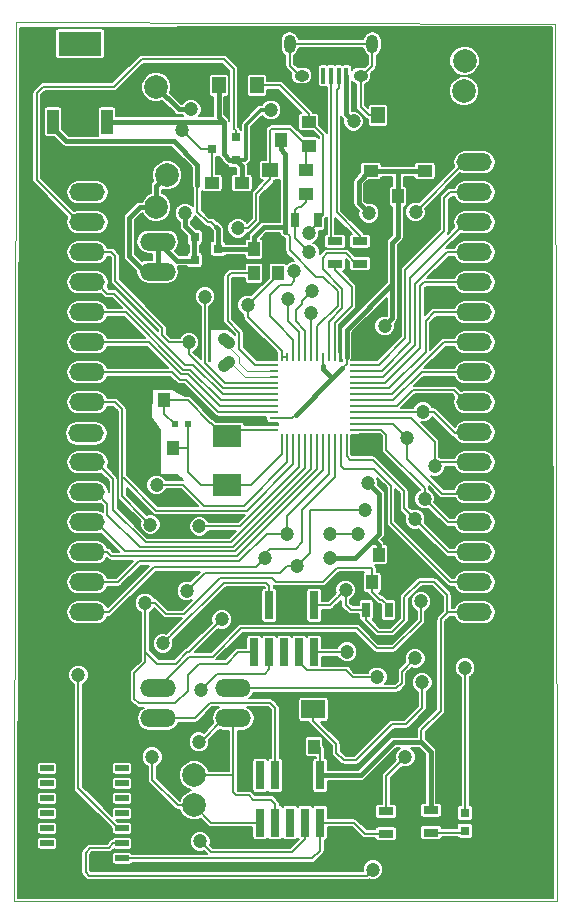
<source format=gbr>
G04 #@! TF.FileFunction,Copper,L1,Top,Signal*
%FSLAX46Y46*%
G04 Gerber Fmt 4.6, Leading zero omitted, Abs format (unit mm)*
G04 Created by KiCad (PCBNEW 4.0.2+e4-6225~38~ubuntu14.04.1-stable) date Tue 17 May 2016 02:11:40 PM EAT*
%MOMM*%
G01*
G04 APERTURE LIST*
%ADD10C,0.100000*%
%ADD11R,0.700000X1.300000*%
%ADD12R,2.000000X1.600000*%
%ADD13R,0.400000X1.350000*%
%ADD14O,1.250000X0.950000*%
%ADD15O,1.000000X1.550000*%
%ADD16C,1.998980*%
%ADD17R,0.250000X0.700000*%
%ADD18R,0.700000X0.250000*%
%ADD19R,1.000000X1.250000*%
%ADD20R,1.250000X1.000000*%
%ADD21R,0.800100X0.800100*%
%ADD22R,0.797560X0.797560*%
%ADD23R,1.300000X0.700000*%
%ADD24R,3.657600X2.032000*%
%ADD25R,1.016000X2.032000*%
%ADD26R,1.143000X0.508000*%
%ADD27R,1.150620X1.399540*%
%ADD28R,1.399540X1.150620*%
%ADD29O,3.014980X1.506220*%
%ADD30C,1.000760*%
%ADD31O,3.000000X1.524000*%
%ADD32C,2.000000*%
%ADD33R,0.600000X0.500000*%
%ADD34R,2.400000X1.900000*%
%ADD35R,0.760000X2.400000*%
%ADD36C,1.200000*%
%ADD37C,0.200000*%
%ADD38C,0.400000*%
%ADD39C,0.300000*%
%ADD40C,0.125000*%
%ADD41C,0.150000*%
G04 APERTURE END LIST*
D10*
X49225200Y-94691200D02*
X49403000Y-20269200D01*
X95199200Y-94691200D02*
X49225200Y-94691200D01*
X95046800Y-20370800D02*
X95199200Y-94691200D01*
X49403000Y-20269200D02*
X95046800Y-20370800D01*
D11*
X79024400Y-70002400D03*
X80924400Y-70002400D03*
D12*
X74559200Y-78435200D03*
X79959200Y-78435200D03*
D13*
X77352800Y-24772600D03*
X76702800Y-24772600D03*
X76052800Y-24772600D03*
X75402800Y-24772600D03*
X74752800Y-24772600D03*
D14*
X78552800Y-24772600D03*
X73552800Y-24772600D03*
D15*
X79552800Y-22072600D03*
X72552800Y-22072600D03*
D16*
X61264800Y-25755600D03*
X61264800Y-35915600D03*
D17*
X77361800Y-48615600D03*
X76861800Y-48615600D03*
X76361800Y-48615600D03*
X75861800Y-48615600D03*
X75361800Y-48615600D03*
X74861800Y-48615600D03*
X74361800Y-48615600D03*
X73861800Y-48615600D03*
X73361800Y-48615600D03*
X72861800Y-48615600D03*
X72361800Y-48615600D03*
X71861800Y-48615600D03*
D18*
X71211800Y-49265600D03*
X71211800Y-49765600D03*
X71211800Y-50265600D03*
X71211800Y-50765600D03*
X71211800Y-51265600D03*
X71211800Y-51765600D03*
X71211800Y-52265600D03*
X71211800Y-52765600D03*
X71211800Y-53265600D03*
X71211800Y-53765600D03*
X71211800Y-54265600D03*
X71211800Y-54765600D03*
D17*
X71861800Y-55415600D03*
X72361800Y-55415600D03*
X72861800Y-55415600D03*
X73361800Y-55415600D03*
X73861800Y-55415600D03*
X74361800Y-55415600D03*
X74861800Y-55415600D03*
X75361800Y-55415600D03*
X75861800Y-55415600D03*
X76361800Y-55415600D03*
X76861800Y-55415600D03*
X77361800Y-55415600D03*
D18*
X78011800Y-54765600D03*
X78011800Y-54265600D03*
X78011800Y-53765600D03*
X78011800Y-53265600D03*
X78011800Y-52765600D03*
X78011800Y-52265600D03*
X78011800Y-51765600D03*
X78011800Y-51265600D03*
X78011800Y-50765600D03*
X78011800Y-50265600D03*
X78011800Y-49765600D03*
X78011800Y-49265600D03*
D19*
X69551800Y-39471600D03*
X71551800Y-39471600D03*
D20*
X74155300Y-28708600D03*
X74155300Y-30708600D03*
X73901300Y-34804100D03*
X73901300Y-32804100D03*
X79425800Y-32861000D03*
X79425800Y-30861000D03*
D19*
X81711800Y-35001200D03*
X79711800Y-35001200D03*
D20*
X83997800Y-32867600D03*
X83997800Y-30867600D03*
D19*
X71551800Y-41503600D03*
X69551800Y-41503600D03*
X71773800Y-30200600D03*
X69773800Y-30200600D03*
D20*
X68503800Y-33883600D03*
X68503800Y-35883600D03*
X65963800Y-33883600D03*
X65963800Y-35883600D03*
D19*
X79552800Y-67665600D03*
X81552800Y-67665600D03*
X80102200Y-65323720D03*
X82102200Y-65323720D03*
X74593200Y-81584800D03*
X72593200Y-81584800D03*
D21*
X64498220Y-38470800D03*
X64498220Y-40370800D03*
X66497200Y-39420800D03*
D22*
X87401400Y-87193120D03*
X87401400Y-88691720D03*
D21*
X67962780Y-31912600D03*
X67962780Y-30012600D03*
X65963800Y-30962600D03*
D11*
X74917300Y-36995100D03*
X73017300Y-36995100D03*
D23*
X76377800Y-38790800D03*
X76377800Y-40690800D03*
X78486000Y-38790800D03*
X78486000Y-40690800D03*
X84495640Y-86959360D03*
X84495640Y-88859360D03*
X80721200Y-87071200D03*
X80721200Y-88971200D03*
D24*
X54787800Y-22072600D03*
D25*
X54787800Y-28676600D03*
X57073800Y-28676600D03*
X52501800Y-28676600D03*
D26*
X52019200Y-83433920D03*
X52019200Y-84703920D03*
X52019200Y-85973920D03*
X52019200Y-87243920D03*
X52019200Y-88513920D03*
X52019200Y-89783920D03*
X52019200Y-91053920D03*
X58369200Y-91053920D03*
X58369200Y-89783920D03*
X58369200Y-87243920D03*
X58369200Y-85973920D03*
X58369200Y-84703920D03*
X58369200Y-83433920D03*
X58369200Y-88513920D03*
D27*
X80035400Y-28143200D03*
X83286600Y-28143200D03*
D28*
X70916800Y-32791400D03*
X70916800Y-36042600D03*
D27*
X66548000Y-25603200D03*
X69799200Y-25603200D03*
D29*
X61391800Y-41376600D03*
X61391800Y-38836600D03*
X67767200Y-76657200D03*
X67767200Y-79197200D03*
X61417200Y-76657200D03*
X61417200Y-79197200D03*
D30*
X67022755Y-49334645D02*
X67376577Y-48980823D01*
X67376577Y-47412177D02*
X67022755Y-47058355D01*
D31*
X88188800Y-34645600D03*
X88188800Y-37185600D03*
X88188800Y-39725600D03*
X88188800Y-42265600D03*
X88188800Y-44805600D03*
X88188800Y-47345600D03*
X88188800Y-49885600D03*
X88188800Y-52425600D03*
X88188800Y-54965600D03*
X88188800Y-57505600D03*
X88188800Y-60045600D03*
X88188800Y-62585600D03*
X88188800Y-65125600D03*
X88188800Y-67665600D03*
X55422800Y-70205600D03*
X55422800Y-67665600D03*
X55422800Y-65125600D03*
X55422800Y-62585600D03*
X55422800Y-60045600D03*
X55422800Y-57505600D03*
X55321200Y-55067200D03*
X55422800Y-52425600D03*
X88188800Y-70205600D03*
X55422800Y-42265600D03*
X55422800Y-44805600D03*
X55422800Y-49885600D03*
X55422800Y-47345600D03*
X55422800Y-39725600D03*
X55422800Y-34645600D03*
X88188800Y-32105600D03*
X55422800Y-37185600D03*
X55422800Y-32105600D03*
D32*
X64465200Y-84023200D03*
X64465200Y-86563200D03*
X87325200Y-26111200D03*
X87350600Y-23525480D03*
X62179200Y-33223200D03*
D19*
X59925200Y-52273200D03*
X61925200Y-52273200D03*
X60655200Y-56337200D03*
X62655200Y-56337200D03*
D33*
X63957200Y-54305200D03*
X62857200Y-54305200D03*
D34*
X67259200Y-59421200D03*
X67259200Y-55321200D03*
D35*
X74625200Y-69609200D03*
X74625200Y-73609200D03*
X73355200Y-69609200D03*
X73355200Y-73609200D03*
X72085200Y-69609200D03*
X72085200Y-73609200D03*
X70815200Y-69609200D03*
X70815200Y-73609200D03*
X69545200Y-69609200D03*
X69545200Y-73609200D03*
X75133200Y-84023200D03*
X75133200Y-88023200D03*
X73863200Y-84023200D03*
X73863200Y-88023200D03*
X72593200Y-84023200D03*
X72593200Y-88023200D03*
X71323200Y-84023200D03*
X71323200Y-88023200D03*
X70053200Y-84023200D03*
X70053200Y-88023200D03*
D36*
X77673200Y-81076800D03*
X51729640Y-92567760D03*
X58303160Y-31455360D03*
X74187688Y-38100632D03*
X72425560Y-43723561D03*
X68159220Y-37702143D03*
X68986400Y-44196000D03*
X74218800Y-39725600D03*
X72912380Y-41346469D03*
X75996800Y-65582800D03*
X70967600Y-27686000D03*
X79248000Y-36426212D03*
X79182592Y-59247096D03*
X80594200Y-45963840D03*
X77280088Y-68313231D03*
X65379601Y-43484799D03*
X63449200Y-29413200D03*
X66802000Y-70815200D03*
X83769200Y-76149200D03*
X61274960Y-59425840D03*
X60319920Y-69418200D03*
X83210400Y-36322000D03*
X63703219Y-36433180D03*
X87401400Y-74904600D03*
X79959200Y-75692000D03*
X64008000Y-47371000D03*
X77409040Y-73553320D03*
X83820000Y-53238400D03*
X82351880Y-82453480D03*
X75946000Y-63601600D03*
X79603600Y-91993720D03*
X78333600Y-63550800D03*
X84836000Y-57861200D03*
X73152004Y-66294000D03*
X78892400Y-61518800D03*
X63850520Y-68402200D03*
X82519520Y-55473600D03*
X64973200Y-89611200D03*
X64871600Y-81178398D03*
X65044320Y-76784200D03*
X61823600Y-72847200D03*
X74422000Y-43027600D03*
X70459598Y-65582800D03*
X72339200Y-63550800D03*
X60909200Y-82448400D03*
X64912240Y-62941200D03*
X60756800Y-62788800D03*
X54660800Y-75539600D03*
X83972400Y-60604402D03*
X83174840Y-74122280D03*
X83159600Y-62331600D03*
X83667600Y-69291198D03*
X64211200Y-27635200D03*
X77952600Y-28651200D03*
X74371199Y-44907201D03*
D37*
X78317600Y-81076800D02*
X77673200Y-81076800D01*
X79959200Y-78435200D02*
X79959200Y-79435200D01*
X79959200Y-79435200D02*
X78317600Y-81076800D01*
X51729640Y-91797480D02*
X51729640Y-92567760D01*
X52019200Y-91507920D02*
X51729640Y-91797480D01*
X52019200Y-91053920D02*
X52019200Y-91507920D01*
X57773040Y-31455360D02*
X58303160Y-31455360D01*
X55422800Y-32105600D02*
X57122800Y-32105600D01*
X57122800Y-32105600D02*
X57773040Y-31455360D01*
X54787800Y-28676600D02*
X54787800Y-28898598D01*
X55422800Y-32105600D02*
X56160800Y-32105600D01*
X73863200Y-84023200D02*
X72593200Y-84023200D01*
X74917300Y-36995100D02*
X74917300Y-37295100D01*
X74187688Y-38024712D02*
X74187688Y-38100632D01*
X74917300Y-37295100D02*
X74187688Y-38024712D01*
X73361800Y-48615600D02*
X73361800Y-46488600D01*
X73361800Y-46488600D02*
X72425560Y-45552360D01*
X72425560Y-45552360D02*
X72425560Y-43723561D01*
X74917300Y-36995100D02*
X75366880Y-36545520D01*
X75366880Y-36545520D02*
X75366880Y-29795180D01*
X75366880Y-29795180D02*
X74280300Y-28708600D01*
X74280300Y-28708600D02*
X74155300Y-28708600D01*
X74155300Y-28008600D02*
X71749900Y-25603200D01*
X71749900Y-25603200D02*
X69799200Y-25603200D01*
X74155300Y-28008600D02*
X74155300Y-28708600D01*
X69697600Y-34785910D02*
X69697600Y-37012291D01*
X69007748Y-37702143D02*
X68159220Y-37702143D01*
X70916800Y-33566710D02*
X69697600Y-34785910D01*
X69697600Y-37012291D02*
X69007748Y-37702143D01*
X70916800Y-32791400D02*
X70916800Y-33566710D01*
X68986400Y-44194000D02*
X68986400Y-44196000D01*
X71551800Y-41628600D02*
X68986400Y-44194000D01*
X71551800Y-41503600D02*
X71551800Y-41628600D01*
X68986400Y-45190200D02*
X68986400Y-45044528D01*
X71861800Y-48615600D02*
X71861800Y-48065600D01*
X71861800Y-48065600D02*
X68986400Y-45190200D01*
X68986400Y-45044528D02*
X68986400Y-44196000D01*
X70916800Y-32791400D02*
X70916800Y-29392598D01*
X72597299Y-29275599D02*
X74030300Y-30708600D01*
X70916800Y-29392598D02*
X71033799Y-29275599D01*
X71033799Y-29275599D02*
X72597299Y-29275599D01*
X74030300Y-30708600D02*
X74155300Y-30708600D01*
X73901300Y-32804100D02*
X73901300Y-30962600D01*
X73901300Y-30962600D02*
X74155300Y-30708600D01*
X72361800Y-48615600D02*
X71861800Y-48615600D01*
X71445120Y-45720000D02*
X70866000Y-45140880D01*
X70866000Y-45140880D02*
X70866000Y-43332400D01*
X70866000Y-43332400D02*
X71729600Y-42468800D01*
X71729600Y-42468800D02*
X72638577Y-42468800D01*
X72638577Y-42468800D02*
X72912380Y-42194997D01*
X72912380Y-42194997D02*
X72912380Y-41346469D01*
X73618801Y-39125601D02*
X74218800Y-39725600D01*
X73017300Y-38524100D02*
X73618801Y-39125601D01*
X73017300Y-36995100D02*
X73017300Y-38524100D01*
X72861800Y-47136680D02*
X71445120Y-45720000D01*
X72861800Y-48615600D02*
X72861800Y-47136680D01*
X55618471Y-34449929D02*
X55422800Y-34645600D01*
X73515200Y-35890200D02*
X73272200Y-35890200D01*
X73272200Y-35890200D02*
X73017300Y-36145100D01*
X73017300Y-36145100D02*
X73017300Y-36995100D01*
X73901300Y-34804100D02*
X73901300Y-35504100D01*
X73901300Y-35504100D02*
X73515200Y-35890200D01*
D38*
X78110080Y-65582800D02*
X76845328Y-65582800D01*
X79451200Y-64241680D02*
X78110080Y-65582800D01*
X76845328Y-65582800D02*
X75996800Y-65582800D01*
X79451200Y-64241680D02*
X80146402Y-63546478D01*
X79782591Y-59847095D02*
X79182592Y-59247096D01*
X80146402Y-63546478D02*
X80146402Y-60210906D01*
X80146402Y-60210906D02*
X79782591Y-59847095D01*
D39*
X70119072Y-27686000D02*
X70967600Y-27686000D01*
X68873799Y-28931273D02*
X70119072Y-27686000D01*
X68873799Y-31801631D02*
X68873799Y-28931273D01*
X68762830Y-31912600D02*
X68873799Y-31801631D01*
X67962780Y-31912600D02*
X68762830Y-31912600D01*
D37*
X83697084Y-81234280D02*
X83697084Y-80183716D01*
X83697084Y-80183716D02*
X85344000Y-78536800D01*
X85344000Y-78536800D02*
X85344000Y-70815200D01*
X85344000Y-70815200D02*
X85902800Y-70256400D01*
X85902800Y-70256400D02*
X85902800Y-70205600D01*
D38*
X78648001Y-35826213D02*
X79248000Y-36426212D01*
X78400800Y-33761000D02*
X78400800Y-35579012D01*
X79300800Y-32861000D02*
X78400800Y-33761000D01*
X79425800Y-32861000D02*
X79300800Y-32861000D01*
X78400800Y-35579012D02*
X78648001Y-35826213D01*
D37*
X76680089Y-68913230D02*
X77280088Y-68313231D01*
X75984119Y-69609200D02*
X76680089Y-68913230D01*
X74625200Y-69609200D02*
X75984119Y-69609200D01*
X75031600Y-81584800D02*
X75133200Y-81686400D01*
X75133200Y-81686400D02*
X75133200Y-84023200D01*
X74593200Y-81584800D02*
X75031600Y-81584800D01*
X79024400Y-70002400D02*
X79024400Y-70852400D01*
X79024400Y-70852400D02*
X80054000Y-71882000D01*
X82245200Y-68935600D02*
X83566000Y-67614800D01*
X80054000Y-71882000D02*
X81229200Y-71882000D01*
X81229200Y-71882000D02*
X82245200Y-70866000D01*
X82245200Y-70866000D02*
X82245200Y-68935600D01*
X83566000Y-67614800D02*
X84734400Y-67614800D01*
X84734400Y-67614800D02*
X85902800Y-68783200D01*
X85902800Y-68783200D02*
X85902800Y-70205600D01*
X85902800Y-70205600D02*
X88188800Y-70205600D01*
X79024400Y-70002400D02*
X77724000Y-70002400D01*
X77724000Y-70002400D02*
X77280088Y-69558488D01*
X77280088Y-69558488D02*
X77280088Y-68313231D01*
D38*
X75133200Y-84023200D02*
X78553036Y-84023200D01*
X78553036Y-84023200D02*
X81341956Y-81234280D01*
X77017720Y-49509680D02*
X76235400Y-50292000D01*
D37*
X77361800Y-48615600D02*
X77361800Y-49165600D01*
X77361800Y-49165600D02*
X77017720Y-49509680D01*
D38*
X75361800Y-49621600D02*
X75361800Y-49382680D01*
D37*
X75361800Y-48615600D02*
X75361800Y-49382680D01*
D38*
X73045320Y-53482080D02*
X76235400Y-50292000D01*
D37*
X71211800Y-53765600D02*
X72761800Y-53765600D01*
X72761800Y-53765600D02*
X73045320Y-53482080D01*
D38*
X80102200Y-65323720D02*
X80102200Y-64498720D01*
X80102200Y-64498720D02*
X79845160Y-64241680D01*
X79845160Y-64241680D02*
X79451200Y-64241680D01*
X83697084Y-81234280D02*
X84495640Y-82032836D01*
X81341956Y-81234280D02*
X83697084Y-81234280D01*
X84495640Y-82032836D02*
X84495640Y-86959360D01*
X81229200Y-45328840D02*
X80594200Y-45963840D01*
X81229200Y-40640000D02*
X81229200Y-45328840D01*
X77361800Y-48615600D02*
X77361800Y-46295560D01*
X77361800Y-46295560D02*
X81229200Y-42428160D01*
X81229200Y-42428160D02*
X81229200Y-40640000D01*
X79425800Y-32861000D02*
X79550800Y-32861000D01*
X79425800Y-32861000D02*
X83669402Y-32861000D01*
X66979800Y-28676600D02*
X66548000Y-28244800D01*
X66548000Y-28244800D02*
X66548000Y-25603200D01*
X66979800Y-31445200D02*
X66979800Y-28676600D01*
X57073800Y-28676600D02*
X66979800Y-28676600D01*
X81711800Y-32861000D02*
X79425800Y-32861000D01*
X81711800Y-35001200D02*
X81711800Y-32861000D01*
X83997800Y-32867600D02*
X81718400Y-32867600D01*
X81718400Y-32867600D02*
X81711800Y-32861000D01*
X67962780Y-31912600D02*
X67447200Y-31912600D01*
X67447200Y-31912600D02*
X66979800Y-31445200D01*
X68503800Y-33883600D02*
X68503800Y-32453620D01*
X68503800Y-32453620D02*
X67962780Y-31912600D01*
X76235400Y-50292000D02*
X76133800Y-50393600D01*
X76133800Y-50393600D02*
X75361800Y-49621600D01*
X81229200Y-38938200D02*
X81711800Y-38455600D01*
X81711800Y-38455600D02*
X81711800Y-35001200D01*
X81229200Y-40640000D02*
X81229200Y-38938200D01*
D37*
X71211800Y-49265600D02*
X69636400Y-49265600D01*
X69636400Y-49265600D02*
X68275200Y-47904400D01*
X68275200Y-47904400D02*
X68275200Y-46532800D01*
X68275200Y-46532800D02*
X67310000Y-45567600D01*
X67310000Y-45567600D02*
X67310000Y-41757600D01*
X67310000Y-41757600D02*
X67564000Y-41503600D01*
X67564000Y-41503600D02*
X68732400Y-41503600D01*
X68732400Y-41503600D02*
X69551800Y-41503600D01*
X65379601Y-49072801D02*
X65379601Y-44333327D01*
X67072400Y-50765600D02*
X65379601Y-49072801D01*
X69443600Y-50765600D02*
X67072400Y-50765600D01*
X65379601Y-44333327D02*
X65379601Y-43484799D01*
X69443600Y-50765600D02*
X69304780Y-50765600D01*
X71211800Y-50765600D02*
X69443600Y-50765600D01*
X63449200Y-29413200D02*
X64998600Y-30962600D01*
X64998600Y-30962600D02*
X65963800Y-30962600D01*
X65963800Y-33883600D02*
X65963800Y-30962600D01*
X72361800Y-55415600D02*
X72361800Y-57518560D01*
X72361800Y-57518560D02*
X68666360Y-61214000D01*
X65298320Y-61214000D02*
X63510160Y-59425840D01*
X68666360Y-61214000D02*
X65298320Y-61214000D01*
X63510160Y-59425840D02*
X61274960Y-59425840D01*
X79552800Y-67665600D02*
X79552800Y-66553080D01*
X79451200Y-66451480D02*
X76550520Y-66451480D01*
X79552800Y-66553080D02*
X79451200Y-66451480D01*
X76550520Y-66451480D02*
X75387200Y-67614800D01*
X75387200Y-67614800D02*
X71374000Y-67614800D01*
X71374000Y-67614800D02*
X71069200Y-67310000D01*
X61168448Y-69418200D02*
X60319920Y-69418200D01*
X71069200Y-67310000D02*
X66649600Y-67310000D01*
X66649600Y-67310000D02*
X63601600Y-70358000D01*
X63601600Y-70358000D02*
X62108248Y-70358000D01*
X62108248Y-70358000D02*
X61168448Y-69418200D01*
X66202001Y-71415199D02*
X66802000Y-70815200D01*
X64052411Y-73564789D02*
X66202001Y-71415199D01*
X63893111Y-73564789D02*
X64052411Y-73564789D01*
X60319920Y-73593960D02*
X61300360Y-74574400D01*
X62883500Y-74574400D02*
X63893111Y-73564789D01*
X61300360Y-74574400D02*
X62883500Y-74574400D01*
X60319920Y-73593960D02*
X60319920Y-74452480D01*
X60319920Y-74452480D02*
X59385200Y-75387200D01*
X59385200Y-75387200D02*
X59385200Y-77520800D01*
X63911480Y-75534520D02*
X64871600Y-74574400D01*
X59385200Y-77520800D02*
X59771280Y-77906880D01*
X59771280Y-77906880D02*
X62875160Y-77906880D01*
X62875160Y-77906880D02*
X63911480Y-76870560D01*
X63911480Y-76870560D02*
X63911480Y-75534520D01*
X64871600Y-74574400D02*
X67208400Y-74574400D01*
X67208400Y-74574400D02*
X68173600Y-73609200D01*
X68173600Y-73609200D02*
X68965200Y-73609200D01*
X68965200Y-73609200D02*
X69545200Y-73609200D01*
X74559200Y-78435200D02*
X74559200Y-79435200D01*
X74559200Y-79435200D02*
X75032400Y-79908400D01*
X75032400Y-79908400D02*
X75032400Y-79909200D01*
X75032400Y-79909200D02*
X76504800Y-81381600D01*
X76504800Y-81381600D02*
X76504800Y-82092800D01*
X76504800Y-82092800D02*
X77165200Y-82753200D01*
X77165200Y-82753200D02*
X78181200Y-82753200D01*
X78181200Y-82753200D02*
X81229200Y-79705200D01*
X81229200Y-79705200D02*
X82397600Y-79705200D01*
X82397600Y-79705200D02*
X83769200Y-78333600D01*
X83769200Y-78333600D02*
X83769200Y-76149200D01*
X80213200Y-69151000D02*
X80373000Y-69151000D01*
X80373000Y-69151000D02*
X80924400Y-69702400D01*
X80924400Y-69702400D02*
X80924400Y-70002400D01*
X79552800Y-67665600D02*
X79552800Y-68490600D01*
X79552800Y-68490600D02*
X80213200Y-69151000D01*
X60319920Y-73593960D02*
X60319920Y-69418200D01*
X76702800Y-24772600D02*
X76702800Y-25785100D01*
X76702800Y-25785100D02*
X76530300Y-25957600D01*
X76530300Y-25957600D02*
X76530300Y-36360100D01*
X76530300Y-36360100D02*
X78486000Y-38315800D01*
X78486000Y-38315800D02*
X78486000Y-38790800D01*
D40*
X76052800Y-38465800D02*
X76225300Y-38638300D01*
D37*
X76052800Y-24772600D02*
X76052800Y-38465800D01*
D40*
X76225300Y-38638300D02*
X76377800Y-38790800D01*
D37*
X78552800Y-24772600D02*
X78552800Y-27435910D01*
X78552800Y-27435910D02*
X79260090Y-28143200D01*
X79260090Y-28143200D02*
X80035400Y-28143200D01*
X78552800Y-24772600D02*
X78702800Y-24772600D01*
X78702800Y-24772600D02*
X79552800Y-23922600D01*
X79552800Y-23922600D02*
X79552800Y-22072600D01*
X72577960Y-22072600D02*
X79552800Y-22072600D01*
X72552800Y-22072600D02*
X72577960Y-22072600D01*
X73552800Y-24772600D02*
X73402800Y-24772600D01*
X73402800Y-24772600D02*
X72552800Y-23922600D01*
X72552800Y-23922600D02*
X72552800Y-22072600D01*
X83210400Y-36322000D02*
X87426800Y-32105600D01*
X87426800Y-32105600D02*
X88188800Y-32105600D01*
D38*
X88188800Y-32105600D02*
X87450800Y-32105600D01*
X64516000Y-38506400D02*
X64516000Y-38354000D01*
X64516000Y-38354000D02*
X63703219Y-37541219D01*
X63703219Y-37541219D02*
X63703219Y-36433180D01*
X61391800Y-38836600D02*
X62992000Y-40436800D01*
X62992000Y-40436800D02*
X64465200Y-40436800D01*
X64465200Y-40436800D02*
X64465200Y-38402220D01*
X61264800Y-35915600D02*
X59851308Y-35915600D01*
X59851308Y-35915600D02*
X58978800Y-36788108D01*
X58978800Y-36788108D02*
X58978800Y-40081200D01*
X58978800Y-40081200D02*
X60274200Y-41376600D01*
X60274200Y-41376600D02*
X61391800Y-41376600D01*
X61264800Y-35915600D02*
X61264800Y-34137600D01*
X61264800Y-34137600D02*
X62179200Y-33223200D01*
X61391800Y-41376600D02*
X61391800Y-38836600D01*
D37*
X78011800Y-50765600D02*
X80654000Y-50765600D01*
X80654000Y-50765600D02*
X83616800Y-47802800D01*
X83616800Y-47802800D02*
X83616800Y-42595800D01*
X83616800Y-42595800D02*
X83947000Y-42265600D01*
X83947000Y-42265600D02*
X88188800Y-42265600D01*
X87401400Y-87193120D02*
X87401400Y-74904600D01*
X84495640Y-88859360D02*
X87233760Y-88859360D01*
X87233760Y-88859360D02*
X87401400Y-88691720D01*
X51130200Y-26273760D02*
X51130200Y-33631000D01*
X66984880Y-23388320D02*
X60015120Y-23388320D01*
X54684800Y-37185600D02*
X55422800Y-37185600D01*
X67819544Y-24222984D02*
X66984880Y-23388320D01*
X67962780Y-29412550D02*
X67819544Y-29269314D01*
X57678320Y-25725120D02*
X51678840Y-25725120D01*
X67819544Y-29269314D02*
X67819544Y-24222984D01*
X67962780Y-30012600D02*
X67962780Y-29412550D01*
X51130200Y-33631000D02*
X54684800Y-37185600D01*
X51678840Y-25725120D02*
X51130200Y-26273760D01*
X60015120Y-23388320D02*
X57678320Y-25725120D01*
X78011800Y-51265600D02*
X80966800Y-51265600D01*
X80966800Y-51265600D02*
X84060960Y-48171440D01*
X84060960Y-48171440D02*
X84060960Y-45529840D01*
X84060960Y-45529840D02*
X84785200Y-44805600D01*
X84785200Y-44805600D02*
X88188800Y-44805600D01*
X88188800Y-47345600D02*
X85598000Y-47345600D01*
X85598000Y-47345600D02*
X81178000Y-51765600D01*
X81178000Y-51765600D02*
X78011800Y-51765600D01*
X77368400Y-75184000D02*
X77876400Y-75692000D01*
X77876400Y-75692000D02*
X79959200Y-75692000D01*
X74035201Y-75109201D02*
X77368400Y-75109201D01*
X77368400Y-75109201D02*
X77368400Y-75184000D01*
X64008000Y-48340900D02*
X64008000Y-48219528D01*
X66932700Y-51265600D02*
X64008000Y-48340900D01*
X71211800Y-51265600D02*
X66932700Y-51265600D01*
X64008000Y-48219528D02*
X64008000Y-47371000D01*
X64008000Y-47345600D02*
X62331600Y-47345600D01*
X62331600Y-47345600D02*
X61754967Y-46768967D01*
X61754967Y-46768967D02*
X61754967Y-46145567D01*
X61754967Y-46145567D02*
X57785000Y-42175600D01*
X57785000Y-42175600D02*
X57785000Y-40055800D01*
X57785000Y-40055800D02*
X57454800Y-39725600D01*
X57454800Y-39725600D02*
X55422800Y-39725600D01*
X73355200Y-74429200D02*
X74035201Y-75109201D01*
X73355200Y-73609200D02*
X73355200Y-74429200D01*
X88188800Y-52425600D02*
X87492840Y-52425600D01*
X87492840Y-52425600D02*
X86461600Y-51394360D01*
X86461600Y-51394360D02*
X82971640Y-51394360D01*
X82971640Y-51394360D02*
X81600400Y-52765600D01*
X81600400Y-52765600D02*
X78011800Y-52765600D01*
X60634500Y-47345600D02*
X63347600Y-50058700D01*
X63942700Y-50058700D02*
X66649600Y-52765600D01*
X66649600Y-52765600D02*
X70661800Y-52765600D01*
X63347600Y-50058700D02*
X63942700Y-50058700D01*
X55422800Y-47345600D02*
X60634500Y-47345600D01*
X70661800Y-52765600D02*
X71211800Y-52765600D01*
X77353160Y-73609200D02*
X77409040Y-73553320D01*
X74625200Y-73609200D02*
X77353160Y-73609200D01*
X56235600Y-47345600D02*
X55422800Y-47345600D01*
X88188800Y-67665600D02*
X86156800Y-67665600D01*
X86156800Y-67665600D02*
X81122520Y-62631320D01*
X81122520Y-62631320D02*
X81122520Y-59481720D01*
X81122520Y-59481720D02*
X79705200Y-58064400D01*
X77114400Y-58064400D02*
X76861800Y-57811800D01*
X79705200Y-58064400D02*
X77114400Y-58064400D01*
X76861800Y-57811800D02*
X76861800Y-55415600D01*
X75361800Y-55965600D02*
X75361800Y-55415600D01*
X57459233Y-65462033D02*
X68086087Y-65462033D01*
X57122800Y-65125600D02*
X57459233Y-65462033D01*
X75361800Y-58186320D02*
X75361800Y-55965600D01*
X68086087Y-65462033D02*
X75361800Y-58186320D01*
X55422800Y-65125600D02*
X57122800Y-65125600D01*
X56160800Y-62585600D02*
X55422800Y-62585600D01*
X58637222Y-65062022D02*
X56160800Y-62585600D01*
X74861800Y-58120620D02*
X67920398Y-65062022D01*
X74861800Y-55415600D02*
X74861800Y-58120620D01*
X67920398Y-65062022D02*
X58637222Y-65062022D01*
X67754709Y-64662011D02*
X59836011Y-64662011D01*
X57122800Y-61007600D02*
X56160800Y-60045600D01*
X57122800Y-61948800D02*
X57122800Y-61007600D01*
X59836011Y-64662011D02*
X57122800Y-61948800D01*
X74361800Y-55415600D02*
X74361800Y-58054920D01*
X74361800Y-58054920D02*
X67754709Y-64662011D01*
X56160800Y-60045600D02*
X55422800Y-60045600D01*
X56160800Y-57505600D02*
X55422800Y-57505600D01*
X73861800Y-55415600D02*
X73861800Y-57989220D01*
X73861800Y-57989220D02*
X67589020Y-64262000D01*
X67589020Y-64262000D02*
X60355480Y-64262000D01*
X60355480Y-64262000D02*
X57607200Y-61513720D01*
X57607200Y-61513720D02*
X57607200Y-58952000D01*
X57607200Y-58952000D02*
X56160800Y-57505600D01*
X84668528Y-53238400D02*
X83820000Y-53238400D01*
X84734400Y-53238400D02*
X84668528Y-53238400D01*
X84761600Y-53265600D02*
X84734400Y-53238400D01*
X80721200Y-87071200D02*
X80721200Y-84084160D01*
X80721200Y-84084160D02*
X82351880Y-82453480D01*
X88188800Y-54965600D02*
X88087200Y-55067200D01*
X88087200Y-55067200D02*
X86563200Y-55067200D01*
X86563200Y-55067200D02*
X84761600Y-53265600D01*
X78011800Y-53265600D02*
X84761600Y-53265600D01*
X75996800Y-63550800D02*
X75946000Y-63601600D01*
X78333600Y-63550800D02*
X75996800Y-63550800D01*
X55575200Y-92506800D02*
X79090520Y-92506800D01*
X79090520Y-92506800D02*
X79603600Y-91993720D01*
X55270400Y-92202000D02*
X55575200Y-92506800D01*
X55270400Y-90576400D02*
X55270400Y-92202000D01*
X55676800Y-90170000D02*
X55270400Y-90576400D01*
X57211620Y-90170000D02*
X55676800Y-90170000D01*
X58369200Y-89783920D02*
X57597700Y-89783920D01*
X57597700Y-89783920D02*
X57211620Y-90170000D01*
X88188800Y-57505600D02*
X85191600Y-57505600D01*
X85191600Y-57505600D02*
X84836000Y-57861200D01*
X84836000Y-55808880D02*
X84836000Y-57861200D01*
X82792720Y-53765600D02*
X84836000Y-55808880D01*
X78011800Y-53765600D02*
X82792720Y-53765600D01*
X58379360Y-89773760D02*
X58369200Y-89783920D01*
X73752003Y-65694001D02*
X73152004Y-66294000D01*
X74263209Y-65182795D02*
X73752003Y-65694001D01*
X74263209Y-61575991D02*
X74263209Y-65182795D01*
X74320400Y-61518800D02*
X74263209Y-61575991D01*
X78892400Y-61518800D02*
X74320400Y-61518800D01*
X65399920Y-66852800D02*
X71744676Y-66852800D01*
X72303476Y-66294000D02*
X73152004Y-66294000D01*
X71744676Y-66852800D02*
X72303476Y-66294000D01*
X63850520Y-68402200D02*
X65399920Y-66852800D01*
X88449700Y-60157360D02*
X85455760Y-60157360D01*
X85455760Y-60157360D02*
X82519520Y-57221120D01*
X82519520Y-57221120D02*
X82519520Y-55473600D01*
X64973200Y-89611200D02*
X65902840Y-90540840D01*
X65902840Y-90540840D02*
X72745560Y-90540840D01*
X72745560Y-90540840D02*
X73863200Y-89423200D01*
X73863200Y-89423200D02*
X73863200Y-88023200D01*
X81311520Y-54265600D02*
X82519520Y-55473600D01*
X78011800Y-54265600D02*
X81311520Y-54265600D01*
X88341200Y-60147200D02*
X88239600Y-60045600D01*
X88239600Y-60045600D02*
X88188800Y-60045600D01*
X73863200Y-88023200D02*
X73863200Y-87203200D01*
X87985600Y-60045600D02*
X88188800Y-60045600D01*
X65031622Y-81178398D02*
X64871600Y-81178398D01*
X67012820Y-79197200D02*
X65031622Y-81178398D01*
X67767200Y-79197200D02*
X67012820Y-79197200D01*
X70815200Y-73609200D02*
X70815200Y-75031600D01*
X70815200Y-75031600D02*
X70429120Y-75417680D01*
X70429120Y-75417680D02*
X66410840Y-75417680D01*
X66410840Y-75417680D02*
X65044320Y-76784200D01*
X67767200Y-84023200D02*
X67767200Y-85415120D01*
X67767200Y-85415120D02*
X68041520Y-85689440D01*
X71323200Y-88023200D02*
X71323200Y-86451440D01*
X71323200Y-86451440D02*
X70942200Y-86070440D01*
X70942200Y-86070440D02*
X69479160Y-86070440D01*
X69479160Y-86070440D02*
X69098160Y-85689440D01*
X69098160Y-85689440D02*
X68041520Y-85689440D01*
X64465200Y-84023200D02*
X67767200Y-84023200D01*
X67767200Y-79197200D02*
X67767200Y-84023200D01*
X64465200Y-84023200D02*
X64719200Y-83769200D01*
X71323200Y-87203200D02*
X71323200Y-88023200D01*
X67767200Y-79197200D02*
X67767200Y-78900916D01*
D38*
X67152520Y-79705200D02*
X68275200Y-79705200D01*
D37*
X70815200Y-69609200D02*
X70815200Y-67970400D01*
X70815200Y-67970400D02*
X70554811Y-67710011D01*
X70554811Y-67710011D02*
X66960789Y-67710011D01*
X66960789Y-67710011D02*
X62423599Y-72247201D01*
X62423599Y-72247201D02*
X61823600Y-72847200D01*
X71323200Y-84023200D02*
X71323200Y-78292960D01*
X64516000Y-79197200D02*
X63124690Y-79197200D01*
X71323200Y-78292960D02*
X70906640Y-77876400D01*
X70906640Y-77876400D02*
X65836800Y-77876400D01*
X65836800Y-77876400D02*
X64516000Y-79197200D01*
X63124690Y-79197200D02*
X61417200Y-79197200D01*
X73861800Y-48615600D02*
X73861800Y-46393224D01*
X73861800Y-46393224D02*
X73061778Y-45593202D01*
X73061778Y-45593202D02*
X73061778Y-44641822D01*
X73061778Y-44641822D02*
X73609200Y-44094400D01*
X73609200Y-44094400D02*
X73609200Y-43840400D01*
X73609200Y-43840400D02*
X74422000Y-43027600D01*
X70459598Y-65582800D02*
X70459598Y-65227202D01*
X70459598Y-65227202D02*
X70866000Y-64820800D01*
X76361800Y-58766200D02*
X76361800Y-55415600D01*
X70866000Y-64820800D02*
X73050400Y-64820800D01*
X73050400Y-64820800D02*
X73609200Y-64262000D01*
X73609200Y-64262000D02*
X73609200Y-61518800D01*
X73609200Y-61518800D02*
X76361800Y-58766200D01*
X69656399Y-66385999D02*
X69859599Y-66182799D01*
X57231280Y-70205600D02*
X61050881Y-66385999D01*
X69859599Y-66182799D02*
X70459598Y-65582800D01*
X61050881Y-66385999D02*
X69656399Y-66385999D01*
X55422800Y-70205600D02*
X57231280Y-70205600D01*
X55422800Y-67665600D02*
X58007698Y-67665600D01*
X71490672Y-63550800D02*
X72339200Y-63550800D01*
X58007698Y-67665600D02*
X59785698Y-65887600D01*
X59785698Y-65887600D02*
X68275200Y-65887600D01*
X68275200Y-65887600D02*
X70612000Y-63550800D01*
X70612000Y-63550800D02*
X71490672Y-63550800D01*
X75861800Y-55415600D02*
X75861800Y-58504200D01*
X75861800Y-58504200D02*
X72339200Y-62026800D01*
X72339200Y-62026800D02*
X72339200Y-63550800D01*
X62608800Y-49885600D02*
X63246000Y-50522800D01*
X66497200Y-53265600D02*
X70661800Y-53265600D01*
X63246000Y-50522800D02*
X63754400Y-50522800D01*
X63754400Y-50522800D02*
X66497200Y-53265600D01*
X70661800Y-53265600D02*
X71211800Y-53265600D01*
X55422800Y-49885600D02*
X62608800Y-49885600D01*
X64465200Y-86563200D02*
X63093600Y-86563200D01*
X63093600Y-86563200D02*
X60909200Y-84378800D01*
X60909200Y-84378800D02*
X60909200Y-82448400D01*
X64465200Y-86563200D02*
X65925200Y-88023200D01*
X65925200Y-88023200D02*
X70053200Y-88023200D01*
X73361800Y-57910480D02*
X68331080Y-62941200D01*
X73361800Y-55415600D02*
X73361800Y-57910480D01*
X68331080Y-62941200D02*
X64912240Y-62941200D01*
X72861800Y-55415600D02*
X72861800Y-57663720D01*
X72861800Y-57663720D02*
X68905120Y-61620400D01*
X68905120Y-61620400D02*
X61224160Y-61620400D01*
X61224160Y-61620400D02*
X58480960Y-58877200D01*
X58480960Y-58877200D02*
X58369200Y-58877200D01*
X60156801Y-62188801D02*
X60756800Y-62788800D01*
X58369200Y-60401200D02*
X60156801Y-62188801D01*
X58369200Y-58877200D02*
X58369200Y-60401200D01*
X54660800Y-76388128D02*
X54660800Y-75539600D01*
X54660800Y-85123020D02*
X54660800Y-76388128D01*
X58051700Y-88513920D02*
X54660800Y-85123020D01*
X58369200Y-88513920D02*
X58051700Y-88513920D01*
X58369200Y-58877200D02*
X58369200Y-53035200D01*
X58369200Y-53035200D02*
X57759600Y-52425600D01*
X57759600Y-52425600D02*
X55422800Y-52425600D01*
X76377800Y-46024800D02*
X76377800Y-45745400D01*
X76377800Y-45745400D02*
X77825600Y-44297600D01*
X77825600Y-44297600D02*
X77825600Y-42646600D01*
X77825600Y-42646600D02*
X76377800Y-41198800D01*
D41*
X76377800Y-40690800D02*
X76377800Y-41198800D01*
X76377800Y-46024800D02*
X76377800Y-48599600D01*
X76377800Y-48599600D02*
X76361800Y-48615600D01*
D37*
X78186000Y-40690800D02*
X78486000Y-40690800D01*
X75336400Y-41189402D02*
X75336400Y-40192198D01*
X77322400Y-39827200D02*
X78186000Y-40690800D01*
X75701398Y-39827200D02*
X77322400Y-39827200D01*
X75336400Y-40192198D02*
X75701398Y-39827200D01*
X77006411Y-42859413D02*
X75336400Y-41189402D01*
X75861800Y-45601000D02*
X77006411Y-44456389D01*
X75861800Y-46228000D02*
X75861800Y-45601000D01*
X77006411Y-44456389D02*
X77006411Y-42859413D01*
D41*
X75861800Y-48615600D02*
X75861800Y-46228000D01*
D37*
X74467720Y-91053920D02*
X75133200Y-90388440D01*
X75133200Y-90388440D02*
X75133200Y-88023200D01*
X58369200Y-91053920D02*
X74467720Y-91053920D01*
X77954640Y-88023200D02*
X78902640Y-88971200D01*
X78902640Y-88971200D02*
X80721200Y-88971200D01*
X75133200Y-88023200D02*
X77954640Y-88023200D01*
X78011800Y-54765600D02*
X78892400Y-54765600D01*
X80721200Y-55168800D02*
X80318000Y-54765600D01*
X80318000Y-54765600D02*
X78892400Y-54765600D01*
X80721200Y-56438800D02*
X83972400Y-59690000D01*
X80721200Y-56438800D02*
X80721200Y-55168800D01*
X83972400Y-59690000D02*
X83972400Y-60604402D01*
X84572399Y-61204401D02*
X83972400Y-60604402D01*
X85953598Y-62585600D02*
X84572399Y-61204401D01*
X88188800Y-62585600D02*
X85953598Y-62585600D01*
X82062320Y-76179680D02*
X81584800Y-76657200D01*
X81584800Y-76657200D02*
X80639920Y-76657200D01*
X82062320Y-75234800D02*
X83174840Y-74122280D01*
X82062320Y-75234800D02*
X82062320Y-76179680D01*
X67767200Y-76657200D02*
X80639920Y-76657200D01*
X68427600Y-71577200D02*
X78232000Y-71577200D01*
X61417200Y-76657200D02*
X61417200Y-76606400D01*
X64058800Y-73964800D02*
X66040000Y-73964800D01*
X66040000Y-73964800D02*
X68427600Y-71577200D01*
X83667600Y-70916800D02*
X83667600Y-69291198D01*
X61417200Y-76606400D02*
X64058800Y-73964800D01*
X78232000Y-71577200D02*
X79908400Y-73253600D01*
X79908400Y-73253600D02*
X81330800Y-73253600D01*
X81330800Y-73253600D02*
X83667600Y-70916800D01*
X83159600Y-62331600D02*
X82245200Y-61417200D01*
X82245200Y-61417200D02*
X82245200Y-59974000D01*
X82245200Y-59974000D02*
X79573600Y-57302400D01*
X77361800Y-56991000D02*
X77361800Y-55415600D01*
X79573600Y-57302400D02*
X77673200Y-57302400D01*
X77673200Y-57302400D02*
X77361800Y-56991000D01*
X83759599Y-62931599D02*
X83159600Y-62331600D01*
X88188800Y-65125600D02*
X85953600Y-65125600D01*
X85953600Y-65125600D02*
X83759599Y-62931599D01*
X83677180Y-69249980D02*
X83646420Y-69219220D01*
X72186800Y-38023800D02*
X72542400Y-38379400D01*
X72542400Y-38379400D02*
X72542400Y-39573200D01*
X72542400Y-39573200D02*
X74777600Y-41808400D01*
X74777600Y-41808400D02*
X75389698Y-41808400D01*
X75389698Y-41808400D02*
X76606400Y-43025102D01*
X76606400Y-43025102D02*
X76606400Y-44258002D01*
X76606400Y-44258002D02*
X74861800Y-46002602D01*
X74861800Y-46002602D02*
X74861800Y-48615600D01*
D38*
X66294000Y-37550750D02*
X66497200Y-37753950D01*
X66497200Y-37753950D02*
X66497200Y-39471600D01*
X66497200Y-39471600D02*
X68224400Y-39471600D01*
X68224400Y-39471600D02*
X69551800Y-39471600D01*
D37*
X66294000Y-37550750D02*
X65928850Y-37185600D01*
X65928850Y-37185600D02*
X65600798Y-37185600D01*
X65600798Y-37185600D02*
X64737198Y-36322000D01*
X64737198Y-36322000D02*
X64737198Y-34036000D01*
D38*
X64737198Y-34036000D02*
X64737198Y-32326798D01*
X72186800Y-38023800D02*
X72186800Y-37612320D01*
X72186800Y-37612320D02*
X70388480Y-37612320D01*
X69551800Y-38449000D02*
X69551800Y-39471600D01*
X70388480Y-37612320D02*
X69551800Y-38449000D01*
X62738000Y-30327600D02*
X53644800Y-30327600D01*
X53644800Y-30327600D02*
X52501800Y-29184600D01*
X52501800Y-29184600D02*
X52501800Y-28676600D01*
X64737198Y-32326798D02*
X62738000Y-30327600D01*
X71773800Y-30200600D02*
X71773800Y-31025600D01*
X71773800Y-31025600D02*
X72186800Y-31438600D01*
X72186800Y-31438600D02*
X72186800Y-38023800D01*
X64211200Y-27635200D02*
X63144400Y-27635200D01*
X63144400Y-27635200D02*
X61264800Y-25755600D01*
X77952600Y-28651200D02*
X77352800Y-28051400D01*
X77352800Y-28051400D02*
X77352800Y-24772600D01*
D37*
X61925200Y-52273200D02*
X63899500Y-52273200D01*
X63899500Y-52273200D02*
X65797500Y-54171200D01*
X65797500Y-54171200D02*
X65859200Y-54171200D01*
X65859200Y-54171200D02*
X67009200Y-55321200D01*
X67009200Y-55321200D02*
X67259200Y-55321200D01*
X71211800Y-54765600D02*
X67814800Y-54765600D01*
X67814800Y-54765600D02*
X67259200Y-55321200D01*
X61925200Y-52273200D02*
X61925200Y-53423200D01*
X61925200Y-53423200D02*
X62807200Y-54305200D01*
X62807200Y-54305200D02*
X62857200Y-54305200D01*
X67437000Y-55836600D02*
X67687000Y-55836600D01*
X69285680Y-59421200D02*
X71861800Y-56845080D01*
X71861800Y-56845080D02*
X71861800Y-55415600D01*
X67259200Y-59421200D02*
X69285680Y-59421200D01*
X63957200Y-54305200D02*
X63957200Y-56337200D01*
X62655200Y-56337200D02*
X63957200Y-56337200D01*
X63957200Y-56337200D02*
X63957200Y-58369200D01*
X63957200Y-58369200D02*
X65009200Y-59421200D01*
X65009200Y-59421200D02*
X67259200Y-59421200D01*
D40*
X71861800Y-55415600D02*
X71869300Y-55423100D01*
X71211800Y-50265600D02*
X68756800Y-50265600D01*
X68756800Y-50265600D02*
X67437000Y-48945800D01*
X67437000Y-48945800D02*
X67411600Y-48945800D01*
X71211800Y-49765600D02*
X68917200Y-49765600D01*
X68917200Y-49765600D02*
X68275200Y-49123600D01*
X68275200Y-49123600D02*
X68275200Y-48615600D01*
X68275200Y-48615600D02*
X67411600Y-47752000D01*
X67411600Y-47752000D02*
X67411600Y-47447200D01*
D37*
X78011800Y-49265600D02*
X80071200Y-49265600D01*
X80071200Y-49265600D02*
X82346800Y-46990000D01*
X82346800Y-46990000D02*
X82346800Y-41249601D01*
X82346800Y-41249601D02*
X85648800Y-37947601D01*
X85648800Y-37947601D02*
X85648800Y-35153600D01*
X85648800Y-35153600D02*
X86156800Y-34645600D01*
X86156800Y-34645600D02*
X88188800Y-34645600D01*
X78011800Y-49765600D02*
X80333200Y-49765600D01*
X80333200Y-49765600D02*
X82753200Y-47345600D01*
X82753200Y-47345600D02*
X82753200Y-41883200D01*
X82753200Y-41883200D02*
X87450800Y-37185600D01*
X87450800Y-37185600D02*
X88188800Y-37185600D01*
X78011800Y-50265600D02*
X80442800Y-50265600D01*
X80442800Y-50265600D02*
X83159600Y-47548800D01*
X83159600Y-47548800D02*
X83159600Y-42411100D01*
X85845100Y-39725600D02*
X88188800Y-39725600D01*
X83159600Y-42411100D02*
X85845100Y-39725600D01*
X88188800Y-49885600D02*
X83718400Y-49885600D01*
X83718400Y-49885600D02*
X81338400Y-52265600D01*
X81338400Y-52265600D02*
X78011800Y-52265600D01*
X74361800Y-44916600D02*
X74371199Y-44907201D01*
X74361800Y-48615600D02*
X74361800Y-44916600D01*
X63658280Y-49237980D02*
X64339380Y-49237980D01*
X56160800Y-42265600D02*
X57122800Y-43227600D01*
X55422800Y-42265600D02*
X56160800Y-42265600D01*
X66867000Y-51765600D02*
X70661800Y-51765600D01*
X57122800Y-43227600D02*
X57647900Y-43227600D01*
X57647900Y-43227600D02*
X63658280Y-49237980D01*
X70661800Y-51765600D02*
X71211800Y-51765600D01*
X64339380Y-49237980D02*
X66867000Y-51765600D01*
X63513289Y-49658689D02*
X64108389Y-49658689D01*
X58660200Y-44805600D02*
X63513289Y-49658689D01*
X55422800Y-44805600D02*
X58660200Y-44805600D01*
X66715300Y-52265600D02*
X70661800Y-52265600D01*
X64108389Y-49658689D02*
X66715300Y-52265600D01*
X70661800Y-52265600D02*
X71211800Y-52265600D01*
D41*
G36*
X94722465Y-20695079D02*
X94873533Y-94366200D01*
X49550977Y-94366200D01*
X49560030Y-90576400D01*
X54895400Y-90576400D01*
X54895400Y-92202000D01*
X54923945Y-92345507D01*
X55005235Y-92467165D01*
X55310035Y-92771965D01*
X55431693Y-92853255D01*
X55575200Y-92881800D01*
X79090520Y-92881800D01*
X79234027Y-92853255D01*
X79294538Y-92812822D01*
X79428788Y-92868568D01*
X79776885Y-92868871D01*
X80098600Y-92735941D01*
X80344956Y-92490015D01*
X80478448Y-92168532D01*
X80478751Y-91820435D01*
X80345821Y-91498720D01*
X80099895Y-91252364D01*
X79778412Y-91118872D01*
X79430315Y-91118569D01*
X79108600Y-91251499D01*
X78862244Y-91497425D01*
X78728752Y-91818908D01*
X78728480Y-92131800D01*
X55730530Y-92131800D01*
X55645400Y-92046670D01*
X55645400Y-90731730D01*
X55832130Y-90545000D01*
X57211620Y-90545000D01*
X57355127Y-90516455D01*
X57476785Y-90435165D01*
X57645317Y-90266633D01*
X57688614Y-90296216D01*
X57797700Y-90318307D01*
X58940700Y-90318307D01*
X59042609Y-90299132D01*
X59136206Y-90238904D01*
X59198996Y-90147006D01*
X59221087Y-90037920D01*
X59221087Y-89529920D01*
X59201912Y-89428011D01*
X59141684Y-89334414D01*
X59049786Y-89271624D01*
X58940700Y-89249533D01*
X57797700Y-89249533D01*
X57695791Y-89268708D01*
X57602194Y-89328936D01*
X57539656Y-89420466D01*
X57454194Y-89437465D01*
X57332535Y-89518755D01*
X57056290Y-89795000D01*
X55676800Y-89795000D01*
X55533294Y-89823545D01*
X55411635Y-89904835D01*
X55005235Y-90311235D01*
X54923945Y-90432893D01*
X54904242Y-90531946D01*
X54895400Y-90576400D01*
X49560030Y-90576400D01*
X49562531Y-89529920D01*
X51167313Y-89529920D01*
X51167313Y-90037920D01*
X51186488Y-90139829D01*
X51246716Y-90233426D01*
X51338614Y-90296216D01*
X51447700Y-90318307D01*
X52590700Y-90318307D01*
X52692609Y-90299132D01*
X52786206Y-90238904D01*
X52848996Y-90147006D01*
X52871087Y-90037920D01*
X52871087Y-89529920D01*
X52851912Y-89428011D01*
X52791684Y-89334414D01*
X52699786Y-89271624D01*
X52590700Y-89249533D01*
X51447700Y-89249533D01*
X51345791Y-89268708D01*
X51252194Y-89328936D01*
X51189404Y-89420834D01*
X51167313Y-89529920D01*
X49562531Y-89529920D01*
X49565565Y-88259920D01*
X51167313Y-88259920D01*
X51167313Y-88767920D01*
X51186488Y-88869829D01*
X51246716Y-88963426D01*
X51338614Y-89026216D01*
X51447700Y-89048307D01*
X52590700Y-89048307D01*
X52692609Y-89029132D01*
X52786206Y-88968904D01*
X52848996Y-88877006D01*
X52871087Y-88767920D01*
X52871087Y-88259920D01*
X52851912Y-88158011D01*
X52791684Y-88064414D01*
X52699786Y-88001624D01*
X52590700Y-87979533D01*
X51447700Y-87979533D01*
X51345791Y-87998708D01*
X51252194Y-88058936D01*
X51189404Y-88150834D01*
X51167313Y-88259920D01*
X49565565Y-88259920D01*
X49568599Y-86989920D01*
X51167313Y-86989920D01*
X51167313Y-87497920D01*
X51186488Y-87599829D01*
X51246716Y-87693426D01*
X51338614Y-87756216D01*
X51447700Y-87778307D01*
X52590700Y-87778307D01*
X52692609Y-87759132D01*
X52786206Y-87698904D01*
X52848996Y-87607006D01*
X52871087Y-87497920D01*
X52871087Y-86989920D01*
X52851912Y-86888011D01*
X52791684Y-86794414D01*
X52699786Y-86731624D01*
X52590700Y-86709533D01*
X51447700Y-86709533D01*
X51345791Y-86728708D01*
X51252194Y-86788936D01*
X51189404Y-86880834D01*
X51167313Y-86989920D01*
X49568599Y-86989920D01*
X49571633Y-85719920D01*
X51167313Y-85719920D01*
X51167313Y-86227920D01*
X51186488Y-86329829D01*
X51246716Y-86423426D01*
X51338614Y-86486216D01*
X51447700Y-86508307D01*
X52590700Y-86508307D01*
X52692609Y-86489132D01*
X52786206Y-86428904D01*
X52848996Y-86337006D01*
X52871087Y-86227920D01*
X52871087Y-85719920D01*
X52851912Y-85618011D01*
X52791684Y-85524414D01*
X52699786Y-85461624D01*
X52590700Y-85439533D01*
X51447700Y-85439533D01*
X51345791Y-85458708D01*
X51252194Y-85518936D01*
X51189404Y-85610834D01*
X51167313Y-85719920D01*
X49571633Y-85719920D01*
X49574667Y-84449920D01*
X51167313Y-84449920D01*
X51167313Y-84957920D01*
X51186488Y-85059829D01*
X51246716Y-85153426D01*
X51338614Y-85216216D01*
X51447700Y-85238307D01*
X52590700Y-85238307D01*
X52692609Y-85219132D01*
X52786206Y-85158904D01*
X52848996Y-85067006D01*
X52871087Y-84957920D01*
X52871087Y-84449920D01*
X52851912Y-84348011D01*
X52791684Y-84254414D01*
X52699786Y-84191624D01*
X52590700Y-84169533D01*
X51447700Y-84169533D01*
X51345791Y-84188708D01*
X51252194Y-84248936D01*
X51189404Y-84340834D01*
X51167313Y-84449920D01*
X49574667Y-84449920D01*
X49577701Y-83179920D01*
X51167313Y-83179920D01*
X51167313Y-83687920D01*
X51186488Y-83789829D01*
X51246716Y-83883426D01*
X51338614Y-83946216D01*
X51447700Y-83968307D01*
X52590700Y-83968307D01*
X52692609Y-83949132D01*
X52786206Y-83888904D01*
X52848996Y-83797006D01*
X52871087Y-83687920D01*
X52871087Y-83179920D01*
X52851912Y-83078011D01*
X52791684Y-82984414D01*
X52699786Y-82921624D01*
X52590700Y-82899533D01*
X51447700Y-82899533D01*
X51345791Y-82918708D01*
X51252194Y-82978936D01*
X51189404Y-83070834D01*
X51167313Y-83179920D01*
X49577701Y-83179920D01*
X49595540Y-75712885D01*
X53785649Y-75712885D01*
X53918579Y-76034600D01*
X54164505Y-76280956D01*
X54285800Y-76331322D01*
X54285800Y-85123020D01*
X54314345Y-85266527D01*
X54395635Y-85388185D01*
X57517313Y-88509863D01*
X57517313Y-88767920D01*
X57536488Y-88869829D01*
X57596716Y-88963426D01*
X57688614Y-89026216D01*
X57797700Y-89048307D01*
X58940700Y-89048307D01*
X59042609Y-89029132D01*
X59136206Y-88968904D01*
X59198996Y-88877006D01*
X59221087Y-88767920D01*
X59221087Y-88259920D01*
X59201912Y-88158011D01*
X59141684Y-88064414D01*
X59049786Y-88001624D01*
X58940700Y-87979533D01*
X58047643Y-87979533D01*
X57846417Y-87778307D01*
X58940700Y-87778307D01*
X59042609Y-87759132D01*
X59136206Y-87698904D01*
X59198996Y-87607006D01*
X59221087Y-87497920D01*
X59221087Y-86989920D01*
X59201912Y-86888011D01*
X59141684Y-86794414D01*
X59049786Y-86731624D01*
X58940700Y-86709533D01*
X57797700Y-86709533D01*
X57695791Y-86728708D01*
X57602194Y-86788936D01*
X57539404Y-86880834D01*
X57517313Y-86989920D01*
X57517313Y-87449203D01*
X55788030Y-85719920D01*
X57517313Y-85719920D01*
X57517313Y-86227920D01*
X57536488Y-86329829D01*
X57596716Y-86423426D01*
X57688614Y-86486216D01*
X57797700Y-86508307D01*
X58940700Y-86508307D01*
X59042609Y-86489132D01*
X59136206Y-86428904D01*
X59198996Y-86337006D01*
X59221087Y-86227920D01*
X59221087Y-85719920D01*
X59201912Y-85618011D01*
X59141684Y-85524414D01*
X59049786Y-85461624D01*
X58940700Y-85439533D01*
X57797700Y-85439533D01*
X57695791Y-85458708D01*
X57602194Y-85518936D01*
X57539404Y-85610834D01*
X57517313Y-85719920D01*
X55788030Y-85719920D01*
X55035800Y-84967690D01*
X55035800Y-84449920D01*
X57517313Y-84449920D01*
X57517313Y-84957920D01*
X57536488Y-85059829D01*
X57596716Y-85153426D01*
X57688614Y-85216216D01*
X57797700Y-85238307D01*
X58940700Y-85238307D01*
X59042609Y-85219132D01*
X59136206Y-85158904D01*
X59198996Y-85067006D01*
X59221087Y-84957920D01*
X59221087Y-84449920D01*
X59201912Y-84348011D01*
X59141684Y-84254414D01*
X59049786Y-84191624D01*
X58940700Y-84169533D01*
X57797700Y-84169533D01*
X57695791Y-84188708D01*
X57602194Y-84248936D01*
X57539404Y-84340834D01*
X57517313Y-84449920D01*
X55035800Y-84449920D01*
X55035800Y-83179920D01*
X57517313Y-83179920D01*
X57517313Y-83687920D01*
X57536488Y-83789829D01*
X57596716Y-83883426D01*
X57688614Y-83946216D01*
X57797700Y-83968307D01*
X58940700Y-83968307D01*
X59042609Y-83949132D01*
X59136206Y-83888904D01*
X59198996Y-83797006D01*
X59221087Y-83687920D01*
X59221087Y-83179920D01*
X59201912Y-83078011D01*
X59141684Y-82984414D01*
X59049786Y-82921624D01*
X58940700Y-82899533D01*
X57797700Y-82899533D01*
X57695791Y-82918708D01*
X57602194Y-82978936D01*
X57539404Y-83070834D01*
X57517313Y-83179920D01*
X55035800Y-83179920D01*
X55035800Y-76331404D01*
X55155800Y-76281821D01*
X55402156Y-76035895D01*
X55535648Y-75714412D01*
X55535951Y-75366315D01*
X55403021Y-75044600D01*
X55157095Y-74798244D01*
X54835612Y-74664752D01*
X54487515Y-74664449D01*
X54165800Y-74797379D01*
X53919444Y-75043305D01*
X53785952Y-75364788D01*
X53785649Y-75712885D01*
X49595540Y-75712885D01*
X49644865Y-55067200D01*
X53511426Y-55067200D01*
X53590363Y-55464043D01*
X53815156Y-55800470D01*
X54151583Y-56025263D01*
X54548426Y-56104200D01*
X56093974Y-56104200D01*
X56490817Y-56025263D01*
X56827244Y-55800470D01*
X57052037Y-55464043D01*
X57130974Y-55067200D01*
X57052037Y-54670357D01*
X56827244Y-54333930D01*
X56490817Y-54109137D01*
X56093974Y-54030200D01*
X54548426Y-54030200D01*
X54151583Y-54109137D01*
X53815156Y-54333930D01*
X53590363Y-54670357D01*
X53511426Y-55067200D01*
X49644865Y-55067200D01*
X49713656Y-26273760D01*
X50755200Y-26273760D01*
X50755200Y-33631000D01*
X50783745Y-33774507D01*
X50865035Y-33896165D01*
X53718264Y-36749394D01*
X53691963Y-36788757D01*
X53613026Y-37185600D01*
X53691963Y-37582443D01*
X53916756Y-37918870D01*
X54253183Y-38143663D01*
X54650026Y-38222600D01*
X56195574Y-38222600D01*
X56592417Y-38143663D01*
X56928844Y-37918870D01*
X57153637Y-37582443D01*
X57232574Y-37185600D01*
X57153637Y-36788757D01*
X56928844Y-36452330D01*
X56592417Y-36227537D01*
X56195574Y-36148600D01*
X54650026Y-36148600D01*
X54256423Y-36226893D01*
X52675130Y-34645600D01*
X53613026Y-34645600D01*
X53691963Y-35042443D01*
X53916756Y-35378870D01*
X54253183Y-35603663D01*
X54650026Y-35682600D01*
X56195574Y-35682600D01*
X56592417Y-35603663D01*
X56928844Y-35378870D01*
X57153637Y-35042443D01*
X57232574Y-34645600D01*
X57153637Y-34248757D01*
X56928844Y-33912330D01*
X56592417Y-33687537D01*
X56195574Y-33608600D01*
X54650026Y-33608600D01*
X54253183Y-33687537D01*
X53916756Y-33912330D01*
X53691963Y-34248757D01*
X53613026Y-34645600D01*
X52675130Y-34645600D01*
X51505200Y-33475670D01*
X51505200Y-26429090D01*
X51834170Y-26100120D01*
X57678320Y-26100120D01*
X57821827Y-26071575D01*
X57943485Y-25990285D01*
X60170450Y-23763320D01*
X66829550Y-23763320D01*
X67444544Y-24378314D01*
X67444544Y-28625039D01*
X67418643Y-28494825D01*
X67315676Y-28340724D01*
X67315673Y-28340722D01*
X67023000Y-28048048D01*
X67023000Y-26583357D01*
X67123310Y-26583357D01*
X67225219Y-26564182D01*
X67318816Y-26503954D01*
X67381606Y-26412056D01*
X67403697Y-26302970D01*
X67403697Y-24903430D01*
X67384522Y-24801521D01*
X67324294Y-24707924D01*
X67232396Y-24645134D01*
X67123310Y-24623043D01*
X65972690Y-24623043D01*
X65870781Y-24642218D01*
X65777184Y-24702446D01*
X65714394Y-24794344D01*
X65692303Y-24903430D01*
X65692303Y-26302970D01*
X65711478Y-26404879D01*
X65771706Y-26498476D01*
X65863604Y-26561266D01*
X65972690Y-26583357D01*
X66073000Y-26583357D01*
X66073000Y-28201600D01*
X64882328Y-28201600D01*
X64952556Y-28131495D01*
X65086048Y-27810012D01*
X65086351Y-27461915D01*
X64953421Y-27140200D01*
X64707495Y-26893844D01*
X64386012Y-26760352D01*
X64037915Y-26760049D01*
X63716200Y-26892979D01*
X63469844Y-27138905D01*
X63461002Y-27160200D01*
X63341152Y-27160200D01*
X62436995Y-26256043D01*
X62539069Y-26010224D01*
X62539511Y-25503200D01*
X62345890Y-25034602D01*
X61987683Y-24675770D01*
X61519424Y-24481331D01*
X61012400Y-24480889D01*
X60543802Y-24674510D01*
X60184970Y-25032717D01*
X59990531Y-25500976D01*
X59990089Y-26008000D01*
X60183710Y-26476598D01*
X60541917Y-26835430D01*
X61010176Y-27029869D01*
X61517200Y-27030311D01*
X61765262Y-26927814D01*
X62808524Y-27971076D01*
X62962625Y-28074043D01*
X62985781Y-28078649D01*
X63144400Y-28110201D01*
X63144405Y-28110200D01*
X63460715Y-28110200D01*
X63468979Y-28130200D01*
X63540254Y-28201600D01*
X57862187Y-28201600D01*
X57862187Y-27660600D01*
X57843012Y-27558691D01*
X57782784Y-27465094D01*
X57690886Y-27402304D01*
X57581800Y-27380213D01*
X56565800Y-27380213D01*
X56463891Y-27399388D01*
X56370294Y-27459616D01*
X56307504Y-27551514D01*
X56285413Y-27660600D01*
X56285413Y-29692600D01*
X56304588Y-29794509D01*
X56341969Y-29852600D01*
X53841552Y-29852600D01*
X53290187Y-29301235D01*
X53290187Y-27660600D01*
X53271012Y-27558691D01*
X53210784Y-27465094D01*
X53118886Y-27402304D01*
X53009800Y-27380213D01*
X51993800Y-27380213D01*
X51891891Y-27399388D01*
X51798294Y-27459616D01*
X51735504Y-27551514D01*
X51713413Y-27660600D01*
X51713413Y-29692600D01*
X51732588Y-29794509D01*
X51792816Y-29888106D01*
X51884714Y-29950896D01*
X51993800Y-29972987D01*
X52618435Y-29972987D01*
X53308924Y-30663476D01*
X53463025Y-30766443D01*
X53644800Y-30802600D01*
X62541248Y-30802600D01*
X64262198Y-32523550D01*
X64262198Y-34036000D01*
X64298355Y-34217775D01*
X64362198Y-34313323D01*
X64362198Y-35854792D01*
X64199514Y-35691824D01*
X63878031Y-35558332D01*
X63529934Y-35558029D01*
X63208219Y-35690959D01*
X62961863Y-35936885D01*
X62828371Y-36258368D01*
X62828068Y-36606465D01*
X62960998Y-36928180D01*
X63206924Y-37174536D01*
X63228219Y-37183378D01*
X63228219Y-37541219D01*
X63264376Y-37722994D01*
X63367343Y-37877095D01*
X63817783Y-38327535D01*
X63817783Y-38870850D01*
X63836958Y-38972759D01*
X63897186Y-39066356D01*
X63989084Y-39129146D01*
X63990200Y-39129372D01*
X63990200Y-39713438D01*
X63902664Y-39769766D01*
X63839874Y-39861664D01*
X63819595Y-39961800D01*
X63188751Y-39961800D01*
X62837619Y-39610668D01*
X62908085Y-39563584D01*
X63130951Y-39230041D01*
X63209211Y-38836600D01*
X63130951Y-38443159D01*
X62908085Y-38109616D01*
X62574542Y-37886750D01*
X62181101Y-37808490D01*
X60602499Y-37808490D01*
X60209058Y-37886750D01*
X59875515Y-38109616D01*
X59652649Y-38443159D01*
X59574389Y-38836600D01*
X59652649Y-39230041D01*
X59875515Y-39563584D01*
X60209058Y-39786450D01*
X60602499Y-39864710D01*
X60916800Y-39864710D01*
X60916800Y-40348490D01*
X60602499Y-40348490D01*
X60209058Y-40426750D01*
X60081400Y-40512048D01*
X59453800Y-39884448D01*
X59453800Y-36984860D01*
X60048059Y-36390600D01*
X60082066Y-36390600D01*
X60183710Y-36636598D01*
X60541917Y-36995430D01*
X61010176Y-37189869D01*
X61517200Y-37190311D01*
X61985798Y-36996690D01*
X62344630Y-36638483D01*
X62539069Y-36170224D01*
X62539511Y-35663200D01*
X62345890Y-35194602D01*
X61987683Y-34835770D01*
X61739800Y-34732840D01*
X61739800Y-34421295D01*
X61924474Y-34497978D01*
X62431701Y-34498421D01*
X62900486Y-34304723D01*
X63259462Y-33946373D01*
X63453978Y-33477926D01*
X63454421Y-32970699D01*
X63260723Y-32501914D01*
X62902373Y-32142938D01*
X62433926Y-31948422D01*
X61926699Y-31947979D01*
X61457914Y-32141677D01*
X61098938Y-32500027D01*
X60904422Y-32968474D01*
X60903979Y-33475701D01*
X61006596Y-33724052D01*
X60928924Y-33801724D01*
X60825957Y-33955825D01*
X60789800Y-34137600D01*
X60789800Y-34732866D01*
X60543802Y-34834510D01*
X60184970Y-35192717D01*
X60082040Y-35440600D01*
X59851313Y-35440600D01*
X59851308Y-35440599D01*
X59699692Y-35470758D01*
X59669533Y-35476757D01*
X59515432Y-35579724D01*
X59515430Y-35579727D01*
X58642924Y-36452232D01*
X58539957Y-36606333D01*
X58503800Y-36788108D01*
X58503800Y-40081200D01*
X58539957Y-40262975D01*
X58642924Y-40417076D01*
X59579044Y-41353196D01*
X59574389Y-41376600D01*
X59652649Y-41770041D01*
X59875515Y-42103584D01*
X60209058Y-42326450D01*
X60602499Y-42404710D01*
X62181101Y-42404710D01*
X62574542Y-42326450D01*
X62908085Y-42103584D01*
X63130951Y-41770041D01*
X63209211Y-41376600D01*
X63130951Y-40983159D01*
X63083271Y-40911800D01*
X63862080Y-40911800D01*
X63897186Y-40966356D01*
X63989084Y-41029146D01*
X64098170Y-41051237D01*
X64898270Y-41051237D01*
X65000179Y-41032062D01*
X65093776Y-40971834D01*
X65156566Y-40879936D01*
X65178657Y-40770850D01*
X65178657Y-39970750D01*
X65159482Y-39868841D01*
X65099254Y-39775244D01*
X65007356Y-39712454D01*
X64940200Y-39698854D01*
X64940200Y-39143348D01*
X65000179Y-39132062D01*
X65093776Y-39071834D01*
X65156566Y-38979936D01*
X65178657Y-38870850D01*
X65178657Y-38070750D01*
X65159482Y-37968841D01*
X65099254Y-37875244D01*
X65007356Y-37812454D01*
X64898270Y-37790363D01*
X64624115Y-37790363D01*
X64178219Y-37344467D01*
X64178219Y-37183665D01*
X64198219Y-37175401D01*
X64444575Y-36929475D01*
X64553067Y-36668199D01*
X65335633Y-37450765D01*
X65457292Y-37532055D01*
X65600798Y-37560600D01*
X65773520Y-37560600D01*
X65832738Y-37619818D01*
X65855157Y-37732525D01*
X65958124Y-37886626D01*
X66022200Y-37950702D01*
X66022200Y-38754465D01*
X65995241Y-38759538D01*
X65901644Y-38819766D01*
X65838854Y-38911664D01*
X65816763Y-39020750D01*
X65816763Y-39820850D01*
X65835938Y-39922759D01*
X65896166Y-40016356D01*
X65988064Y-40079146D01*
X66097150Y-40101237D01*
X66897250Y-40101237D01*
X66999159Y-40082062D01*
X67092756Y-40021834D01*
X67144160Y-39946600D01*
X68771413Y-39946600D01*
X68771413Y-40096600D01*
X68790588Y-40198509D01*
X68850816Y-40292106D01*
X68942714Y-40354896D01*
X69051800Y-40376987D01*
X70051800Y-40376987D01*
X70153709Y-40357812D01*
X70247306Y-40297584D01*
X70310096Y-40205686D01*
X70332187Y-40096600D01*
X70332187Y-38846600D01*
X70313012Y-38744691D01*
X70252784Y-38651094D01*
X70160886Y-38588304D01*
X70097154Y-38575398D01*
X70585232Y-38087320D01*
X71724435Y-38087320D01*
X71747957Y-38205575D01*
X71850924Y-38359676D01*
X72005025Y-38462643D01*
X72117732Y-38485062D01*
X72167400Y-38534730D01*
X72167400Y-39573200D01*
X72195945Y-39716707D01*
X72277235Y-39838365D01*
X72910337Y-40471467D01*
X72739095Y-40471318D01*
X72417380Y-40604248D01*
X72286269Y-40735131D01*
X72252784Y-40683094D01*
X72160886Y-40620304D01*
X72051800Y-40598213D01*
X71051800Y-40598213D01*
X70949891Y-40617388D01*
X70856294Y-40677616D01*
X70793504Y-40769514D01*
X70771413Y-40878600D01*
X70771413Y-41878657D01*
X69279712Y-43370358D01*
X69161212Y-43321152D01*
X68813115Y-43320849D01*
X68491400Y-43453779D01*
X68245044Y-43699705D01*
X68111552Y-44021188D01*
X68111249Y-44369285D01*
X68244179Y-44691000D01*
X68490105Y-44937356D01*
X68611400Y-44987722D01*
X68611400Y-45190200D01*
X68639945Y-45333707D01*
X68721235Y-45455365D01*
X71469053Y-48203183D01*
X71456413Y-48265600D01*
X71456413Y-48860213D01*
X70861800Y-48860213D01*
X70759891Y-48879388D01*
X70742467Y-48890600D01*
X69791730Y-48890600D01*
X68650200Y-47749070D01*
X68650200Y-46532800D01*
X68631510Y-46438840D01*
X68621655Y-46389293D01*
X68540365Y-46267635D01*
X67685000Y-45412270D01*
X67685000Y-41912930D01*
X67719330Y-41878600D01*
X68771413Y-41878600D01*
X68771413Y-42128600D01*
X68790588Y-42230509D01*
X68850816Y-42324106D01*
X68942714Y-42386896D01*
X69051800Y-42408987D01*
X70051800Y-42408987D01*
X70153709Y-42389812D01*
X70247306Y-42329584D01*
X70310096Y-42237686D01*
X70332187Y-42128600D01*
X70332187Y-40878600D01*
X70313012Y-40776691D01*
X70252784Y-40683094D01*
X70160886Y-40620304D01*
X70051800Y-40598213D01*
X69051800Y-40598213D01*
X68949891Y-40617388D01*
X68856294Y-40677616D01*
X68793504Y-40769514D01*
X68771413Y-40878600D01*
X68771413Y-41128600D01*
X67564000Y-41128600D01*
X67420493Y-41157145D01*
X67298835Y-41238435D01*
X67044835Y-41492435D01*
X66963545Y-41614093D01*
X66956978Y-41647107D01*
X66935000Y-41757600D01*
X66935000Y-45567600D01*
X66963545Y-45711107D01*
X67044835Y-45832765D01*
X67900200Y-46688130D01*
X67900200Y-46729448D01*
X67308009Y-46221856D01*
X67288379Y-46209709D01*
X67259200Y-46203800D01*
X65887600Y-46203800D01*
X65860341Y-46208929D01*
X65835305Y-46225039D01*
X65818509Y-46249621D01*
X65812600Y-46278800D01*
X65812600Y-48975470D01*
X65754601Y-48917471D01*
X65754601Y-44276603D01*
X65874601Y-44227020D01*
X66120957Y-43981094D01*
X66254449Y-43659611D01*
X66254752Y-43311514D01*
X66121822Y-42989799D01*
X65875896Y-42743443D01*
X65554413Y-42609951D01*
X65206316Y-42609648D01*
X64884601Y-42742578D01*
X64638245Y-42988504D01*
X64504753Y-43309987D01*
X64504450Y-43658084D01*
X64637380Y-43979799D01*
X64883306Y-44226155D01*
X65004601Y-44276521D01*
X65004601Y-48807171D01*
X64383000Y-48185570D01*
X64383000Y-48162804D01*
X64503000Y-48113221D01*
X64749356Y-47867295D01*
X64882848Y-47545812D01*
X64883151Y-47197715D01*
X64750221Y-46876000D01*
X64504295Y-46629644D01*
X64182812Y-46496152D01*
X63834715Y-46495849D01*
X63513000Y-46628779D01*
X63266644Y-46874705D01*
X63226825Y-46970600D01*
X62486930Y-46970600D01*
X62129967Y-46613637D01*
X62129967Y-46145567D01*
X62101422Y-46002061D01*
X62101422Y-46002060D01*
X62020132Y-45880402D01*
X58160000Y-42020270D01*
X58160000Y-40055800D01*
X58131455Y-39912294D01*
X58131455Y-39912293D01*
X58050165Y-39790635D01*
X57719965Y-39460435D01*
X57598307Y-39379145D01*
X57454800Y-39350600D01*
X57157982Y-39350600D01*
X57153637Y-39328757D01*
X56928844Y-38992330D01*
X56592417Y-38767537D01*
X56195574Y-38688600D01*
X54650026Y-38688600D01*
X54253183Y-38767537D01*
X53916756Y-38992330D01*
X53691963Y-39328757D01*
X53613026Y-39725600D01*
X53691963Y-40122443D01*
X53916756Y-40458870D01*
X54253183Y-40683663D01*
X54650026Y-40762600D01*
X56195574Y-40762600D01*
X56592417Y-40683663D01*
X56928844Y-40458870D01*
X57153637Y-40122443D01*
X57157982Y-40100600D01*
X57299470Y-40100600D01*
X57410000Y-40211130D01*
X57410000Y-42175600D01*
X57438545Y-42319107D01*
X57519835Y-42440765D01*
X61379967Y-46300897D01*
X61379967Y-46429337D01*
X57913065Y-42962435D01*
X57791407Y-42881145D01*
X57647900Y-42852600D01*
X57278130Y-42852600D01*
X57127336Y-42701806D01*
X57153637Y-42662443D01*
X57232574Y-42265600D01*
X57153637Y-41868757D01*
X56928844Y-41532330D01*
X56592417Y-41307537D01*
X56195574Y-41228600D01*
X54650026Y-41228600D01*
X54253183Y-41307537D01*
X53916756Y-41532330D01*
X53691963Y-41868757D01*
X53613026Y-42265600D01*
X53691963Y-42662443D01*
X53916756Y-42998870D01*
X54253183Y-43223663D01*
X54650026Y-43302600D01*
X56195574Y-43302600D01*
X56589177Y-43224307D01*
X56857635Y-43492765D01*
X56979294Y-43574055D01*
X57122800Y-43602600D01*
X57492570Y-43602600D01*
X58320570Y-44430600D01*
X57157982Y-44430600D01*
X57153637Y-44408757D01*
X56928844Y-44072330D01*
X56592417Y-43847537D01*
X56195574Y-43768600D01*
X54650026Y-43768600D01*
X54253183Y-43847537D01*
X53916756Y-44072330D01*
X53691963Y-44408757D01*
X53613026Y-44805600D01*
X53691963Y-45202443D01*
X53916756Y-45538870D01*
X54253183Y-45763663D01*
X54650026Y-45842600D01*
X56195574Y-45842600D01*
X56592417Y-45763663D01*
X56928844Y-45538870D01*
X57153637Y-45202443D01*
X57157982Y-45180600D01*
X58504870Y-45180600D01*
X60294870Y-46970600D01*
X57157982Y-46970600D01*
X57153637Y-46948757D01*
X56928844Y-46612330D01*
X56592417Y-46387537D01*
X56195574Y-46308600D01*
X54650026Y-46308600D01*
X54253183Y-46387537D01*
X53916756Y-46612330D01*
X53691963Y-46948757D01*
X53613026Y-47345600D01*
X53691963Y-47742443D01*
X53916756Y-48078870D01*
X54253183Y-48303663D01*
X54650026Y-48382600D01*
X56195574Y-48382600D01*
X56592417Y-48303663D01*
X56928844Y-48078870D01*
X57153637Y-47742443D01*
X57157982Y-47720600D01*
X60479170Y-47720600D01*
X62269170Y-49510600D01*
X57157982Y-49510600D01*
X57153637Y-49488757D01*
X56928844Y-49152330D01*
X56592417Y-48927537D01*
X56195574Y-48848600D01*
X54650026Y-48848600D01*
X54253183Y-48927537D01*
X53916756Y-49152330D01*
X53691963Y-49488757D01*
X53613026Y-49885600D01*
X53691963Y-50282443D01*
X53916756Y-50618870D01*
X54253183Y-50843663D01*
X54650026Y-50922600D01*
X56195574Y-50922600D01*
X56592417Y-50843663D01*
X56928844Y-50618870D01*
X57153637Y-50282443D01*
X57157982Y-50260600D01*
X62453470Y-50260600D01*
X62980835Y-50787965D01*
X63102493Y-50869255D01*
X63246000Y-50897800D01*
X63599070Y-50897800D01*
X66232035Y-53530765D01*
X66353693Y-53612055D01*
X66497200Y-53640600D01*
X70581413Y-53640600D01*
X70581413Y-53890600D01*
X70600588Y-53992509D01*
X70660816Y-54086106D01*
X70752714Y-54148896D01*
X70861800Y-54170987D01*
X71561800Y-54170987D01*
X71578102Y-54167920D01*
X71577624Y-54363418D01*
X71561800Y-54360213D01*
X70861800Y-54360213D01*
X70759891Y-54379388D01*
X70742467Y-54390600D01*
X68739587Y-54390600D01*
X68739587Y-54371200D01*
X68720412Y-54269291D01*
X68660184Y-54175694D01*
X68568286Y-54112904D01*
X68459200Y-54090813D01*
X66309143Y-54090813D01*
X66124365Y-53906035D01*
X66002707Y-53824745D01*
X65976078Y-53819448D01*
X64164665Y-52008035D01*
X64043007Y-51926745D01*
X63899500Y-51898200D01*
X63656828Y-51898200D01*
X62549533Y-51312815D01*
X62515208Y-51304124D01*
X60945488Y-51288884D01*
X60918081Y-51293785D01*
X60892913Y-51309687D01*
X60875913Y-51334128D01*
X60869763Y-51363258D01*
X60849443Y-53811818D01*
X60852017Y-53831930D01*
X60865305Y-53858571D01*
X61605538Y-54807461D01*
X61550518Y-56543104D01*
X61550493Y-56546854D01*
X61586053Y-58487414D01*
X61590599Y-58511791D01*
X61606167Y-58537167D01*
X61630382Y-58554488D01*
X61659427Y-58561023D01*
X63047546Y-58590875D01*
X63531889Y-59055162D01*
X63510160Y-59050840D01*
X62066764Y-59050840D01*
X62017181Y-58930840D01*
X61771255Y-58684484D01*
X61449772Y-58550992D01*
X61101675Y-58550689D01*
X60779960Y-58683619D01*
X60533604Y-58929545D01*
X60400112Y-59251028D01*
X60399809Y-59599125D01*
X60532739Y-59920840D01*
X60778665Y-60167196D01*
X61100148Y-60300688D01*
X61448245Y-60300991D01*
X61769960Y-60168061D01*
X62016316Y-59922135D01*
X62066682Y-59800840D01*
X63354830Y-59800840D01*
X64799390Y-61245400D01*
X61379490Y-61245400D01*
X58746125Y-58612035D01*
X58744200Y-58610749D01*
X58744200Y-53035200D01*
X58715655Y-52891694D01*
X58634365Y-52770035D01*
X58024765Y-52160435D01*
X57903107Y-52079145D01*
X57759600Y-52050600D01*
X57157982Y-52050600D01*
X57153637Y-52028757D01*
X56928844Y-51692330D01*
X56592417Y-51467537D01*
X56195574Y-51388600D01*
X54650026Y-51388600D01*
X54253183Y-51467537D01*
X53916756Y-51692330D01*
X53691963Y-52028757D01*
X53613026Y-52425600D01*
X53691963Y-52822443D01*
X53916756Y-53158870D01*
X54253183Y-53383663D01*
X54650026Y-53462600D01*
X56195574Y-53462600D01*
X56592417Y-53383663D01*
X56928844Y-53158870D01*
X57153637Y-52822443D01*
X57157982Y-52800600D01*
X57604270Y-52800600D01*
X57994200Y-53190530D01*
X57994200Y-60401200D01*
X58022745Y-60544707D01*
X58104035Y-60666365D01*
X59931745Y-62494075D01*
X59881952Y-62613988D01*
X59881649Y-62962085D01*
X60014579Y-63283800D01*
X60260505Y-63530156D01*
X60581988Y-63663648D01*
X60930085Y-63663951D01*
X61251800Y-63531021D01*
X61498156Y-63285095D01*
X61631648Y-62963612D01*
X61631951Y-62615515D01*
X61499021Y-62293800D01*
X61253095Y-62047444D01*
X60931612Y-61913952D01*
X60583515Y-61913649D01*
X60462133Y-61963803D01*
X58744200Y-60245870D01*
X58744200Y-59670770D01*
X60958995Y-61885565D01*
X61080654Y-61966855D01*
X61224160Y-61995400D01*
X68746550Y-61995400D01*
X68175750Y-62566200D01*
X65704044Y-62566200D01*
X65654461Y-62446200D01*
X65408535Y-62199844D01*
X65087052Y-62066352D01*
X64738955Y-62066049D01*
X64417240Y-62198979D01*
X64170884Y-62444905D01*
X64037392Y-62766388D01*
X64037089Y-63114485D01*
X64170019Y-63436200D01*
X64415945Y-63682556D01*
X64737428Y-63816048D01*
X65085525Y-63816351D01*
X65407240Y-63683421D01*
X65653596Y-63437495D01*
X65703962Y-63316200D01*
X68004490Y-63316200D01*
X67433690Y-63887000D01*
X60510810Y-63887000D01*
X57982200Y-61358390D01*
X57982200Y-58952000D01*
X57953655Y-58808494D01*
X57872365Y-58686835D01*
X57127336Y-57941806D01*
X57153637Y-57902443D01*
X57232574Y-57505600D01*
X57153637Y-57108757D01*
X56928844Y-56772330D01*
X56592417Y-56547537D01*
X56195574Y-56468600D01*
X54650026Y-56468600D01*
X54253183Y-56547537D01*
X53916756Y-56772330D01*
X53691963Y-57108757D01*
X53613026Y-57505600D01*
X53691963Y-57902443D01*
X53916756Y-58238870D01*
X54253183Y-58463663D01*
X54650026Y-58542600D01*
X56195574Y-58542600D01*
X56589177Y-58464307D01*
X57232200Y-59107330D01*
X57232200Y-60043720D01*
X57153637Y-59648757D01*
X56928844Y-59312330D01*
X56592417Y-59087537D01*
X56195574Y-59008600D01*
X54650026Y-59008600D01*
X54253183Y-59087537D01*
X53916756Y-59312330D01*
X53691963Y-59648757D01*
X53613026Y-60045600D01*
X53691963Y-60442443D01*
X53916756Y-60778870D01*
X54253183Y-61003663D01*
X54650026Y-61082600D01*
X56195574Y-61082600D01*
X56589177Y-61004307D01*
X56747800Y-61162930D01*
X56747800Y-61731360D01*
X56592417Y-61627537D01*
X56195574Y-61548600D01*
X54650026Y-61548600D01*
X54253183Y-61627537D01*
X53916756Y-61852330D01*
X53691963Y-62188757D01*
X53613026Y-62585600D01*
X53691963Y-62982443D01*
X53916756Y-63318870D01*
X54253183Y-63543663D01*
X54650026Y-63622600D01*
X56195574Y-63622600D01*
X56589177Y-63544307D01*
X58131903Y-65087033D01*
X57614563Y-65087033D01*
X57387965Y-64860435D01*
X57266307Y-64779145D01*
X57159431Y-64757886D01*
X57153637Y-64728757D01*
X56928844Y-64392330D01*
X56592417Y-64167537D01*
X56195574Y-64088600D01*
X54650026Y-64088600D01*
X54253183Y-64167537D01*
X53916756Y-64392330D01*
X53691963Y-64728757D01*
X53613026Y-65125600D01*
X53691963Y-65522443D01*
X53916756Y-65858870D01*
X54253183Y-66083663D01*
X54650026Y-66162600D01*
X56195574Y-66162600D01*
X56592417Y-66083663D01*
X56928844Y-65858870D01*
X57087818Y-65620948D01*
X57194068Y-65727198D01*
X57315726Y-65808488D01*
X57459233Y-65837033D01*
X59305935Y-65837033D01*
X57852368Y-67290600D01*
X57157982Y-67290600D01*
X57153637Y-67268757D01*
X56928844Y-66932330D01*
X56592417Y-66707537D01*
X56195574Y-66628600D01*
X54650026Y-66628600D01*
X54253183Y-66707537D01*
X53916756Y-66932330D01*
X53691963Y-67268757D01*
X53613026Y-67665600D01*
X53691963Y-68062443D01*
X53916756Y-68398870D01*
X54253183Y-68623663D01*
X54650026Y-68702600D01*
X56195574Y-68702600D01*
X56592417Y-68623663D01*
X56928844Y-68398870D01*
X57153637Y-68062443D01*
X57157982Y-68040600D01*
X58007698Y-68040600D01*
X58151205Y-68012055D01*
X58272863Y-67930765D01*
X59941028Y-66262600D01*
X60643950Y-66262600D01*
X57131269Y-69775281D01*
X56928844Y-69472330D01*
X56592417Y-69247537D01*
X56195574Y-69168600D01*
X54650026Y-69168600D01*
X54253183Y-69247537D01*
X53916756Y-69472330D01*
X53691963Y-69808757D01*
X53613026Y-70205600D01*
X53691963Y-70602443D01*
X53916756Y-70938870D01*
X54253183Y-71163663D01*
X54650026Y-71242600D01*
X56195574Y-71242600D01*
X56592417Y-71163663D01*
X56928844Y-70938870D01*
X57153637Y-70602443D01*
X57157982Y-70580600D01*
X57231280Y-70580600D01*
X57374787Y-70552055D01*
X57496445Y-70470765D01*
X61206211Y-66760999D01*
X64961391Y-66760999D01*
X64145245Y-67577145D01*
X64025332Y-67527352D01*
X63677235Y-67527049D01*
X63355520Y-67659979D01*
X63109164Y-67905905D01*
X62975672Y-68227388D01*
X62975369Y-68575485D01*
X63108299Y-68897200D01*
X63354225Y-69143556D01*
X63675708Y-69277048D01*
X64023805Y-69277351D01*
X64242128Y-69187142D01*
X63446270Y-69983000D01*
X62263578Y-69983000D01*
X61433613Y-69153035D01*
X61311955Y-69071745D01*
X61168448Y-69043200D01*
X61111724Y-69043200D01*
X61062141Y-68923200D01*
X60816215Y-68676844D01*
X60494732Y-68543352D01*
X60146635Y-68543049D01*
X59824920Y-68675979D01*
X59578564Y-68921905D01*
X59445072Y-69243388D01*
X59444769Y-69591485D01*
X59577699Y-69913200D01*
X59823625Y-70159556D01*
X59944920Y-70209922D01*
X59944920Y-74297150D01*
X59120035Y-75122035D01*
X59038745Y-75243693D01*
X59022074Y-75327506D01*
X59010200Y-75387200D01*
X59010200Y-77520800D01*
X59038745Y-77664307D01*
X59120035Y-77785965D01*
X59506115Y-78172045D01*
X59627774Y-78253335D01*
X59771280Y-78281880D01*
X60182780Y-78281880D01*
X59900915Y-78470216D01*
X59678049Y-78803759D01*
X59599789Y-79197200D01*
X59678049Y-79590641D01*
X59900915Y-79924184D01*
X60234458Y-80147050D01*
X60627899Y-80225310D01*
X62206501Y-80225310D01*
X62599942Y-80147050D01*
X62933485Y-79924184D01*
X63156351Y-79590641D01*
X63160019Y-79572200D01*
X64516000Y-79572200D01*
X64659507Y-79543655D01*
X64781165Y-79462365D01*
X65992130Y-78251400D01*
X66578397Y-78251400D01*
X66250915Y-78470216D01*
X66028049Y-78803759D01*
X65949789Y-79197200D01*
X66028049Y-79590641D01*
X66052482Y-79627208D01*
X65279396Y-80400294D01*
X65046412Y-80303550D01*
X64698315Y-80303247D01*
X64376600Y-80436177D01*
X64130244Y-80682103D01*
X63996752Y-81003586D01*
X63996449Y-81351683D01*
X64129379Y-81673398D01*
X64375305Y-81919754D01*
X64696788Y-82053246D01*
X65044885Y-82053549D01*
X65366600Y-81920619D01*
X65612956Y-81674693D01*
X65746448Y-81353210D01*
X65746751Y-81005113D01*
X65743385Y-80996965D01*
X66591833Y-80148517D01*
X66977899Y-80225310D01*
X67392200Y-80225310D01*
X67392200Y-83648200D01*
X65689805Y-83648200D01*
X65546723Y-83301914D01*
X65188373Y-82942938D01*
X64719926Y-82748422D01*
X64212699Y-82747979D01*
X63743914Y-82941677D01*
X63384938Y-83300027D01*
X63190422Y-83768474D01*
X63189979Y-84275701D01*
X63383677Y-84744486D01*
X63742027Y-85103462D01*
X64199514Y-85293427D01*
X63743914Y-85481677D01*
X63384938Y-85840027D01*
X63242877Y-86182147D01*
X61284200Y-84223470D01*
X61284200Y-83240204D01*
X61404200Y-83190621D01*
X61650556Y-82944695D01*
X61784048Y-82623212D01*
X61784351Y-82275115D01*
X61651421Y-81953400D01*
X61405495Y-81707044D01*
X61084012Y-81573552D01*
X60735915Y-81573249D01*
X60414200Y-81706179D01*
X60167844Y-81952105D01*
X60034352Y-82273588D01*
X60034049Y-82621685D01*
X60166979Y-82943400D01*
X60412905Y-83189756D01*
X60534200Y-83240122D01*
X60534200Y-84378800D01*
X60562745Y-84522307D01*
X60644035Y-84643965D01*
X62828435Y-86828365D01*
X62950093Y-86909655D01*
X63093600Y-86938200D01*
X63240595Y-86938200D01*
X63383677Y-87284486D01*
X63742027Y-87643462D01*
X64210474Y-87837978D01*
X64717701Y-87838421D01*
X65066125Y-87694455D01*
X65660035Y-88288365D01*
X65781694Y-88369655D01*
X65925200Y-88398200D01*
X69392813Y-88398200D01*
X69392813Y-89223200D01*
X69411988Y-89325109D01*
X69472216Y-89418706D01*
X69564114Y-89481496D01*
X69673200Y-89503587D01*
X70433200Y-89503587D01*
X70535109Y-89484412D01*
X70628706Y-89424184D01*
X70688978Y-89335972D01*
X70742216Y-89418706D01*
X70834114Y-89481496D01*
X70943200Y-89503587D01*
X71703200Y-89503587D01*
X71805109Y-89484412D01*
X71898706Y-89424184D01*
X71958978Y-89335972D01*
X72012216Y-89418706D01*
X72104114Y-89481496D01*
X72213200Y-89503587D01*
X72973200Y-89503587D01*
X73075109Y-89484412D01*
X73168706Y-89424184D01*
X73228978Y-89335972D01*
X73282216Y-89418706D01*
X73314979Y-89441091D01*
X72590230Y-90165840D01*
X66058170Y-90165840D01*
X65798255Y-89905925D01*
X65848048Y-89786012D01*
X65848351Y-89437915D01*
X65715421Y-89116200D01*
X65469495Y-88869844D01*
X65148012Y-88736352D01*
X64799915Y-88736049D01*
X64478200Y-88868979D01*
X64231844Y-89114905D01*
X64098352Y-89436388D01*
X64098049Y-89784485D01*
X64230979Y-90106200D01*
X64476905Y-90352556D01*
X64798388Y-90486048D01*
X65146485Y-90486351D01*
X65267867Y-90436197D01*
X65510590Y-90678920D01*
X59189627Y-90678920D01*
X59141684Y-90604414D01*
X59049786Y-90541624D01*
X58940700Y-90519533D01*
X57797700Y-90519533D01*
X57695791Y-90538708D01*
X57602194Y-90598936D01*
X57539404Y-90690834D01*
X57517313Y-90799920D01*
X57517313Y-91307920D01*
X57536488Y-91409829D01*
X57596716Y-91503426D01*
X57688614Y-91566216D01*
X57797700Y-91588307D01*
X58940700Y-91588307D01*
X59042609Y-91569132D01*
X59136206Y-91508904D01*
X59190856Y-91428920D01*
X74467720Y-91428920D01*
X74611227Y-91400375D01*
X74732885Y-91319085D01*
X75398365Y-90653605D01*
X75479655Y-90531947D01*
X75508200Y-90388440D01*
X75508200Y-89503587D01*
X75513200Y-89503587D01*
X75615109Y-89484412D01*
X75708706Y-89424184D01*
X75771496Y-89332286D01*
X75793587Y-89223200D01*
X75793587Y-88398200D01*
X77799310Y-88398200D01*
X78637475Y-89236365D01*
X78759134Y-89317655D01*
X78902640Y-89346200D01*
X79795517Y-89346200D01*
X79809988Y-89423109D01*
X79870216Y-89516706D01*
X79962114Y-89579496D01*
X80071200Y-89601587D01*
X81371200Y-89601587D01*
X81473109Y-89582412D01*
X81566706Y-89522184D01*
X81629496Y-89430286D01*
X81651587Y-89321200D01*
X81651587Y-88621200D01*
X81632412Y-88519291D01*
X81626022Y-88509360D01*
X83565253Y-88509360D01*
X83565253Y-89209360D01*
X83584428Y-89311269D01*
X83644656Y-89404866D01*
X83736554Y-89467656D01*
X83845640Y-89489747D01*
X85145640Y-89489747D01*
X85247549Y-89470572D01*
X85341146Y-89410344D01*
X85403936Y-89318446D01*
X85420964Y-89234360D01*
X86768403Y-89234360D01*
X86801636Y-89286006D01*
X86893534Y-89348796D01*
X87002620Y-89370887D01*
X87800180Y-89370887D01*
X87902089Y-89351712D01*
X87995686Y-89291484D01*
X88058476Y-89199586D01*
X88080567Y-89090500D01*
X88080567Y-88292940D01*
X88061392Y-88191031D01*
X88001164Y-88097434D01*
X87909266Y-88034644D01*
X87800180Y-88012553D01*
X87002620Y-88012553D01*
X86900711Y-88031728D01*
X86807114Y-88091956D01*
X86744324Y-88183854D01*
X86722233Y-88292940D01*
X86722233Y-88484360D01*
X85421323Y-88484360D01*
X85406852Y-88407451D01*
X85346624Y-88313854D01*
X85254726Y-88251064D01*
X85145640Y-88228973D01*
X83845640Y-88228973D01*
X83743731Y-88248148D01*
X83650134Y-88308376D01*
X83587344Y-88400274D01*
X83565253Y-88509360D01*
X81626022Y-88509360D01*
X81572184Y-88425694D01*
X81480286Y-88362904D01*
X81371200Y-88340813D01*
X80071200Y-88340813D01*
X79969291Y-88359988D01*
X79875694Y-88420216D01*
X79812904Y-88512114D01*
X79795876Y-88596200D01*
X79057970Y-88596200D01*
X78219805Y-87758035D01*
X78098147Y-87676745D01*
X77954640Y-87648200D01*
X75793587Y-87648200D01*
X75793587Y-86823200D01*
X75774412Y-86721291D01*
X75714184Y-86627694D01*
X75622286Y-86564904D01*
X75513200Y-86542813D01*
X74753200Y-86542813D01*
X74651291Y-86561988D01*
X74557694Y-86622216D01*
X74497422Y-86710428D01*
X74444184Y-86627694D01*
X74352286Y-86564904D01*
X74243200Y-86542813D01*
X73483200Y-86542813D01*
X73381291Y-86561988D01*
X73287694Y-86622216D01*
X73227422Y-86710428D01*
X73174184Y-86627694D01*
X73082286Y-86564904D01*
X72973200Y-86542813D01*
X72213200Y-86542813D01*
X72111291Y-86561988D01*
X72017694Y-86622216D01*
X71957422Y-86710428D01*
X71904184Y-86627694D01*
X71812286Y-86564904D01*
X71703200Y-86542813D01*
X71698200Y-86542813D01*
X71698200Y-86451440D01*
X71669655Y-86307934D01*
X71588365Y-86186275D01*
X71207365Y-85805275D01*
X71085707Y-85723985D01*
X70942200Y-85695440D01*
X69634490Y-85695440D01*
X69363325Y-85424275D01*
X69241667Y-85342985D01*
X69098160Y-85314440D01*
X68196850Y-85314440D01*
X68142200Y-85259790D01*
X68142200Y-80225310D01*
X68556501Y-80225310D01*
X68949942Y-80147050D01*
X69283485Y-79924184D01*
X69506351Y-79590641D01*
X69584611Y-79197200D01*
X69506351Y-78803759D01*
X69283485Y-78470216D01*
X68956003Y-78251400D01*
X70751310Y-78251400D01*
X70948200Y-78448290D01*
X70948200Y-82542813D01*
X70943200Y-82542813D01*
X70841291Y-82561988D01*
X70747694Y-82622216D01*
X70687422Y-82710428D01*
X70634184Y-82627694D01*
X70542286Y-82564904D01*
X70433200Y-82542813D01*
X69673200Y-82542813D01*
X69571291Y-82561988D01*
X69477694Y-82622216D01*
X69414904Y-82714114D01*
X69392813Y-82823200D01*
X69392813Y-85223200D01*
X69411988Y-85325109D01*
X69472216Y-85418706D01*
X69564114Y-85481496D01*
X69673200Y-85503587D01*
X70433200Y-85503587D01*
X70535109Y-85484412D01*
X70628706Y-85424184D01*
X70688978Y-85335972D01*
X70742216Y-85418706D01*
X70834114Y-85481496D01*
X70943200Y-85503587D01*
X71703200Y-85503587D01*
X71805109Y-85484412D01*
X71898706Y-85424184D01*
X71961496Y-85332286D01*
X71983587Y-85223200D01*
X71983587Y-82823200D01*
X71964412Y-82721291D01*
X71904184Y-82627694D01*
X71812286Y-82564904D01*
X71703200Y-82542813D01*
X71698200Y-82542813D01*
X71698200Y-80959800D01*
X73812813Y-80959800D01*
X73812813Y-82209800D01*
X73831988Y-82311709D01*
X73892216Y-82405306D01*
X73984114Y-82468096D01*
X74093200Y-82490187D01*
X74758200Y-82490187D01*
X74758200Y-82542813D01*
X74753200Y-82542813D01*
X74651291Y-82561988D01*
X74557694Y-82622216D01*
X74494904Y-82714114D01*
X74472813Y-82823200D01*
X74472813Y-85223200D01*
X74491988Y-85325109D01*
X74552216Y-85418706D01*
X74644114Y-85481496D01*
X74753200Y-85503587D01*
X75513200Y-85503587D01*
X75615109Y-85484412D01*
X75708706Y-85424184D01*
X75771496Y-85332286D01*
X75793587Y-85223200D01*
X75793587Y-84498200D01*
X78553036Y-84498200D01*
X78734811Y-84462043D01*
X78888912Y-84359076D01*
X81538707Y-81709280D01*
X81861670Y-81709280D01*
X81856880Y-81711259D01*
X81610524Y-81957185D01*
X81477032Y-82278668D01*
X81476729Y-82626765D01*
X81526883Y-82748147D01*
X80456035Y-83818995D01*
X80374745Y-83940653D01*
X80358326Y-84023200D01*
X80346200Y-84084160D01*
X80346200Y-86440813D01*
X80071200Y-86440813D01*
X79969291Y-86459988D01*
X79875694Y-86520216D01*
X79812904Y-86612114D01*
X79790813Y-86721200D01*
X79790813Y-87421200D01*
X79809988Y-87523109D01*
X79870216Y-87616706D01*
X79962114Y-87679496D01*
X80071200Y-87701587D01*
X81371200Y-87701587D01*
X81473109Y-87682412D01*
X81566706Y-87622184D01*
X81629496Y-87530286D01*
X81651587Y-87421200D01*
X81651587Y-86721200D01*
X81632412Y-86619291D01*
X81572184Y-86525694D01*
X81480286Y-86462904D01*
X81371200Y-86440813D01*
X81096200Y-86440813D01*
X81096200Y-84239490D01*
X82057155Y-83278535D01*
X82177068Y-83328328D01*
X82525165Y-83328631D01*
X82846880Y-83195701D01*
X83093236Y-82949775D01*
X83226728Y-82628292D01*
X83227031Y-82280195D01*
X83094101Y-81958480D01*
X82848175Y-81712124D01*
X82841326Y-81709280D01*
X83500332Y-81709280D01*
X84020640Y-82229588D01*
X84020640Y-86328973D01*
X83845640Y-86328973D01*
X83743731Y-86348148D01*
X83650134Y-86408376D01*
X83587344Y-86500274D01*
X83565253Y-86609360D01*
X83565253Y-87309360D01*
X83584428Y-87411269D01*
X83644656Y-87504866D01*
X83736554Y-87567656D01*
X83845640Y-87589747D01*
X85145640Y-87589747D01*
X85247549Y-87570572D01*
X85341146Y-87510344D01*
X85403936Y-87418446D01*
X85426027Y-87309360D01*
X85426027Y-86609360D01*
X85406852Y-86507451D01*
X85346624Y-86413854D01*
X85254726Y-86351064D01*
X85145640Y-86328973D01*
X84970640Y-86328973D01*
X84970640Y-82032841D01*
X84970641Y-82032836D01*
X84934483Y-81851062D01*
X84934483Y-81851061D01*
X84831516Y-81696960D01*
X84072084Y-80937528D01*
X84072084Y-80339046D01*
X85609165Y-78801965D01*
X85690455Y-78680307D01*
X85719000Y-78536800D01*
X85719000Y-75077885D01*
X86526249Y-75077885D01*
X86659179Y-75399600D01*
X86905105Y-75645956D01*
X87026400Y-75696322D01*
X87026400Y-86513953D01*
X87002620Y-86513953D01*
X86900711Y-86533128D01*
X86807114Y-86593356D01*
X86744324Y-86685254D01*
X86722233Y-86794340D01*
X86722233Y-87591900D01*
X86741408Y-87693809D01*
X86801636Y-87787406D01*
X86893534Y-87850196D01*
X87002620Y-87872287D01*
X87800180Y-87872287D01*
X87902089Y-87853112D01*
X87995686Y-87792884D01*
X88058476Y-87700986D01*
X88080567Y-87591900D01*
X88080567Y-86794340D01*
X88061392Y-86692431D01*
X88001164Y-86598834D01*
X87909266Y-86536044D01*
X87800180Y-86513953D01*
X87776400Y-86513953D01*
X87776400Y-75696404D01*
X87896400Y-75646821D01*
X88142756Y-75400895D01*
X88276248Y-75079412D01*
X88276551Y-74731315D01*
X88143621Y-74409600D01*
X87897695Y-74163244D01*
X87576212Y-74029752D01*
X87228115Y-74029449D01*
X86906400Y-74162379D01*
X86660044Y-74408305D01*
X86526552Y-74729788D01*
X86526249Y-75077885D01*
X85719000Y-75077885D01*
X85719000Y-70970530D01*
X86108930Y-70580600D01*
X86453618Y-70580600D01*
X86457963Y-70602443D01*
X86682756Y-70938870D01*
X87019183Y-71163663D01*
X87416026Y-71242600D01*
X88961574Y-71242600D01*
X89358417Y-71163663D01*
X89694844Y-70938870D01*
X89919637Y-70602443D01*
X89998574Y-70205600D01*
X89919637Y-69808757D01*
X89694844Y-69472330D01*
X89358417Y-69247537D01*
X88961574Y-69168600D01*
X87416026Y-69168600D01*
X87019183Y-69247537D01*
X86682756Y-69472330D01*
X86457963Y-69808757D01*
X86453618Y-69830600D01*
X86277800Y-69830600D01*
X86277800Y-68783200D01*
X86249255Y-68639694D01*
X86249255Y-68639693D01*
X86167965Y-68518035D01*
X84999565Y-67349635D01*
X84877907Y-67268345D01*
X84734400Y-67239800D01*
X83566000Y-67239800D01*
X83422493Y-67268345D01*
X83300835Y-67349635D01*
X81980035Y-68670435D01*
X81898745Y-68792093D01*
X81871969Y-68926707D01*
X81870200Y-68935600D01*
X81870200Y-70710670D01*
X81073870Y-71507000D01*
X80209330Y-71507000D01*
X79561271Y-70858941D01*
X79569906Y-70853384D01*
X79632696Y-70761486D01*
X79654787Y-70652400D01*
X79654787Y-69352400D01*
X79635612Y-69250491D01*
X79575384Y-69156894D01*
X79483486Y-69094104D01*
X79374400Y-69072013D01*
X78674400Y-69072013D01*
X78572491Y-69091188D01*
X78478894Y-69151416D01*
X78416104Y-69243314D01*
X78394013Y-69352400D01*
X78394013Y-69627400D01*
X77879330Y-69627400D01*
X77655088Y-69403158D01*
X77655088Y-69105035D01*
X77775088Y-69055452D01*
X78021444Y-68809526D01*
X78154936Y-68488043D01*
X78155239Y-68139946D01*
X78022309Y-67818231D01*
X77776383Y-67571875D01*
X77454900Y-67438383D01*
X77106803Y-67438080D01*
X76785088Y-67571010D01*
X76538732Y-67816936D01*
X76405240Y-68138419D01*
X76404937Y-68486516D01*
X76455091Y-68607898D01*
X75828789Y-69234200D01*
X75285587Y-69234200D01*
X75285587Y-68409200D01*
X75266412Y-68307291D01*
X75206184Y-68213694D01*
X75114286Y-68150904D01*
X75005200Y-68128813D01*
X74245200Y-68128813D01*
X74143291Y-68147988D01*
X74049694Y-68208216D01*
X73986904Y-68300114D01*
X73964813Y-68409200D01*
X73964813Y-70809200D01*
X73983988Y-70911109D01*
X74044216Y-71004706D01*
X74136114Y-71067496D01*
X74245200Y-71089587D01*
X75005200Y-71089587D01*
X75107109Y-71070412D01*
X75200706Y-71010184D01*
X75263496Y-70918286D01*
X75285587Y-70809200D01*
X75285587Y-69984200D01*
X75984119Y-69984200D01*
X76127626Y-69955655D01*
X76249284Y-69874365D01*
X76905088Y-69218561D01*
X76905088Y-69558488D01*
X76933633Y-69701995D01*
X77014923Y-69823653D01*
X77458835Y-70267565D01*
X77580494Y-70348855D01*
X77724000Y-70377400D01*
X78394013Y-70377400D01*
X78394013Y-70652400D01*
X78413188Y-70754309D01*
X78473416Y-70847906D01*
X78565314Y-70910696D01*
X78665012Y-70930886D01*
X78677945Y-70995907D01*
X78759235Y-71117565D01*
X79788835Y-72147165D01*
X79910493Y-72228455D01*
X80054000Y-72257000D01*
X81229200Y-72257000D01*
X81372707Y-72228455D01*
X81494365Y-72147165D01*
X82510365Y-71131165D01*
X82591655Y-71009507D01*
X82620200Y-70866000D01*
X82620200Y-69090930D01*
X83721330Y-67989800D01*
X84579070Y-67989800D01*
X85527800Y-68938530D01*
X85527800Y-70101070D01*
X85078835Y-70550035D01*
X84997545Y-70671693D01*
X84981112Y-70754309D01*
X84969000Y-70815200D01*
X84969000Y-78381470D01*
X83431919Y-79918551D01*
X83350629Y-80040209D01*
X83329975Y-80144043D01*
X83322084Y-80183716D01*
X83322084Y-80759280D01*
X81341956Y-80759280D01*
X81160181Y-80795437D01*
X81006080Y-80898404D01*
X81006078Y-80898407D01*
X78356284Y-83548200D01*
X75793587Y-83548200D01*
X75793587Y-82823200D01*
X75774412Y-82721291D01*
X75714184Y-82627694D01*
X75622286Y-82564904D01*
X75513200Y-82542813D01*
X75508200Y-82542813D01*
X75508200Y-81686400D01*
X75486764Y-81578632D01*
X75479655Y-81542893D01*
X75398365Y-81421235D01*
X75373587Y-81396457D01*
X75373587Y-80959800D01*
X75354412Y-80857891D01*
X75294184Y-80764294D01*
X75202286Y-80701504D01*
X75093200Y-80679413D01*
X74093200Y-80679413D01*
X73991291Y-80698588D01*
X73897694Y-80758816D01*
X73834904Y-80850714D01*
X73812813Y-80959800D01*
X71698200Y-80959800D01*
X71698200Y-78292960D01*
X71669655Y-78149454D01*
X71588365Y-78027795D01*
X71195770Y-77635200D01*
X73278813Y-77635200D01*
X73278813Y-79235200D01*
X73297988Y-79337109D01*
X73358216Y-79430706D01*
X73450114Y-79493496D01*
X73559200Y-79515587D01*
X74200190Y-79515587D01*
X74212745Y-79578707D01*
X74294035Y-79700365D01*
X74765624Y-80171954D01*
X74767235Y-80174365D01*
X76129800Y-81536930D01*
X76129800Y-82092800D01*
X76158345Y-82236307D01*
X76239635Y-82357965D01*
X76900035Y-83018365D01*
X77021694Y-83099655D01*
X77165200Y-83128200D01*
X78181200Y-83128200D01*
X78324707Y-83099655D01*
X78446365Y-83018365D01*
X81384530Y-80080200D01*
X82397600Y-80080200D01*
X82541107Y-80051655D01*
X82662765Y-79970365D01*
X84034365Y-78598765D01*
X84115655Y-78477107D01*
X84144200Y-78333600D01*
X84144200Y-76941004D01*
X84264200Y-76891421D01*
X84510556Y-76645495D01*
X84644048Y-76324012D01*
X84644351Y-75975915D01*
X84511421Y-75654200D01*
X84265495Y-75407844D01*
X83944012Y-75274352D01*
X83595915Y-75274049D01*
X83274200Y-75406979D01*
X83027844Y-75652905D01*
X82894352Y-75974388D01*
X82894049Y-76322485D01*
X83026979Y-76644200D01*
X83272905Y-76890556D01*
X83394200Y-76940922D01*
X83394200Y-78178270D01*
X82242270Y-79330200D01*
X81229200Y-79330200D01*
X81085693Y-79358745D01*
X80964035Y-79440035D01*
X78025870Y-82378200D01*
X77320530Y-82378200D01*
X76879800Y-81937470D01*
X76879800Y-81381600D01*
X76867926Y-81321904D01*
X76851255Y-81238093D01*
X76769965Y-81116435D01*
X75299176Y-79645646D01*
X75297565Y-79643235D01*
X75169917Y-79515587D01*
X75559200Y-79515587D01*
X75661109Y-79496412D01*
X75754706Y-79436184D01*
X75817496Y-79344286D01*
X75839587Y-79235200D01*
X75839587Y-77635200D01*
X75820412Y-77533291D01*
X75760184Y-77439694D01*
X75668286Y-77376904D01*
X75559200Y-77354813D01*
X73559200Y-77354813D01*
X73457291Y-77373988D01*
X73363694Y-77434216D01*
X73300904Y-77526114D01*
X73278813Y-77635200D01*
X71195770Y-77635200D01*
X71171805Y-77611235D01*
X71050147Y-77529945D01*
X70906640Y-77501400D01*
X69108059Y-77501400D01*
X69283485Y-77384184D01*
X69506351Y-77050641D01*
X69510019Y-77032200D01*
X81584800Y-77032200D01*
X81728307Y-77003655D01*
X81849965Y-76922365D01*
X82327485Y-76444845D01*
X82408775Y-76323187D01*
X82437320Y-76179680D01*
X82437320Y-75390130D01*
X82880115Y-74947335D01*
X83000028Y-74997128D01*
X83348125Y-74997431D01*
X83669840Y-74864501D01*
X83916196Y-74618575D01*
X84049688Y-74297092D01*
X84049991Y-73948995D01*
X83917061Y-73627280D01*
X83671135Y-73380924D01*
X83349652Y-73247432D01*
X83001555Y-73247129D01*
X82679840Y-73380059D01*
X82433484Y-73625985D01*
X82299992Y-73947468D01*
X82299689Y-74295565D01*
X82349843Y-74416947D01*
X81797155Y-74969635D01*
X81715865Y-75091293D01*
X81699194Y-75175106D01*
X81687320Y-75234800D01*
X81687320Y-76024350D01*
X81429470Y-76282200D01*
X80606487Y-76282200D01*
X80700556Y-76188295D01*
X80834048Y-75866812D01*
X80834351Y-75518715D01*
X80701421Y-75197000D01*
X80455495Y-74950644D01*
X80134012Y-74817152D01*
X79785915Y-74816849D01*
X79464200Y-74949779D01*
X79217844Y-75195705D01*
X79167478Y-75317000D01*
X78031730Y-75317000D01*
X77723404Y-75008674D01*
X77714855Y-74965695D01*
X77633565Y-74844036D01*
X77511906Y-74762746D01*
X77368400Y-74734201D01*
X75285587Y-74734201D01*
X75285587Y-73984200D01*
X76640325Y-73984200D01*
X76666819Y-74048320D01*
X76912745Y-74294676D01*
X77234228Y-74428168D01*
X77582325Y-74428471D01*
X77904040Y-74295541D01*
X78150396Y-74049615D01*
X78283888Y-73728132D01*
X78284191Y-73380035D01*
X78151261Y-73058320D01*
X77905335Y-72811964D01*
X77583852Y-72678472D01*
X77235755Y-72678169D01*
X76914040Y-72811099D01*
X76667684Y-73057025D01*
X76594114Y-73234200D01*
X75285587Y-73234200D01*
X75285587Y-72409200D01*
X75266412Y-72307291D01*
X75206184Y-72213694D01*
X75114286Y-72150904D01*
X75005200Y-72128813D01*
X74245200Y-72128813D01*
X74143291Y-72147988D01*
X74049694Y-72208216D01*
X73989422Y-72296428D01*
X73936184Y-72213694D01*
X73844286Y-72150904D01*
X73735200Y-72128813D01*
X72975200Y-72128813D01*
X72873291Y-72147988D01*
X72779694Y-72208216D01*
X72719422Y-72296428D01*
X72666184Y-72213694D01*
X72574286Y-72150904D01*
X72465200Y-72128813D01*
X71705200Y-72128813D01*
X71603291Y-72147988D01*
X71509694Y-72208216D01*
X71449422Y-72296428D01*
X71396184Y-72213694D01*
X71304286Y-72150904D01*
X71195200Y-72128813D01*
X70435200Y-72128813D01*
X70333291Y-72147988D01*
X70239694Y-72208216D01*
X70179422Y-72296428D01*
X70126184Y-72213694D01*
X70034286Y-72150904D01*
X69925200Y-72128813D01*
X69165200Y-72128813D01*
X69063291Y-72147988D01*
X68969694Y-72208216D01*
X68906904Y-72300114D01*
X68884813Y-72409200D01*
X68884813Y-73234200D01*
X68173600Y-73234200D01*
X68030093Y-73262745D01*
X67908435Y-73344035D01*
X67053070Y-74199400D01*
X66335730Y-74199400D01*
X68582930Y-71952200D01*
X78076670Y-71952200D01*
X79643235Y-73518765D01*
X79764894Y-73600055D01*
X79908400Y-73628600D01*
X81330800Y-73628600D01*
X81474307Y-73600055D01*
X81595965Y-73518765D01*
X83932765Y-71181965D01*
X84014055Y-71060307D01*
X84042600Y-70916800D01*
X84042600Y-70083002D01*
X84162600Y-70033419D01*
X84408956Y-69787493D01*
X84542448Y-69466010D01*
X84542751Y-69117913D01*
X84409821Y-68796198D01*
X84163895Y-68549842D01*
X83842412Y-68416350D01*
X83494315Y-68416047D01*
X83172600Y-68548977D01*
X82926244Y-68794903D01*
X82792752Y-69116386D01*
X82792449Y-69464483D01*
X82925379Y-69786198D01*
X83171305Y-70032554D01*
X83292600Y-70082920D01*
X83292600Y-70761470D01*
X81175470Y-72878600D01*
X80063730Y-72878600D01*
X78497165Y-71312035D01*
X78375507Y-71230745D01*
X78232000Y-71202200D01*
X68427600Y-71202200D01*
X68284093Y-71230745D01*
X68162435Y-71312035D01*
X65884670Y-73589800D01*
X64557730Y-73589800D01*
X66507275Y-71640255D01*
X66627188Y-71690048D01*
X66975285Y-71690351D01*
X67297000Y-71557421D01*
X67543356Y-71311495D01*
X67676848Y-70990012D01*
X67677151Y-70641915D01*
X67544221Y-70320200D01*
X67298295Y-70073844D01*
X66976812Y-69940352D01*
X66628715Y-69940049D01*
X66307000Y-70072979D01*
X66060644Y-70318905D01*
X65927152Y-70640388D01*
X65926849Y-70988485D01*
X65977003Y-71109867D01*
X63897081Y-73189789D01*
X63893111Y-73189789D01*
X63749605Y-73218334D01*
X63627946Y-73299624D01*
X62728170Y-74199400D01*
X61455690Y-74199400D01*
X60694920Y-73438630D01*
X60694920Y-70210004D01*
X60814920Y-70160421D01*
X61061276Y-69914495D01*
X61082735Y-69862817D01*
X61843083Y-70623165D01*
X61964741Y-70704455D01*
X62108248Y-70733000D01*
X63407470Y-70733000D01*
X62118325Y-72022145D01*
X61998412Y-71972352D01*
X61650315Y-71972049D01*
X61328600Y-72104979D01*
X61082244Y-72350905D01*
X60948752Y-72672388D01*
X60948449Y-73020485D01*
X61081379Y-73342200D01*
X61327305Y-73588556D01*
X61648788Y-73722048D01*
X61996885Y-73722351D01*
X62318600Y-73589421D01*
X62564956Y-73343495D01*
X62698448Y-73022012D01*
X62698751Y-72673915D01*
X62648597Y-72552533D01*
X67116119Y-68085011D01*
X70399481Y-68085011D01*
X70440200Y-68125730D01*
X70440200Y-68128813D01*
X70435200Y-68128813D01*
X70333291Y-68147988D01*
X70239694Y-68208216D01*
X70176904Y-68300114D01*
X70154813Y-68409200D01*
X70154813Y-70809200D01*
X70173988Y-70911109D01*
X70234216Y-71004706D01*
X70326114Y-71067496D01*
X70435200Y-71089587D01*
X71195200Y-71089587D01*
X71297109Y-71070412D01*
X71390706Y-71010184D01*
X71453496Y-70918286D01*
X71475587Y-70809200D01*
X71475587Y-68409200D01*
X71456412Y-68307291D01*
X71396184Y-68213694D01*
X71304286Y-68150904D01*
X71195200Y-68128813D01*
X71190200Y-68128813D01*
X71190200Y-67970400D01*
X71181926Y-67928803D01*
X71230493Y-67961255D01*
X71374000Y-67989800D01*
X75387200Y-67989800D01*
X75530707Y-67961255D01*
X75652365Y-67879965D01*
X76705850Y-66826480D01*
X78877708Y-66826480D01*
X78857294Y-66839616D01*
X78794504Y-66931514D01*
X78772413Y-67040600D01*
X78772413Y-68290600D01*
X78791588Y-68392509D01*
X78851816Y-68486106D01*
X78943714Y-68548896D01*
X79052800Y-68570987D01*
X79193790Y-68570987D01*
X79206345Y-68634107D01*
X79287635Y-68755765D01*
X79948035Y-69416165D01*
X80069694Y-69497455D01*
X80213200Y-69526000D01*
X80217670Y-69526000D01*
X80294013Y-69602343D01*
X80294013Y-70652400D01*
X80313188Y-70754309D01*
X80373416Y-70847906D01*
X80465314Y-70910696D01*
X80574400Y-70932787D01*
X81274400Y-70932787D01*
X81376309Y-70913612D01*
X81469906Y-70853384D01*
X81532696Y-70761486D01*
X81554787Y-70652400D01*
X81554787Y-69352400D01*
X81535612Y-69250491D01*
X81475384Y-69156894D01*
X81383486Y-69094104D01*
X81274400Y-69072013D01*
X80824343Y-69072013D01*
X80638165Y-68885835D01*
X80516507Y-68804545D01*
X80373000Y-68776000D01*
X80368530Y-68776000D01*
X80145984Y-68553454D01*
X80154709Y-68551812D01*
X80248306Y-68491584D01*
X80311096Y-68399686D01*
X80333187Y-68290600D01*
X80333187Y-67040600D01*
X80314012Y-66938691D01*
X80253784Y-66845094D01*
X80161886Y-66782304D01*
X80052800Y-66760213D01*
X79927800Y-66760213D01*
X79927800Y-66553080D01*
X79911038Y-66468812D01*
X79899255Y-66409573D01*
X79817965Y-66287915D01*
X79759157Y-66229107D01*
X80602200Y-66229107D01*
X80704109Y-66209932D01*
X80797706Y-66149704D01*
X80860496Y-66057806D01*
X80882587Y-65948720D01*
X80882587Y-64698720D01*
X80863412Y-64596811D01*
X80803184Y-64503214D01*
X80711286Y-64440424D01*
X80602200Y-64418333D01*
X80561210Y-64418333D01*
X80541043Y-64316945D01*
X80438076Y-64162844D01*
X80438073Y-64162842D01*
X80319932Y-64044700D01*
X80482278Y-63882354D01*
X80585245Y-63728253D01*
X80621402Y-63546478D01*
X80621402Y-60210906D01*
X80585245Y-60029131D01*
X80482278Y-59875030D01*
X80482275Y-59875028D01*
X80118467Y-59511219D01*
X80049141Y-59441893D01*
X80057440Y-59421908D01*
X80057743Y-59073811D01*
X79968643Y-58858173D01*
X80747520Y-59637050D01*
X80747520Y-62631320D01*
X80776065Y-62774827D01*
X80857355Y-62896485D01*
X85891635Y-67930765D01*
X86013293Y-68012055D01*
X86156800Y-68040600D01*
X86453618Y-68040600D01*
X86457963Y-68062443D01*
X86682756Y-68398870D01*
X87019183Y-68623663D01*
X87416026Y-68702600D01*
X88961574Y-68702600D01*
X89358417Y-68623663D01*
X89694844Y-68398870D01*
X89919637Y-68062443D01*
X89998574Y-67665600D01*
X89919637Y-67268757D01*
X89694844Y-66932330D01*
X89358417Y-66707537D01*
X88961574Y-66628600D01*
X87416026Y-66628600D01*
X87019183Y-66707537D01*
X86682756Y-66932330D01*
X86457963Y-67268757D01*
X86453618Y-67290600D01*
X86312130Y-67290600D01*
X81497520Y-62475990D01*
X81497520Y-59756650D01*
X81870200Y-60129330D01*
X81870200Y-61417200D01*
X81898745Y-61560707D01*
X81980035Y-61682365D01*
X82334545Y-62036875D01*
X82284752Y-62156788D01*
X82284449Y-62504885D01*
X82417379Y-62826600D01*
X82663305Y-63072956D01*
X82984788Y-63206448D01*
X83332885Y-63206751D01*
X83454267Y-63156597D01*
X85688435Y-65390765D01*
X85810093Y-65472055D01*
X85953600Y-65500600D01*
X86453618Y-65500600D01*
X86457963Y-65522443D01*
X86682756Y-65858870D01*
X87019183Y-66083663D01*
X87416026Y-66162600D01*
X88961574Y-66162600D01*
X89358417Y-66083663D01*
X89694844Y-65858870D01*
X89919637Y-65522443D01*
X89998574Y-65125600D01*
X89919637Y-64728757D01*
X89694844Y-64392330D01*
X89358417Y-64167537D01*
X88961574Y-64088600D01*
X87416026Y-64088600D01*
X87019183Y-64167537D01*
X86682756Y-64392330D01*
X86457963Y-64728757D01*
X86453618Y-64750600D01*
X86108930Y-64750600D01*
X83984655Y-62626325D01*
X84034448Y-62506412D01*
X84034751Y-62158315D01*
X83901821Y-61836600D01*
X83655895Y-61590244D01*
X83334412Y-61456752D01*
X82986315Y-61456449D01*
X82864933Y-61506603D01*
X82620200Y-61261870D01*
X82620200Y-59974000D01*
X82616454Y-59955165D01*
X82591655Y-59830493D01*
X82510365Y-59708835D01*
X79838765Y-57037235D01*
X79717107Y-56955945D01*
X79573600Y-56927400D01*
X77828530Y-56927400D01*
X77736800Y-56835670D01*
X77736800Y-55886828D01*
X77745096Y-55874686D01*
X77767187Y-55765600D01*
X77767187Y-55170987D01*
X78361800Y-55170987D01*
X78463709Y-55151812D01*
X78481133Y-55140600D01*
X80162670Y-55140600D01*
X80346200Y-55324130D01*
X80346200Y-56438800D01*
X80374745Y-56582307D01*
X80456035Y-56703965D01*
X83574238Y-59822168D01*
X83477400Y-59862181D01*
X83231044Y-60108107D01*
X83097552Y-60429590D01*
X83097249Y-60777687D01*
X83230179Y-61099402D01*
X83476105Y-61345758D01*
X83797588Y-61479250D01*
X84145685Y-61479553D01*
X84267067Y-61429399D01*
X85688433Y-62850765D01*
X85810092Y-62932055D01*
X85953598Y-62960600D01*
X86453618Y-62960600D01*
X86457963Y-62982443D01*
X86682756Y-63318870D01*
X87019183Y-63543663D01*
X87416026Y-63622600D01*
X88961574Y-63622600D01*
X89358417Y-63543663D01*
X89694844Y-63318870D01*
X89919637Y-62982443D01*
X89998574Y-62585600D01*
X89919637Y-62188757D01*
X89694844Y-61852330D01*
X89358417Y-61627537D01*
X88961574Y-61548600D01*
X87416026Y-61548600D01*
X87019183Y-61627537D01*
X86682756Y-61852330D01*
X86457963Y-62188757D01*
X86453618Y-62210600D01*
X86108928Y-62210600D01*
X84797455Y-60899127D01*
X84847248Y-60779214D01*
X84847551Y-60431117D01*
X84714621Y-60109402D01*
X84468695Y-59863046D01*
X84347400Y-59812680D01*
X84347400Y-59690000D01*
X84319920Y-59551850D01*
X85190595Y-60422525D01*
X85312254Y-60503815D01*
X85455760Y-60532360D01*
X86518044Y-60532360D01*
X86682756Y-60778870D01*
X87019183Y-61003663D01*
X87416026Y-61082600D01*
X88961574Y-61082600D01*
X89358417Y-61003663D01*
X89694844Y-60778870D01*
X89919637Y-60442443D01*
X89998574Y-60045600D01*
X89919637Y-59648757D01*
X89694844Y-59312330D01*
X89358417Y-59087537D01*
X88961574Y-59008600D01*
X87416026Y-59008600D01*
X87019183Y-59087537D01*
X86682756Y-59312330D01*
X86457963Y-59648757D01*
X86431388Y-59782360D01*
X85611090Y-59782360D01*
X84496317Y-58667587D01*
X84661188Y-58736048D01*
X85009285Y-58736351D01*
X85331000Y-58603421D01*
X85577356Y-58357495D01*
X85710848Y-58036012D01*
X85710983Y-57880600D01*
X86453618Y-57880600D01*
X86457963Y-57902443D01*
X86682756Y-58238870D01*
X87019183Y-58463663D01*
X87416026Y-58542600D01*
X88961574Y-58542600D01*
X89358417Y-58463663D01*
X89694844Y-58238870D01*
X89919637Y-57902443D01*
X89998574Y-57505600D01*
X89919637Y-57108757D01*
X89694844Y-56772330D01*
X89358417Y-56547537D01*
X88961574Y-56468600D01*
X87416026Y-56468600D01*
X87019183Y-56547537D01*
X86682756Y-56772330D01*
X86457963Y-57108757D01*
X86453618Y-57130600D01*
X85343032Y-57130600D01*
X85332295Y-57119844D01*
X85211000Y-57069478D01*
X85211000Y-55808880D01*
X85182455Y-55665374D01*
X85182455Y-55665373D01*
X85101165Y-55543715D01*
X83670720Y-54113270D01*
X83993285Y-54113551D01*
X84315000Y-53980621D01*
X84561356Y-53734695D01*
X84600428Y-53640600D01*
X84606270Y-53640600D01*
X86298035Y-55332365D01*
X86419693Y-55413655D01*
X86503293Y-55430284D01*
X86682756Y-55698870D01*
X87019183Y-55923663D01*
X87416026Y-56002600D01*
X88961574Y-56002600D01*
X89358417Y-55923663D01*
X89694844Y-55698870D01*
X89919637Y-55362443D01*
X89998574Y-54965600D01*
X89919637Y-54568757D01*
X89694844Y-54232330D01*
X89358417Y-54007537D01*
X88961574Y-53928600D01*
X87416026Y-53928600D01*
X87019183Y-54007537D01*
X86682756Y-54232330D01*
X86512887Y-54486557D01*
X84999565Y-52973235D01*
X84877907Y-52891945D01*
X84734400Y-52863400D01*
X84611804Y-52863400D01*
X84562221Y-52743400D01*
X84316295Y-52497044D01*
X83994812Y-52363552D01*
X83646715Y-52363249D01*
X83325000Y-52496179D01*
X83078644Y-52742105D01*
X83016983Y-52890600D01*
X82005730Y-52890600D01*
X83126970Y-51769360D01*
X86306270Y-51769360D01*
X86501103Y-51964193D01*
X86457963Y-52028757D01*
X86379026Y-52425600D01*
X86457963Y-52822443D01*
X86682756Y-53158870D01*
X87019183Y-53383663D01*
X87416026Y-53462600D01*
X88961574Y-53462600D01*
X89358417Y-53383663D01*
X89694844Y-53158870D01*
X89919637Y-52822443D01*
X89998574Y-52425600D01*
X89919637Y-52028757D01*
X89694844Y-51692330D01*
X89358417Y-51467537D01*
X88961574Y-51388600D01*
X87416026Y-51388600D01*
X87057488Y-51459918D01*
X86726765Y-51129195D01*
X86605107Y-51047905D01*
X86461600Y-51019360D01*
X83114970Y-51019360D01*
X83873730Y-50260600D01*
X86453618Y-50260600D01*
X86457963Y-50282443D01*
X86682756Y-50618870D01*
X87019183Y-50843663D01*
X87416026Y-50922600D01*
X88961574Y-50922600D01*
X89358417Y-50843663D01*
X89694844Y-50618870D01*
X89919637Y-50282443D01*
X89998574Y-49885600D01*
X89919637Y-49488757D01*
X89694844Y-49152330D01*
X89358417Y-48927537D01*
X88961574Y-48848600D01*
X87416026Y-48848600D01*
X87019183Y-48927537D01*
X86682756Y-49152330D01*
X86457963Y-49488757D01*
X86453618Y-49510600D01*
X83963330Y-49510600D01*
X85753330Y-47720600D01*
X86453618Y-47720600D01*
X86457963Y-47742443D01*
X86682756Y-48078870D01*
X87019183Y-48303663D01*
X87416026Y-48382600D01*
X88961574Y-48382600D01*
X89358417Y-48303663D01*
X89694844Y-48078870D01*
X89919637Y-47742443D01*
X89998574Y-47345600D01*
X89919637Y-46948757D01*
X89694844Y-46612330D01*
X89358417Y-46387537D01*
X88961574Y-46308600D01*
X87416026Y-46308600D01*
X87019183Y-46387537D01*
X86682756Y-46612330D01*
X86457963Y-46948757D01*
X86453618Y-46970600D01*
X85598000Y-46970600D01*
X85454493Y-46999145D01*
X85332835Y-47080435D01*
X84435960Y-47977310D01*
X84435960Y-45685170D01*
X84940530Y-45180600D01*
X86453618Y-45180600D01*
X86457963Y-45202443D01*
X86682756Y-45538870D01*
X87019183Y-45763663D01*
X87416026Y-45842600D01*
X88961574Y-45842600D01*
X89358417Y-45763663D01*
X89694844Y-45538870D01*
X89919637Y-45202443D01*
X89998574Y-44805600D01*
X89919637Y-44408757D01*
X89694844Y-44072330D01*
X89358417Y-43847537D01*
X88961574Y-43768600D01*
X87416026Y-43768600D01*
X87019183Y-43847537D01*
X86682756Y-44072330D01*
X86457963Y-44408757D01*
X86453618Y-44430600D01*
X84785200Y-44430600D01*
X84641693Y-44459145D01*
X84520035Y-44540435D01*
X83991800Y-45068670D01*
X83991800Y-42751130D01*
X84102330Y-42640600D01*
X86453618Y-42640600D01*
X86457963Y-42662443D01*
X86682756Y-42998870D01*
X87019183Y-43223663D01*
X87416026Y-43302600D01*
X88961574Y-43302600D01*
X89358417Y-43223663D01*
X89694844Y-42998870D01*
X89919637Y-42662443D01*
X89998574Y-42265600D01*
X89919637Y-41868757D01*
X89694844Y-41532330D01*
X89358417Y-41307537D01*
X88961574Y-41228600D01*
X87416026Y-41228600D01*
X87019183Y-41307537D01*
X86682756Y-41532330D01*
X86457963Y-41868757D01*
X86453618Y-41890600D01*
X84210430Y-41890600D01*
X86000430Y-40100600D01*
X86453618Y-40100600D01*
X86457963Y-40122443D01*
X86682756Y-40458870D01*
X87019183Y-40683663D01*
X87416026Y-40762600D01*
X88961574Y-40762600D01*
X89358417Y-40683663D01*
X89694844Y-40458870D01*
X89919637Y-40122443D01*
X89998574Y-39725600D01*
X89919637Y-39328757D01*
X89694844Y-38992330D01*
X89358417Y-38767537D01*
X88961574Y-38688600D01*
X87416026Y-38688600D01*
X87019183Y-38767537D01*
X86682756Y-38992330D01*
X86457963Y-39328757D01*
X86453618Y-39350600D01*
X85845100Y-39350600D01*
X85808937Y-39357793D01*
X87022423Y-38144307D01*
X87416026Y-38222600D01*
X88961574Y-38222600D01*
X89358417Y-38143663D01*
X89694844Y-37918870D01*
X89919637Y-37582443D01*
X89998574Y-37185600D01*
X89919637Y-36788757D01*
X89694844Y-36452330D01*
X89358417Y-36227537D01*
X88961574Y-36148600D01*
X87416026Y-36148600D01*
X87019183Y-36227537D01*
X86682756Y-36452330D01*
X86457963Y-36788757D01*
X86379026Y-37185600D01*
X86457963Y-37582443D01*
X86484264Y-37621806D01*
X85955571Y-38150499D01*
X85995255Y-38091108D01*
X86023800Y-37947601D01*
X86023800Y-35308930D01*
X86312130Y-35020600D01*
X86453618Y-35020600D01*
X86457963Y-35042443D01*
X86682756Y-35378870D01*
X87019183Y-35603663D01*
X87416026Y-35682600D01*
X88961574Y-35682600D01*
X89358417Y-35603663D01*
X89694844Y-35378870D01*
X89919637Y-35042443D01*
X89998574Y-34645600D01*
X89919637Y-34248757D01*
X89694844Y-33912330D01*
X89358417Y-33687537D01*
X88961574Y-33608600D01*
X87416026Y-33608600D01*
X87019183Y-33687537D01*
X86682756Y-33912330D01*
X86457963Y-34248757D01*
X86453618Y-34270600D01*
X86156800Y-34270600D01*
X86013294Y-34299145D01*
X85983018Y-34319375D01*
X85891635Y-34380435D01*
X85383635Y-34888435D01*
X85302345Y-35010093D01*
X85302345Y-35010094D01*
X85273800Y-35153600D01*
X85273800Y-37792271D01*
X82081635Y-40984436D01*
X82000345Y-41106094D01*
X81987304Y-41171657D01*
X81971800Y-41249601D01*
X81971800Y-46834670D01*
X79915870Y-48890600D01*
X78483028Y-48890600D01*
X78470886Y-48882304D01*
X78361800Y-48860213D01*
X77767187Y-48860213D01*
X77767187Y-48847445D01*
X77800643Y-48797375D01*
X77836800Y-48615600D01*
X77836800Y-46492312D01*
X80754200Y-43574911D01*
X80754200Y-45088979D01*
X80420915Y-45088689D01*
X80099200Y-45221619D01*
X79852844Y-45467545D01*
X79719352Y-45789028D01*
X79719049Y-46137125D01*
X79851979Y-46458840D01*
X80097905Y-46705196D01*
X80419388Y-46838688D01*
X80767485Y-46838991D01*
X81089200Y-46706061D01*
X81335556Y-46460135D01*
X81469048Y-46138652D01*
X81469351Y-45790555D01*
X81460546Y-45769245D01*
X81565073Y-45664718D01*
X81565076Y-45664716D01*
X81668043Y-45510615D01*
X81674086Y-45480235D01*
X81704201Y-45328840D01*
X81704200Y-45328835D01*
X81704200Y-42428165D01*
X81704201Y-42428160D01*
X81704200Y-42428155D01*
X81704200Y-39134952D01*
X82047673Y-38791478D01*
X82047676Y-38791476D01*
X82150643Y-38637375D01*
X82186800Y-38455600D01*
X82186800Y-36495285D01*
X82335249Y-36495285D01*
X82468179Y-36817000D01*
X82714105Y-37063356D01*
X83035588Y-37196848D01*
X83383685Y-37197151D01*
X83705400Y-37064221D01*
X83951756Y-36818295D01*
X84085248Y-36496812D01*
X84085551Y-36148715D01*
X84035397Y-36027333D01*
X87007124Y-33055606D01*
X87019183Y-33063663D01*
X87416026Y-33142600D01*
X88961574Y-33142600D01*
X89358417Y-33063663D01*
X89694844Y-32838870D01*
X89919637Y-32502443D01*
X89998574Y-32105600D01*
X89919637Y-31708757D01*
X89694844Y-31372330D01*
X89358417Y-31147537D01*
X88961574Y-31068600D01*
X87416026Y-31068600D01*
X87019183Y-31147537D01*
X86682756Y-31372330D01*
X86457963Y-31708757D01*
X86379026Y-32105600D01*
X86457963Y-32502443D01*
X86474651Y-32527419D01*
X83505125Y-35496945D01*
X83385212Y-35447152D01*
X83037115Y-35446849D01*
X82715400Y-35579779D01*
X82469044Y-35825705D01*
X82335552Y-36147188D01*
X82335249Y-36495285D01*
X82186800Y-36495285D01*
X82186800Y-35906587D01*
X82211800Y-35906587D01*
X82313709Y-35887412D01*
X82407306Y-35827184D01*
X82470096Y-35735286D01*
X82492187Y-35626200D01*
X82492187Y-34376200D01*
X82473012Y-34274291D01*
X82412784Y-34180694D01*
X82320886Y-34117904D01*
X82211800Y-34095813D01*
X82186800Y-34095813D01*
X82186800Y-33342600D01*
X83092413Y-33342600D01*
X83092413Y-33367600D01*
X83111588Y-33469509D01*
X83171816Y-33563106D01*
X83263714Y-33625896D01*
X83372800Y-33647987D01*
X84622800Y-33647987D01*
X84724709Y-33628812D01*
X84818306Y-33568584D01*
X84881096Y-33476686D01*
X84903187Y-33367600D01*
X84903187Y-32367600D01*
X84884012Y-32265691D01*
X84823784Y-32172094D01*
X84731886Y-32109304D01*
X84622800Y-32087213D01*
X83372800Y-32087213D01*
X83270891Y-32106388D01*
X83177294Y-32166616D01*
X83114504Y-32258514D01*
X83092413Y-32367600D01*
X83092413Y-32386000D01*
X80331187Y-32386000D01*
X80331187Y-32361000D01*
X80312012Y-32259091D01*
X80251784Y-32165494D01*
X80159886Y-32102704D01*
X80050800Y-32080613D01*
X78800800Y-32080613D01*
X78698891Y-32099788D01*
X78605294Y-32160016D01*
X78542504Y-32251914D01*
X78520413Y-32361000D01*
X78520413Y-32969635D01*
X78064924Y-33425124D01*
X77961957Y-33579225D01*
X77925800Y-33761000D01*
X77925800Y-35579012D01*
X77961957Y-35760787D01*
X78064924Y-35914888D01*
X78381451Y-36231415D01*
X78373152Y-36251400D01*
X78372849Y-36599497D01*
X78505779Y-36921212D01*
X78751705Y-37167568D01*
X79073188Y-37301060D01*
X79421285Y-37301363D01*
X79743000Y-37168433D01*
X79989356Y-36922507D01*
X80122848Y-36601024D01*
X80123151Y-36252927D01*
X79990221Y-35931212D01*
X79744295Y-35684856D01*
X79422812Y-35551364D01*
X79074715Y-35551061D01*
X79053406Y-35559866D01*
X78875800Y-35382260D01*
X78875800Y-33957752D01*
X79192165Y-33641387D01*
X80050800Y-33641387D01*
X80152709Y-33622212D01*
X80246306Y-33561984D01*
X80309096Y-33470086D01*
X80331187Y-33361000D01*
X80331187Y-33336000D01*
X81236800Y-33336000D01*
X81236800Y-34095813D01*
X81211800Y-34095813D01*
X81109891Y-34114988D01*
X81016294Y-34175216D01*
X80953504Y-34267114D01*
X80931413Y-34376200D01*
X80931413Y-35626200D01*
X80950588Y-35728109D01*
X81010816Y-35821706D01*
X81102714Y-35884496D01*
X81211800Y-35906587D01*
X81236800Y-35906587D01*
X81236800Y-38258849D01*
X80893324Y-38602324D01*
X80790357Y-38756425D01*
X80754200Y-38938200D01*
X80754200Y-42231409D01*
X77025924Y-45959684D01*
X76922957Y-46113785D01*
X76886800Y-46295560D01*
X76886800Y-48615600D01*
X76922957Y-48797375D01*
X76956413Y-48847445D01*
X76956413Y-48928383D01*
X76767187Y-48956416D01*
X76767187Y-48265600D01*
X76748012Y-48163691D01*
X76727800Y-48132281D01*
X76727800Y-46150484D01*
X76752800Y-46024800D01*
X76752800Y-45900730D01*
X78090765Y-44562765D01*
X78111187Y-44532201D01*
X78172055Y-44441106D01*
X78200600Y-44297600D01*
X78200600Y-42646600D01*
X78172055Y-42503094D01*
X78090765Y-42381435D01*
X77030087Y-41320757D01*
X77129709Y-41302012D01*
X77223306Y-41241784D01*
X77286096Y-41149886D01*
X77308187Y-41040800D01*
X77308187Y-40343317D01*
X77555613Y-40590743D01*
X77555613Y-41040800D01*
X77574788Y-41142709D01*
X77635016Y-41236306D01*
X77726914Y-41299096D01*
X77836000Y-41321187D01*
X79136000Y-41321187D01*
X79237909Y-41302012D01*
X79331506Y-41241784D01*
X79394296Y-41149886D01*
X79416387Y-41040800D01*
X79416387Y-40340800D01*
X79397212Y-40238891D01*
X79336984Y-40145294D01*
X79245086Y-40082504D01*
X79136000Y-40060413D01*
X78085943Y-40060413D01*
X77587565Y-39562035D01*
X77465907Y-39480745D01*
X77322400Y-39452200D01*
X75701398Y-39452200D01*
X75557891Y-39480745D01*
X75436233Y-39562035D01*
X75090660Y-39907608D01*
X75093648Y-39900412D01*
X75093951Y-39552315D01*
X74961021Y-39230600D01*
X74715095Y-38984244D01*
X74528258Y-38906662D01*
X74682688Y-38842853D01*
X74929044Y-38596927D01*
X75062536Y-38275444D01*
X75062839Y-37927347D01*
X75062070Y-37925487D01*
X75267300Y-37925487D01*
X75369209Y-37906312D01*
X75462806Y-37846084D01*
X75525596Y-37754186D01*
X75547687Y-37645100D01*
X75547687Y-36895043D01*
X75632045Y-36810685D01*
X75677800Y-36742208D01*
X75677800Y-38169821D01*
X75625891Y-38179588D01*
X75532294Y-38239816D01*
X75469504Y-38331714D01*
X75447413Y-38440800D01*
X75447413Y-39140800D01*
X75466588Y-39242709D01*
X75526816Y-39336306D01*
X75618714Y-39399096D01*
X75727800Y-39421187D01*
X77027800Y-39421187D01*
X77129709Y-39402012D01*
X77223306Y-39341784D01*
X77286096Y-39249886D01*
X77308187Y-39140800D01*
X77308187Y-38440800D01*
X77289012Y-38338891D01*
X77228784Y-38245294D01*
X77136886Y-38182504D01*
X77027800Y-38160413D01*
X76427800Y-38160413D01*
X76427800Y-36787930D01*
X77805939Y-38166069D01*
X77734091Y-38179588D01*
X77640494Y-38239816D01*
X77577704Y-38331714D01*
X77555613Y-38440800D01*
X77555613Y-39140800D01*
X77574788Y-39242709D01*
X77635016Y-39336306D01*
X77726914Y-39399096D01*
X77836000Y-39421187D01*
X79136000Y-39421187D01*
X79237909Y-39402012D01*
X79331506Y-39341784D01*
X79394296Y-39249886D01*
X79416387Y-39140800D01*
X79416387Y-38440800D01*
X79397212Y-38338891D01*
X79336984Y-38245294D01*
X79245086Y-38182504D01*
X79136000Y-38160413D01*
X78824516Y-38160413D01*
X78751165Y-38050635D01*
X76905300Y-36204770D01*
X76905300Y-28189653D01*
X76913957Y-28233175D01*
X77016924Y-28387276D01*
X77086051Y-28456403D01*
X77077752Y-28476388D01*
X77077449Y-28824485D01*
X77210379Y-29146200D01*
X77456305Y-29392556D01*
X77777788Y-29526048D01*
X78125885Y-29526351D01*
X78447600Y-29393421D01*
X78693956Y-29147495D01*
X78827448Y-28826012D01*
X78827751Y-28477915D01*
X78694821Y-28156200D01*
X78448895Y-27909844D01*
X78127412Y-27776352D01*
X77827800Y-27776091D01*
X77827800Y-25474201D01*
X77833187Y-25447600D01*
X77833187Y-25270527D01*
X77854838Y-25302930D01*
X78098155Y-25465510D01*
X78177800Y-25481352D01*
X78177800Y-27435910D01*
X78206345Y-27579417D01*
X78287635Y-27701075D01*
X78994925Y-28408365D01*
X79116583Y-28489655D01*
X79179703Y-28502210D01*
X79179703Y-28842970D01*
X79198878Y-28944879D01*
X79259106Y-29038476D01*
X79351004Y-29101266D01*
X79460090Y-29123357D01*
X80610710Y-29123357D01*
X80712619Y-29104182D01*
X80806216Y-29043954D01*
X80869006Y-28952056D01*
X80891097Y-28842970D01*
X80891097Y-27443430D01*
X80871922Y-27341521D01*
X80811694Y-27247924D01*
X80719796Y-27185134D01*
X80610710Y-27163043D01*
X79460090Y-27163043D01*
X79358181Y-27182218D01*
X79264584Y-27242446D01*
X79201794Y-27334344D01*
X79179703Y-27443430D01*
X79179703Y-27532483D01*
X78927800Y-27280580D01*
X78927800Y-26363701D01*
X86049979Y-26363701D01*
X86243677Y-26832486D01*
X86602027Y-27191462D01*
X87070474Y-27385978D01*
X87577701Y-27386421D01*
X88046486Y-27192723D01*
X88405462Y-26834373D01*
X88599978Y-26365926D01*
X88600421Y-25858699D01*
X88406723Y-25389914D01*
X88048373Y-25030938D01*
X87579926Y-24836422D01*
X87072699Y-24835979D01*
X86603914Y-25029677D01*
X86244938Y-25388027D01*
X86050422Y-25856474D01*
X86049979Y-26363701D01*
X78927800Y-26363701D01*
X78927800Y-25481352D01*
X79007445Y-25465510D01*
X79250762Y-25302930D01*
X79413342Y-25059613D01*
X79470432Y-24772600D01*
X79431061Y-24574669D01*
X79817965Y-24187765D01*
X79899255Y-24066106D01*
X79927800Y-23922600D01*
X79927800Y-23777981D01*
X86075379Y-23777981D01*
X86269077Y-24246766D01*
X86627427Y-24605742D01*
X87095874Y-24800258D01*
X87603101Y-24800701D01*
X88071886Y-24607003D01*
X88430862Y-24248653D01*
X88625378Y-23780206D01*
X88625821Y-23272979D01*
X88432123Y-22804194D01*
X88073773Y-22445218D01*
X87605326Y-22250702D01*
X87098099Y-22250259D01*
X86629314Y-22443957D01*
X86270338Y-22802307D01*
X86075822Y-23270754D01*
X86075379Y-23777981D01*
X79927800Y-23777981D01*
X79927800Y-23031779D01*
X80100808Y-22916179D01*
X80268807Y-22664751D01*
X80327800Y-22368171D01*
X80327800Y-21777029D01*
X80268807Y-21480449D01*
X80100808Y-21229021D01*
X79849380Y-21061022D01*
X79552800Y-21002029D01*
X79256220Y-21061022D01*
X79004792Y-21229021D01*
X78836793Y-21480449D01*
X78793599Y-21697600D01*
X73312001Y-21697600D01*
X73268807Y-21480449D01*
X73100808Y-21229021D01*
X72849380Y-21061022D01*
X72552800Y-21002029D01*
X72256220Y-21061022D01*
X72004792Y-21229021D01*
X71836793Y-21480449D01*
X71777800Y-21777029D01*
X71777800Y-22368171D01*
X71836793Y-22664751D01*
X72004792Y-22916179D01*
X72177800Y-23031779D01*
X72177800Y-23922600D01*
X72206345Y-24066107D01*
X72287635Y-24187765D01*
X72674539Y-24574669D01*
X72635168Y-24772600D01*
X72692258Y-25059613D01*
X72854838Y-25302930D01*
X73098155Y-25465510D01*
X73385168Y-25522600D01*
X73720432Y-25522600D01*
X74007445Y-25465510D01*
X74250762Y-25302930D01*
X74413342Y-25059613D01*
X74470432Y-24772600D01*
X74413342Y-24485587D01*
X74250762Y-24242270D01*
X74007445Y-24079690D01*
X73720432Y-24022600D01*
X73385168Y-24022600D01*
X73216650Y-24056120D01*
X72927800Y-23767270D01*
X72927800Y-23031779D01*
X73100808Y-22916179D01*
X73268807Y-22664751D01*
X73312001Y-22447600D01*
X78793599Y-22447600D01*
X78836793Y-22664751D01*
X79004792Y-22916179D01*
X79177800Y-23031779D01*
X79177800Y-23767270D01*
X78888950Y-24056120D01*
X78720432Y-24022600D01*
X78385168Y-24022600D01*
X78098155Y-24079690D01*
X77854838Y-24242270D01*
X77833187Y-24274673D01*
X77833187Y-24097600D01*
X77814012Y-23995691D01*
X77753784Y-23902094D01*
X77661886Y-23839304D01*
X77552800Y-23817213D01*
X77152800Y-23817213D01*
X77050891Y-23836388D01*
X77028606Y-23850728D01*
X77011886Y-23839304D01*
X76902800Y-23817213D01*
X76502800Y-23817213D01*
X76400891Y-23836388D01*
X76378606Y-23850728D01*
X76361886Y-23839304D01*
X76252800Y-23817213D01*
X75852800Y-23817213D01*
X75750891Y-23836388D01*
X75728606Y-23850728D01*
X75711886Y-23839304D01*
X75602800Y-23817213D01*
X75202800Y-23817213D01*
X75100891Y-23836388D01*
X75007294Y-23896616D01*
X74944504Y-23988514D01*
X74922413Y-24097600D01*
X74922413Y-25447600D01*
X74941588Y-25549509D01*
X75001816Y-25643106D01*
X75093714Y-25705896D01*
X75202800Y-25727987D01*
X75602800Y-25727987D01*
X75677800Y-25713875D01*
X75677800Y-29598492D01*
X75632045Y-29530015D01*
X75060687Y-28958657D01*
X75060687Y-28208600D01*
X75041512Y-28106691D01*
X74981284Y-28013094D01*
X74889386Y-27950304D01*
X74780300Y-27928213D01*
X74514310Y-27928213D01*
X74501755Y-27865093D01*
X74420465Y-27743435D01*
X72015065Y-25338035D01*
X71893407Y-25256745D01*
X71749900Y-25228200D01*
X70654897Y-25228200D01*
X70654897Y-24903430D01*
X70635722Y-24801521D01*
X70575494Y-24707924D01*
X70483596Y-24645134D01*
X70374510Y-24623043D01*
X69223890Y-24623043D01*
X69121981Y-24642218D01*
X69028384Y-24702446D01*
X68965594Y-24794344D01*
X68943503Y-24903430D01*
X68943503Y-26302970D01*
X68962678Y-26404879D01*
X69022906Y-26498476D01*
X69114804Y-26561266D01*
X69223890Y-26583357D01*
X70374510Y-26583357D01*
X70476419Y-26564182D01*
X70570016Y-26503954D01*
X70632806Y-26412056D01*
X70654897Y-26302970D01*
X70654897Y-25978200D01*
X71594570Y-25978200D01*
X73544583Y-27928213D01*
X73530300Y-27928213D01*
X73428391Y-27947388D01*
X73334794Y-28007616D01*
X73272004Y-28099514D01*
X73249913Y-28208600D01*
X73249913Y-29208600D01*
X73269088Y-29310509D01*
X73329316Y-29404106D01*
X73421214Y-29466896D01*
X73530300Y-29488987D01*
X74530357Y-29488987D01*
X74991880Y-29950510D01*
X74991880Y-30029561D01*
X74981284Y-30013094D01*
X74889386Y-29950304D01*
X74780300Y-29928213D01*
X73780243Y-29928213D01*
X72862464Y-29010434D01*
X72740806Y-28929144D01*
X72597299Y-28900599D01*
X71033799Y-28900599D01*
X70890293Y-28929144D01*
X70768634Y-29010434D01*
X70651635Y-29127433D01*
X70570345Y-29249091D01*
X70566247Y-29269693D01*
X70541800Y-29392598D01*
X70541800Y-31935703D01*
X70217030Y-31935703D01*
X70115121Y-31954878D01*
X70021524Y-32015106D01*
X69958734Y-32107004D01*
X69936643Y-32216090D01*
X69936643Y-33366710D01*
X69955818Y-33468619D01*
X70016046Y-33562216D01*
X70107944Y-33625006D01*
X70217030Y-33647097D01*
X70306083Y-33647097D01*
X69432435Y-34520745D01*
X69351145Y-34642403D01*
X69351145Y-34642404D01*
X69322600Y-34785910D01*
X69322600Y-36856961D01*
X68922193Y-37257368D01*
X68901441Y-37207143D01*
X68655515Y-36960787D01*
X68334032Y-36827295D01*
X67985935Y-36826992D01*
X67664220Y-36959922D01*
X67417864Y-37205848D01*
X67284372Y-37527331D01*
X67284069Y-37875428D01*
X67416999Y-38197143D01*
X67662925Y-38443499D01*
X67984408Y-38576991D01*
X68332505Y-38577294D01*
X68654220Y-38444364D01*
X68900576Y-38198438D01*
X68950942Y-38077143D01*
X69007748Y-38077143D01*
X69151255Y-38048598D01*
X69272913Y-37967308D01*
X69962765Y-37277456D01*
X70044055Y-37155798D01*
X70072600Y-37012291D01*
X70072600Y-34941240D01*
X71181965Y-33831875D01*
X71263255Y-33710217D01*
X71275810Y-33647097D01*
X71616570Y-33647097D01*
X71711800Y-33629179D01*
X71711800Y-37137320D01*
X70388480Y-37137320D01*
X70206705Y-37173477D01*
X70052604Y-37276444D01*
X69215924Y-38113124D01*
X69112957Y-38267225D01*
X69076800Y-38449000D01*
X69076800Y-38566213D01*
X69051800Y-38566213D01*
X68949891Y-38585388D01*
X68856294Y-38645616D01*
X68793504Y-38737514D01*
X68771413Y-38846600D01*
X68771413Y-38996600D01*
X67173093Y-38996600D01*
X67158462Y-38918841D01*
X67098234Y-38825244D01*
X67006336Y-38762454D01*
X66972200Y-38755541D01*
X66972200Y-37753950D01*
X66936043Y-37572175D01*
X66833076Y-37418074D01*
X66629876Y-37214874D01*
X66475775Y-37111907D01*
X66363068Y-37089488D01*
X66194015Y-36920435D01*
X66072357Y-36839145D01*
X65928850Y-36810600D01*
X65756128Y-36810600D01*
X65112198Y-36166670D01*
X65112198Y-34539294D01*
X65137816Y-34579106D01*
X65229714Y-34641896D01*
X65338800Y-34663987D01*
X66588800Y-34663987D01*
X66690709Y-34644812D01*
X66784306Y-34584584D01*
X66847096Y-34492686D01*
X66869187Y-34383600D01*
X66869187Y-33383600D01*
X66850012Y-33281691D01*
X66789784Y-33188094D01*
X66697886Y-33125304D01*
X66588800Y-33103213D01*
X66338800Y-33103213D01*
X66338800Y-31643037D01*
X66363850Y-31643037D01*
X66465759Y-31623862D01*
X66531875Y-31581317D01*
X66540957Y-31626975D01*
X66643924Y-31781076D01*
X67111322Y-32248473D01*
X67111324Y-32248476D01*
X67265425Y-32351443D01*
X67290584Y-32356447D01*
X67301518Y-32414559D01*
X67361746Y-32508156D01*
X67453644Y-32570946D01*
X67562730Y-32593037D01*
X67971465Y-32593037D01*
X68028800Y-32650372D01*
X68028800Y-33103213D01*
X67878800Y-33103213D01*
X67776891Y-33122388D01*
X67683294Y-33182616D01*
X67620504Y-33274514D01*
X67598413Y-33383600D01*
X67598413Y-34383600D01*
X67617588Y-34485509D01*
X67677816Y-34579106D01*
X67769714Y-34641896D01*
X67878800Y-34663987D01*
X69128800Y-34663987D01*
X69230709Y-34644812D01*
X69324306Y-34584584D01*
X69387096Y-34492686D01*
X69409187Y-34383600D01*
X69409187Y-33383600D01*
X69390012Y-33281691D01*
X69329784Y-33188094D01*
X69237886Y-33125304D01*
X69128800Y-33103213D01*
X68978800Y-33103213D01*
X68978800Y-32453625D01*
X68978801Y-32453620D01*
X68946493Y-32291202D01*
X69063350Y-32213120D01*
X69174319Y-32102151D01*
X69266448Y-31964272D01*
X69298799Y-31801631D01*
X69298799Y-29107313D01*
X70225301Y-28180811D01*
X70225379Y-28181000D01*
X70471305Y-28427356D01*
X70792788Y-28560848D01*
X71140885Y-28561151D01*
X71462600Y-28428221D01*
X71708956Y-28182295D01*
X71842448Y-27860812D01*
X71842751Y-27512715D01*
X71709821Y-27191000D01*
X71463895Y-26944644D01*
X71142412Y-26811152D01*
X70794315Y-26810849D01*
X70472600Y-26943779D01*
X70226244Y-27189705D01*
X70196640Y-27261000D01*
X70119072Y-27261000D01*
X69983415Y-27287984D01*
X69956431Y-27293351D01*
X69818552Y-27385480D01*
X68573279Y-28630753D01*
X68481150Y-28768632D01*
X68481150Y-28768633D01*
X68448799Y-28931273D01*
X68448799Y-29349573D01*
X68362830Y-29332163D01*
X68321790Y-29332163D01*
X68309235Y-29269043D01*
X68227945Y-29147385D01*
X68194544Y-29113984D01*
X68194544Y-24222984D01*
X68165999Y-24079478D01*
X68165999Y-24079477D01*
X68084709Y-23957819D01*
X67250045Y-23123155D01*
X67128387Y-23041865D01*
X66984880Y-23013320D01*
X60015120Y-23013320D01*
X59871613Y-23041865D01*
X59749955Y-23123155D01*
X57522990Y-25350120D01*
X51678840Y-25350120D01*
X51535333Y-25378665D01*
X51413675Y-25459955D01*
X50865035Y-26008595D01*
X50783745Y-26130253D01*
X50783745Y-26130254D01*
X50755200Y-26273760D01*
X49713656Y-26273760D01*
X49726120Y-21056600D01*
X52678613Y-21056600D01*
X52678613Y-23088600D01*
X52697788Y-23190509D01*
X52758016Y-23284106D01*
X52849914Y-23346896D01*
X52959000Y-23368987D01*
X56616600Y-23368987D01*
X56718509Y-23349812D01*
X56812106Y-23289584D01*
X56874896Y-23197686D01*
X56896987Y-23088600D01*
X56896987Y-21056600D01*
X56877812Y-20954691D01*
X56817584Y-20861094D01*
X56725686Y-20798304D01*
X56616600Y-20776213D01*
X52959000Y-20776213D01*
X52857091Y-20795388D01*
X52763494Y-20855616D01*
X52700704Y-20947514D01*
X52678613Y-21056600D01*
X49726120Y-21056600D01*
X49726831Y-20759115D01*
X76054161Y-20653524D01*
X94722465Y-20695079D01*
X94722465Y-20695079D01*
G37*
X94722465Y-20695079D02*
X94873533Y-94366200D01*
X49550977Y-94366200D01*
X49560030Y-90576400D01*
X54895400Y-90576400D01*
X54895400Y-92202000D01*
X54923945Y-92345507D01*
X55005235Y-92467165D01*
X55310035Y-92771965D01*
X55431693Y-92853255D01*
X55575200Y-92881800D01*
X79090520Y-92881800D01*
X79234027Y-92853255D01*
X79294538Y-92812822D01*
X79428788Y-92868568D01*
X79776885Y-92868871D01*
X80098600Y-92735941D01*
X80344956Y-92490015D01*
X80478448Y-92168532D01*
X80478751Y-91820435D01*
X80345821Y-91498720D01*
X80099895Y-91252364D01*
X79778412Y-91118872D01*
X79430315Y-91118569D01*
X79108600Y-91251499D01*
X78862244Y-91497425D01*
X78728752Y-91818908D01*
X78728480Y-92131800D01*
X55730530Y-92131800D01*
X55645400Y-92046670D01*
X55645400Y-90731730D01*
X55832130Y-90545000D01*
X57211620Y-90545000D01*
X57355127Y-90516455D01*
X57476785Y-90435165D01*
X57645317Y-90266633D01*
X57688614Y-90296216D01*
X57797700Y-90318307D01*
X58940700Y-90318307D01*
X59042609Y-90299132D01*
X59136206Y-90238904D01*
X59198996Y-90147006D01*
X59221087Y-90037920D01*
X59221087Y-89529920D01*
X59201912Y-89428011D01*
X59141684Y-89334414D01*
X59049786Y-89271624D01*
X58940700Y-89249533D01*
X57797700Y-89249533D01*
X57695791Y-89268708D01*
X57602194Y-89328936D01*
X57539656Y-89420466D01*
X57454194Y-89437465D01*
X57332535Y-89518755D01*
X57056290Y-89795000D01*
X55676800Y-89795000D01*
X55533294Y-89823545D01*
X55411635Y-89904835D01*
X55005235Y-90311235D01*
X54923945Y-90432893D01*
X54904242Y-90531946D01*
X54895400Y-90576400D01*
X49560030Y-90576400D01*
X49562531Y-89529920D01*
X51167313Y-89529920D01*
X51167313Y-90037920D01*
X51186488Y-90139829D01*
X51246716Y-90233426D01*
X51338614Y-90296216D01*
X51447700Y-90318307D01*
X52590700Y-90318307D01*
X52692609Y-90299132D01*
X52786206Y-90238904D01*
X52848996Y-90147006D01*
X52871087Y-90037920D01*
X52871087Y-89529920D01*
X52851912Y-89428011D01*
X52791684Y-89334414D01*
X52699786Y-89271624D01*
X52590700Y-89249533D01*
X51447700Y-89249533D01*
X51345791Y-89268708D01*
X51252194Y-89328936D01*
X51189404Y-89420834D01*
X51167313Y-89529920D01*
X49562531Y-89529920D01*
X49565565Y-88259920D01*
X51167313Y-88259920D01*
X51167313Y-88767920D01*
X51186488Y-88869829D01*
X51246716Y-88963426D01*
X51338614Y-89026216D01*
X51447700Y-89048307D01*
X52590700Y-89048307D01*
X52692609Y-89029132D01*
X52786206Y-88968904D01*
X52848996Y-88877006D01*
X52871087Y-88767920D01*
X52871087Y-88259920D01*
X52851912Y-88158011D01*
X52791684Y-88064414D01*
X52699786Y-88001624D01*
X52590700Y-87979533D01*
X51447700Y-87979533D01*
X51345791Y-87998708D01*
X51252194Y-88058936D01*
X51189404Y-88150834D01*
X51167313Y-88259920D01*
X49565565Y-88259920D01*
X49568599Y-86989920D01*
X51167313Y-86989920D01*
X51167313Y-87497920D01*
X51186488Y-87599829D01*
X51246716Y-87693426D01*
X51338614Y-87756216D01*
X51447700Y-87778307D01*
X52590700Y-87778307D01*
X52692609Y-87759132D01*
X52786206Y-87698904D01*
X52848996Y-87607006D01*
X52871087Y-87497920D01*
X52871087Y-86989920D01*
X52851912Y-86888011D01*
X52791684Y-86794414D01*
X52699786Y-86731624D01*
X52590700Y-86709533D01*
X51447700Y-86709533D01*
X51345791Y-86728708D01*
X51252194Y-86788936D01*
X51189404Y-86880834D01*
X51167313Y-86989920D01*
X49568599Y-86989920D01*
X49571633Y-85719920D01*
X51167313Y-85719920D01*
X51167313Y-86227920D01*
X51186488Y-86329829D01*
X51246716Y-86423426D01*
X51338614Y-86486216D01*
X51447700Y-86508307D01*
X52590700Y-86508307D01*
X52692609Y-86489132D01*
X52786206Y-86428904D01*
X52848996Y-86337006D01*
X52871087Y-86227920D01*
X52871087Y-85719920D01*
X52851912Y-85618011D01*
X52791684Y-85524414D01*
X52699786Y-85461624D01*
X52590700Y-85439533D01*
X51447700Y-85439533D01*
X51345791Y-85458708D01*
X51252194Y-85518936D01*
X51189404Y-85610834D01*
X51167313Y-85719920D01*
X49571633Y-85719920D01*
X49574667Y-84449920D01*
X51167313Y-84449920D01*
X51167313Y-84957920D01*
X51186488Y-85059829D01*
X51246716Y-85153426D01*
X51338614Y-85216216D01*
X51447700Y-85238307D01*
X52590700Y-85238307D01*
X52692609Y-85219132D01*
X52786206Y-85158904D01*
X52848996Y-85067006D01*
X52871087Y-84957920D01*
X52871087Y-84449920D01*
X52851912Y-84348011D01*
X52791684Y-84254414D01*
X52699786Y-84191624D01*
X52590700Y-84169533D01*
X51447700Y-84169533D01*
X51345791Y-84188708D01*
X51252194Y-84248936D01*
X51189404Y-84340834D01*
X51167313Y-84449920D01*
X49574667Y-84449920D01*
X49577701Y-83179920D01*
X51167313Y-83179920D01*
X51167313Y-83687920D01*
X51186488Y-83789829D01*
X51246716Y-83883426D01*
X51338614Y-83946216D01*
X51447700Y-83968307D01*
X52590700Y-83968307D01*
X52692609Y-83949132D01*
X52786206Y-83888904D01*
X52848996Y-83797006D01*
X52871087Y-83687920D01*
X52871087Y-83179920D01*
X52851912Y-83078011D01*
X52791684Y-82984414D01*
X52699786Y-82921624D01*
X52590700Y-82899533D01*
X51447700Y-82899533D01*
X51345791Y-82918708D01*
X51252194Y-82978936D01*
X51189404Y-83070834D01*
X51167313Y-83179920D01*
X49577701Y-83179920D01*
X49595540Y-75712885D01*
X53785649Y-75712885D01*
X53918579Y-76034600D01*
X54164505Y-76280956D01*
X54285800Y-76331322D01*
X54285800Y-85123020D01*
X54314345Y-85266527D01*
X54395635Y-85388185D01*
X57517313Y-88509863D01*
X57517313Y-88767920D01*
X57536488Y-88869829D01*
X57596716Y-88963426D01*
X57688614Y-89026216D01*
X57797700Y-89048307D01*
X58940700Y-89048307D01*
X59042609Y-89029132D01*
X59136206Y-88968904D01*
X59198996Y-88877006D01*
X59221087Y-88767920D01*
X59221087Y-88259920D01*
X59201912Y-88158011D01*
X59141684Y-88064414D01*
X59049786Y-88001624D01*
X58940700Y-87979533D01*
X58047643Y-87979533D01*
X57846417Y-87778307D01*
X58940700Y-87778307D01*
X59042609Y-87759132D01*
X59136206Y-87698904D01*
X59198996Y-87607006D01*
X59221087Y-87497920D01*
X59221087Y-86989920D01*
X59201912Y-86888011D01*
X59141684Y-86794414D01*
X59049786Y-86731624D01*
X58940700Y-86709533D01*
X57797700Y-86709533D01*
X57695791Y-86728708D01*
X57602194Y-86788936D01*
X57539404Y-86880834D01*
X57517313Y-86989920D01*
X57517313Y-87449203D01*
X55788030Y-85719920D01*
X57517313Y-85719920D01*
X57517313Y-86227920D01*
X57536488Y-86329829D01*
X57596716Y-86423426D01*
X57688614Y-86486216D01*
X57797700Y-86508307D01*
X58940700Y-86508307D01*
X59042609Y-86489132D01*
X59136206Y-86428904D01*
X59198996Y-86337006D01*
X59221087Y-86227920D01*
X59221087Y-85719920D01*
X59201912Y-85618011D01*
X59141684Y-85524414D01*
X59049786Y-85461624D01*
X58940700Y-85439533D01*
X57797700Y-85439533D01*
X57695791Y-85458708D01*
X57602194Y-85518936D01*
X57539404Y-85610834D01*
X57517313Y-85719920D01*
X55788030Y-85719920D01*
X55035800Y-84967690D01*
X55035800Y-84449920D01*
X57517313Y-84449920D01*
X57517313Y-84957920D01*
X57536488Y-85059829D01*
X57596716Y-85153426D01*
X57688614Y-85216216D01*
X57797700Y-85238307D01*
X58940700Y-85238307D01*
X59042609Y-85219132D01*
X59136206Y-85158904D01*
X59198996Y-85067006D01*
X59221087Y-84957920D01*
X59221087Y-84449920D01*
X59201912Y-84348011D01*
X59141684Y-84254414D01*
X59049786Y-84191624D01*
X58940700Y-84169533D01*
X57797700Y-84169533D01*
X57695791Y-84188708D01*
X57602194Y-84248936D01*
X57539404Y-84340834D01*
X57517313Y-84449920D01*
X55035800Y-84449920D01*
X55035800Y-83179920D01*
X57517313Y-83179920D01*
X57517313Y-83687920D01*
X57536488Y-83789829D01*
X57596716Y-83883426D01*
X57688614Y-83946216D01*
X57797700Y-83968307D01*
X58940700Y-83968307D01*
X59042609Y-83949132D01*
X59136206Y-83888904D01*
X59198996Y-83797006D01*
X59221087Y-83687920D01*
X59221087Y-83179920D01*
X59201912Y-83078011D01*
X59141684Y-82984414D01*
X59049786Y-82921624D01*
X58940700Y-82899533D01*
X57797700Y-82899533D01*
X57695791Y-82918708D01*
X57602194Y-82978936D01*
X57539404Y-83070834D01*
X57517313Y-83179920D01*
X55035800Y-83179920D01*
X55035800Y-76331404D01*
X55155800Y-76281821D01*
X55402156Y-76035895D01*
X55535648Y-75714412D01*
X55535951Y-75366315D01*
X55403021Y-75044600D01*
X55157095Y-74798244D01*
X54835612Y-74664752D01*
X54487515Y-74664449D01*
X54165800Y-74797379D01*
X53919444Y-75043305D01*
X53785952Y-75364788D01*
X53785649Y-75712885D01*
X49595540Y-75712885D01*
X49644865Y-55067200D01*
X53511426Y-55067200D01*
X53590363Y-55464043D01*
X53815156Y-55800470D01*
X54151583Y-56025263D01*
X54548426Y-56104200D01*
X56093974Y-56104200D01*
X56490817Y-56025263D01*
X56827244Y-55800470D01*
X57052037Y-55464043D01*
X57130974Y-55067200D01*
X57052037Y-54670357D01*
X56827244Y-54333930D01*
X56490817Y-54109137D01*
X56093974Y-54030200D01*
X54548426Y-54030200D01*
X54151583Y-54109137D01*
X53815156Y-54333930D01*
X53590363Y-54670357D01*
X53511426Y-55067200D01*
X49644865Y-55067200D01*
X49713656Y-26273760D01*
X50755200Y-26273760D01*
X50755200Y-33631000D01*
X50783745Y-33774507D01*
X50865035Y-33896165D01*
X53718264Y-36749394D01*
X53691963Y-36788757D01*
X53613026Y-37185600D01*
X53691963Y-37582443D01*
X53916756Y-37918870D01*
X54253183Y-38143663D01*
X54650026Y-38222600D01*
X56195574Y-38222600D01*
X56592417Y-38143663D01*
X56928844Y-37918870D01*
X57153637Y-37582443D01*
X57232574Y-37185600D01*
X57153637Y-36788757D01*
X56928844Y-36452330D01*
X56592417Y-36227537D01*
X56195574Y-36148600D01*
X54650026Y-36148600D01*
X54256423Y-36226893D01*
X52675130Y-34645600D01*
X53613026Y-34645600D01*
X53691963Y-35042443D01*
X53916756Y-35378870D01*
X54253183Y-35603663D01*
X54650026Y-35682600D01*
X56195574Y-35682600D01*
X56592417Y-35603663D01*
X56928844Y-35378870D01*
X57153637Y-35042443D01*
X57232574Y-34645600D01*
X57153637Y-34248757D01*
X56928844Y-33912330D01*
X56592417Y-33687537D01*
X56195574Y-33608600D01*
X54650026Y-33608600D01*
X54253183Y-33687537D01*
X53916756Y-33912330D01*
X53691963Y-34248757D01*
X53613026Y-34645600D01*
X52675130Y-34645600D01*
X51505200Y-33475670D01*
X51505200Y-26429090D01*
X51834170Y-26100120D01*
X57678320Y-26100120D01*
X57821827Y-26071575D01*
X57943485Y-25990285D01*
X60170450Y-23763320D01*
X66829550Y-23763320D01*
X67444544Y-24378314D01*
X67444544Y-28625039D01*
X67418643Y-28494825D01*
X67315676Y-28340724D01*
X67315673Y-28340722D01*
X67023000Y-28048048D01*
X67023000Y-26583357D01*
X67123310Y-26583357D01*
X67225219Y-26564182D01*
X67318816Y-26503954D01*
X67381606Y-26412056D01*
X67403697Y-26302970D01*
X67403697Y-24903430D01*
X67384522Y-24801521D01*
X67324294Y-24707924D01*
X67232396Y-24645134D01*
X67123310Y-24623043D01*
X65972690Y-24623043D01*
X65870781Y-24642218D01*
X65777184Y-24702446D01*
X65714394Y-24794344D01*
X65692303Y-24903430D01*
X65692303Y-26302970D01*
X65711478Y-26404879D01*
X65771706Y-26498476D01*
X65863604Y-26561266D01*
X65972690Y-26583357D01*
X66073000Y-26583357D01*
X66073000Y-28201600D01*
X64882328Y-28201600D01*
X64952556Y-28131495D01*
X65086048Y-27810012D01*
X65086351Y-27461915D01*
X64953421Y-27140200D01*
X64707495Y-26893844D01*
X64386012Y-26760352D01*
X64037915Y-26760049D01*
X63716200Y-26892979D01*
X63469844Y-27138905D01*
X63461002Y-27160200D01*
X63341152Y-27160200D01*
X62436995Y-26256043D01*
X62539069Y-26010224D01*
X62539511Y-25503200D01*
X62345890Y-25034602D01*
X61987683Y-24675770D01*
X61519424Y-24481331D01*
X61012400Y-24480889D01*
X60543802Y-24674510D01*
X60184970Y-25032717D01*
X59990531Y-25500976D01*
X59990089Y-26008000D01*
X60183710Y-26476598D01*
X60541917Y-26835430D01*
X61010176Y-27029869D01*
X61517200Y-27030311D01*
X61765262Y-26927814D01*
X62808524Y-27971076D01*
X62962625Y-28074043D01*
X62985781Y-28078649D01*
X63144400Y-28110201D01*
X63144405Y-28110200D01*
X63460715Y-28110200D01*
X63468979Y-28130200D01*
X63540254Y-28201600D01*
X57862187Y-28201600D01*
X57862187Y-27660600D01*
X57843012Y-27558691D01*
X57782784Y-27465094D01*
X57690886Y-27402304D01*
X57581800Y-27380213D01*
X56565800Y-27380213D01*
X56463891Y-27399388D01*
X56370294Y-27459616D01*
X56307504Y-27551514D01*
X56285413Y-27660600D01*
X56285413Y-29692600D01*
X56304588Y-29794509D01*
X56341969Y-29852600D01*
X53841552Y-29852600D01*
X53290187Y-29301235D01*
X53290187Y-27660600D01*
X53271012Y-27558691D01*
X53210784Y-27465094D01*
X53118886Y-27402304D01*
X53009800Y-27380213D01*
X51993800Y-27380213D01*
X51891891Y-27399388D01*
X51798294Y-27459616D01*
X51735504Y-27551514D01*
X51713413Y-27660600D01*
X51713413Y-29692600D01*
X51732588Y-29794509D01*
X51792816Y-29888106D01*
X51884714Y-29950896D01*
X51993800Y-29972987D01*
X52618435Y-29972987D01*
X53308924Y-30663476D01*
X53463025Y-30766443D01*
X53644800Y-30802600D01*
X62541248Y-30802600D01*
X64262198Y-32523550D01*
X64262198Y-34036000D01*
X64298355Y-34217775D01*
X64362198Y-34313323D01*
X64362198Y-35854792D01*
X64199514Y-35691824D01*
X63878031Y-35558332D01*
X63529934Y-35558029D01*
X63208219Y-35690959D01*
X62961863Y-35936885D01*
X62828371Y-36258368D01*
X62828068Y-36606465D01*
X62960998Y-36928180D01*
X63206924Y-37174536D01*
X63228219Y-37183378D01*
X63228219Y-37541219D01*
X63264376Y-37722994D01*
X63367343Y-37877095D01*
X63817783Y-38327535D01*
X63817783Y-38870850D01*
X63836958Y-38972759D01*
X63897186Y-39066356D01*
X63989084Y-39129146D01*
X63990200Y-39129372D01*
X63990200Y-39713438D01*
X63902664Y-39769766D01*
X63839874Y-39861664D01*
X63819595Y-39961800D01*
X63188751Y-39961800D01*
X62837619Y-39610668D01*
X62908085Y-39563584D01*
X63130951Y-39230041D01*
X63209211Y-38836600D01*
X63130951Y-38443159D01*
X62908085Y-38109616D01*
X62574542Y-37886750D01*
X62181101Y-37808490D01*
X60602499Y-37808490D01*
X60209058Y-37886750D01*
X59875515Y-38109616D01*
X59652649Y-38443159D01*
X59574389Y-38836600D01*
X59652649Y-39230041D01*
X59875515Y-39563584D01*
X60209058Y-39786450D01*
X60602499Y-39864710D01*
X60916800Y-39864710D01*
X60916800Y-40348490D01*
X60602499Y-40348490D01*
X60209058Y-40426750D01*
X60081400Y-40512048D01*
X59453800Y-39884448D01*
X59453800Y-36984860D01*
X60048059Y-36390600D01*
X60082066Y-36390600D01*
X60183710Y-36636598D01*
X60541917Y-36995430D01*
X61010176Y-37189869D01*
X61517200Y-37190311D01*
X61985798Y-36996690D01*
X62344630Y-36638483D01*
X62539069Y-36170224D01*
X62539511Y-35663200D01*
X62345890Y-35194602D01*
X61987683Y-34835770D01*
X61739800Y-34732840D01*
X61739800Y-34421295D01*
X61924474Y-34497978D01*
X62431701Y-34498421D01*
X62900486Y-34304723D01*
X63259462Y-33946373D01*
X63453978Y-33477926D01*
X63454421Y-32970699D01*
X63260723Y-32501914D01*
X62902373Y-32142938D01*
X62433926Y-31948422D01*
X61926699Y-31947979D01*
X61457914Y-32141677D01*
X61098938Y-32500027D01*
X60904422Y-32968474D01*
X60903979Y-33475701D01*
X61006596Y-33724052D01*
X60928924Y-33801724D01*
X60825957Y-33955825D01*
X60789800Y-34137600D01*
X60789800Y-34732866D01*
X60543802Y-34834510D01*
X60184970Y-35192717D01*
X60082040Y-35440600D01*
X59851313Y-35440600D01*
X59851308Y-35440599D01*
X59699692Y-35470758D01*
X59669533Y-35476757D01*
X59515432Y-35579724D01*
X59515430Y-35579727D01*
X58642924Y-36452232D01*
X58539957Y-36606333D01*
X58503800Y-36788108D01*
X58503800Y-40081200D01*
X58539957Y-40262975D01*
X58642924Y-40417076D01*
X59579044Y-41353196D01*
X59574389Y-41376600D01*
X59652649Y-41770041D01*
X59875515Y-42103584D01*
X60209058Y-42326450D01*
X60602499Y-42404710D01*
X62181101Y-42404710D01*
X62574542Y-42326450D01*
X62908085Y-42103584D01*
X63130951Y-41770041D01*
X63209211Y-41376600D01*
X63130951Y-40983159D01*
X63083271Y-40911800D01*
X63862080Y-40911800D01*
X63897186Y-40966356D01*
X63989084Y-41029146D01*
X64098170Y-41051237D01*
X64898270Y-41051237D01*
X65000179Y-41032062D01*
X65093776Y-40971834D01*
X65156566Y-40879936D01*
X65178657Y-40770850D01*
X65178657Y-39970750D01*
X65159482Y-39868841D01*
X65099254Y-39775244D01*
X65007356Y-39712454D01*
X64940200Y-39698854D01*
X64940200Y-39143348D01*
X65000179Y-39132062D01*
X65093776Y-39071834D01*
X65156566Y-38979936D01*
X65178657Y-38870850D01*
X65178657Y-38070750D01*
X65159482Y-37968841D01*
X65099254Y-37875244D01*
X65007356Y-37812454D01*
X64898270Y-37790363D01*
X64624115Y-37790363D01*
X64178219Y-37344467D01*
X64178219Y-37183665D01*
X64198219Y-37175401D01*
X64444575Y-36929475D01*
X64553067Y-36668199D01*
X65335633Y-37450765D01*
X65457292Y-37532055D01*
X65600798Y-37560600D01*
X65773520Y-37560600D01*
X65832738Y-37619818D01*
X65855157Y-37732525D01*
X65958124Y-37886626D01*
X66022200Y-37950702D01*
X66022200Y-38754465D01*
X65995241Y-38759538D01*
X65901644Y-38819766D01*
X65838854Y-38911664D01*
X65816763Y-39020750D01*
X65816763Y-39820850D01*
X65835938Y-39922759D01*
X65896166Y-40016356D01*
X65988064Y-40079146D01*
X66097150Y-40101237D01*
X66897250Y-40101237D01*
X66999159Y-40082062D01*
X67092756Y-40021834D01*
X67144160Y-39946600D01*
X68771413Y-39946600D01*
X68771413Y-40096600D01*
X68790588Y-40198509D01*
X68850816Y-40292106D01*
X68942714Y-40354896D01*
X69051800Y-40376987D01*
X70051800Y-40376987D01*
X70153709Y-40357812D01*
X70247306Y-40297584D01*
X70310096Y-40205686D01*
X70332187Y-40096600D01*
X70332187Y-38846600D01*
X70313012Y-38744691D01*
X70252784Y-38651094D01*
X70160886Y-38588304D01*
X70097154Y-38575398D01*
X70585232Y-38087320D01*
X71724435Y-38087320D01*
X71747957Y-38205575D01*
X71850924Y-38359676D01*
X72005025Y-38462643D01*
X72117732Y-38485062D01*
X72167400Y-38534730D01*
X72167400Y-39573200D01*
X72195945Y-39716707D01*
X72277235Y-39838365D01*
X72910337Y-40471467D01*
X72739095Y-40471318D01*
X72417380Y-40604248D01*
X72286269Y-40735131D01*
X72252784Y-40683094D01*
X72160886Y-40620304D01*
X72051800Y-40598213D01*
X71051800Y-40598213D01*
X70949891Y-40617388D01*
X70856294Y-40677616D01*
X70793504Y-40769514D01*
X70771413Y-40878600D01*
X70771413Y-41878657D01*
X69279712Y-43370358D01*
X69161212Y-43321152D01*
X68813115Y-43320849D01*
X68491400Y-43453779D01*
X68245044Y-43699705D01*
X68111552Y-44021188D01*
X68111249Y-44369285D01*
X68244179Y-44691000D01*
X68490105Y-44937356D01*
X68611400Y-44987722D01*
X68611400Y-45190200D01*
X68639945Y-45333707D01*
X68721235Y-45455365D01*
X71469053Y-48203183D01*
X71456413Y-48265600D01*
X71456413Y-48860213D01*
X70861800Y-48860213D01*
X70759891Y-48879388D01*
X70742467Y-48890600D01*
X69791730Y-48890600D01*
X68650200Y-47749070D01*
X68650200Y-46532800D01*
X68631510Y-46438840D01*
X68621655Y-46389293D01*
X68540365Y-46267635D01*
X67685000Y-45412270D01*
X67685000Y-41912930D01*
X67719330Y-41878600D01*
X68771413Y-41878600D01*
X68771413Y-42128600D01*
X68790588Y-42230509D01*
X68850816Y-42324106D01*
X68942714Y-42386896D01*
X69051800Y-42408987D01*
X70051800Y-42408987D01*
X70153709Y-42389812D01*
X70247306Y-42329584D01*
X70310096Y-42237686D01*
X70332187Y-42128600D01*
X70332187Y-40878600D01*
X70313012Y-40776691D01*
X70252784Y-40683094D01*
X70160886Y-40620304D01*
X70051800Y-40598213D01*
X69051800Y-40598213D01*
X68949891Y-40617388D01*
X68856294Y-40677616D01*
X68793504Y-40769514D01*
X68771413Y-40878600D01*
X68771413Y-41128600D01*
X67564000Y-41128600D01*
X67420493Y-41157145D01*
X67298835Y-41238435D01*
X67044835Y-41492435D01*
X66963545Y-41614093D01*
X66956978Y-41647107D01*
X66935000Y-41757600D01*
X66935000Y-45567600D01*
X66963545Y-45711107D01*
X67044835Y-45832765D01*
X67900200Y-46688130D01*
X67900200Y-46729448D01*
X67308009Y-46221856D01*
X67288379Y-46209709D01*
X67259200Y-46203800D01*
X65887600Y-46203800D01*
X65860341Y-46208929D01*
X65835305Y-46225039D01*
X65818509Y-46249621D01*
X65812600Y-46278800D01*
X65812600Y-48975470D01*
X65754601Y-48917471D01*
X65754601Y-44276603D01*
X65874601Y-44227020D01*
X66120957Y-43981094D01*
X66254449Y-43659611D01*
X66254752Y-43311514D01*
X66121822Y-42989799D01*
X65875896Y-42743443D01*
X65554413Y-42609951D01*
X65206316Y-42609648D01*
X64884601Y-42742578D01*
X64638245Y-42988504D01*
X64504753Y-43309987D01*
X64504450Y-43658084D01*
X64637380Y-43979799D01*
X64883306Y-44226155D01*
X65004601Y-44276521D01*
X65004601Y-48807171D01*
X64383000Y-48185570D01*
X64383000Y-48162804D01*
X64503000Y-48113221D01*
X64749356Y-47867295D01*
X64882848Y-47545812D01*
X64883151Y-47197715D01*
X64750221Y-46876000D01*
X64504295Y-46629644D01*
X64182812Y-46496152D01*
X63834715Y-46495849D01*
X63513000Y-46628779D01*
X63266644Y-46874705D01*
X63226825Y-46970600D01*
X62486930Y-46970600D01*
X62129967Y-46613637D01*
X62129967Y-46145567D01*
X62101422Y-46002061D01*
X62101422Y-46002060D01*
X62020132Y-45880402D01*
X58160000Y-42020270D01*
X58160000Y-40055800D01*
X58131455Y-39912294D01*
X58131455Y-39912293D01*
X58050165Y-39790635D01*
X57719965Y-39460435D01*
X57598307Y-39379145D01*
X57454800Y-39350600D01*
X57157982Y-39350600D01*
X57153637Y-39328757D01*
X56928844Y-38992330D01*
X56592417Y-38767537D01*
X56195574Y-38688600D01*
X54650026Y-38688600D01*
X54253183Y-38767537D01*
X53916756Y-38992330D01*
X53691963Y-39328757D01*
X53613026Y-39725600D01*
X53691963Y-40122443D01*
X53916756Y-40458870D01*
X54253183Y-40683663D01*
X54650026Y-40762600D01*
X56195574Y-40762600D01*
X56592417Y-40683663D01*
X56928844Y-40458870D01*
X57153637Y-40122443D01*
X57157982Y-40100600D01*
X57299470Y-40100600D01*
X57410000Y-40211130D01*
X57410000Y-42175600D01*
X57438545Y-42319107D01*
X57519835Y-42440765D01*
X61379967Y-46300897D01*
X61379967Y-46429337D01*
X57913065Y-42962435D01*
X57791407Y-42881145D01*
X57647900Y-42852600D01*
X57278130Y-42852600D01*
X57127336Y-42701806D01*
X57153637Y-42662443D01*
X57232574Y-42265600D01*
X57153637Y-41868757D01*
X56928844Y-41532330D01*
X56592417Y-41307537D01*
X56195574Y-41228600D01*
X54650026Y-41228600D01*
X54253183Y-41307537D01*
X53916756Y-41532330D01*
X53691963Y-41868757D01*
X53613026Y-42265600D01*
X53691963Y-42662443D01*
X53916756Y-42998870D01*
X54253183Y-43223663D01*
X54650026Y-43302600D01*
X56195574Y-43302600D01*
X56589177Y-43224307D01*
X56857635Y-43492765D01*
X56979294Y-43574055D01*
X57122800Y-43602600D01*
X57492570Y-43602600D01*
X58320570Y-44430600D01*
X57157982Y-44430600D01*
X57153637Y-44408757D01*
X56928844Y-44072330D01*
X56592417Y-43847537D01*
X56195574Y-43768600D01*
X54650026Y-43768600D01*
X54253183Y-43847537D01*
X53916756Y-44072330D01*
X53691963Y-44408757D01*
X53613026Y-44805600D01*
X53691963Y-45202443D01*
X53916756Y-45538870D01*
X54253183Y-45763663D01*
X54650026Y-45842600D01*
X56195574Y-45842600D01*
X56592417Y-45763663D01*
X56928844Y-45538870D01*
X57153637Y-45202443D01*
X57157982Y-45180600D01*
X58504870Y-45180600D01*
X60294870Y-46970600D01*
X57157982Y-46970600D01*
X57153637Y-46948757D01*
X56928844Y-46612330D01*
X56592417Y-46387537D01*
X56195574Y-46308600D01*
X54650026Y-46308600D01*
X54253183Y-46387537D01*
X53916756Y-46612330D01*
X53691963Y-46948757D01*
X53613026Y-47345600D01*
X53691963Y-47742443D01*
X53916756Y-48078870D01*
X54253183Y-48303663D01*
X54650026Y-48382600D01*
X56195574Y-48382600D01*
X56592417Y-48303663D01*
X56928844Y-48078870D01*
X57153637Y-47742443D01*
X57157982Y-47720600D01*
X60479170Y-47720600D01*
X62269170Y-49510600D01*
X57157982Y-49510600D01*
X57153637Y-49488757D01*
X56928844Y-49152330D01*
X56592417Y-48927537D01*
X56195574Y-48848600D01*
X54650026Y-48848600D01*
X54253183Y-48927537D01*
X53916756Y-49152330D01*
X53691963Y-49488757D01*
X53613026Y-49885600D01*
X53691963Y-50282443D01*
X53916756Y-50618870D01*
X54253183Y-50843663D01*
X54650026Y-50922600D01*
X56195574Y-50922600D01*
X56592417Y-50843663D01*
X56928844Y-50618870D01*
X57153637Y-50282443D01*
X57157982Y-50260600D01*
X62453470Y-50260600D01*
X62980835Y-50787965D01*
X63102493Y-50869255D01*
X63246000Y-50897800D01*
X63599070Y-50897800D01*
X66232035Y-53530765D01*
X66353693Y-53612055D01*
X66497200Y-53640600D01*
X70581413Y-53640600D01*
X70581413Y-53890600D01*
X70600588Y-53992509D01*
X70660816Y-54086106D01*
X70752714Y-54148896D01*
X70861800Y-54170987D01*
X71561800Y-54170987D01*
X71578102Y-54167920D01*
X71577624Y-54363418D01*
X71561800Y-54360213D01*
X70861800Y-54360213D01*
X70759891Y-54379388D01*
X70742467Y-54390600D01*
X68739587Y-54390600D01*
X68739587Y-54371200D01*
X68720412Y-54269291D01*
X68660184Y-54175694D01*
X68568286Y-54112904D01*
X68459200Y-54090813D01*
X66309143Y-54090813D01*
X66124365Y-53906035D01*
X66002707Y-53824745D01*
X65976078Y-53819448D01*
X64164665Y-52008035D01*
X64043007Y-51926745D01*
X63899500Y-51898200D01*
X63656828Y-51898200D01*
X62549533Y-51312815D01*
X62515208Y-51304124D01*
X60945488Y-51288884D01*
X60918081Y-51293785D01*
X60892913Y-51309687D01*
X60875913Y-51334128D01*
X60869763Y-51363258D01*
X60849443Y-53811818D01*
X60852017Y-53831930D01*
X60865305Y-53858571D01*
X61605538Y-54807461D01*
X61550518Y-56543104D01*
X61550493Y-56546854D01*
X61586053Y-58487414D01*
X61590599Y-58511791D01*
X61606167Y-58537167D01*
X61630382Y-58554488D01*
X61659427Y-58561023D01*
X63047546Y-58590875D01*
X63531889Y-59055162D01*
X63510160Y-59050840D01*
X62066764Y-59050840D01*
X62017181Y-58930840D01*
X61771255Y-58684484D01*
X61449772Y-58550992D01*
X61101675Y-58550689D01*
X60779960Y-58683619D01*
X60533604Y-58929545D01*
X60400112Y-59251028D01*
X60399809Y-59599125D01*
X60532739Y-59920840D01*
X60778665Y-60167196D01*
X61100148Y-60300688D01*
X61448245Y-60300991D01*
X61769960Y-60168061D01*
X62016316Y-59922135D01*
X62066682Y-59800840D01*
X63354830Y-59800840D01*
X64799390Y-61245400D01*
X61379490Y-61245400D01*
X58746125Y-58612035D01*
X58744200Y-58610749D01*
X58744200Y-53035200D01*
X58715655Y-52891694D01*
X58634365Y-52770035D01*
X58024765Y-52160435D01*
X57903107Y-52079145D01*
X57759600Y-52050600D01*
X57157982Y-52050600D01*
X57153637Y-52028757D01*
X56928844Y-51692330D01*
X56592417Y-51467537D01*
X56195574Y-51388600D01*
X54650026Y-51388600D01*
X54253183Y-51467537D01*
X53916756Y-51692330D01*
X53691963Y-52028757D01*
X53613026Y-52425600D01*
X53691963Y-52822443D01*
X53916756Y-53158870D01*
X54253183Y-53383663D01*
X54650026Y-53462600D01*
X56195574Y-53462600D01*
X56592417Y-53383663D01*
X56928844Y-53158870D01*
X57153637Y-52822443D01*
X57157982Y-52800600D01*
X57604270Y-52800600D01*
X57994200Y-53190530D01*
X57994200Y-60401200D01*
X58022745Y-60544707D01*
X58104035Y-60666365D01*
X59931745Y-62494075D01*
X59881952Y-62613988D01*
X59881649Y-62962085D01*
X60014579Y-63283800D01*
X60260505Y-63530156D01*
X60581988Y-63663648D01*
X60930085Y-63663951D01*
X61251800Y-63531021D01*
X61498156Y-63285095D01*
X61631648Y-62963612D01*
X61631951Y-62615515D01*
X61499021Y-62293800D01*
X61253095Y-62047444D01*
X60931612Y-61913952D01*
X60583515Y-61913649D01*
X60462133Y-61963803D01*
X58744200Y-60245870D01*
X58744200Y-59670770D01*
X60958995Y-61885565D01*
X61080654Y-61966855D01*
X61224160Y-61995400D01*
X68746550Y-61995400D01*
X68175750Y-62566200D01*
X65704044Y-62566200D01*
X65654461Y-62446200D01*
X65408535Y-62199844D01*
X65087052Y-62066352D01*
X64738955Y-62066049D01*
X64417240Y-62198979D01*
X64170884Y-62444905D01*
X64037392Y-62766388D01*
X64037089Y-63114485D01*
X64170019Y-63436200D01*
X64415945Y-63682556D01*
X64737428Y-63816048D01*
X65085525Y-63816351D01*
X65407240Y-63683421D01*
X65653596Y-63437495D01*
X65703962Y-63316200D01*
X68004490Y-63316200D01*
X67433690Y-63887000D01*
X60510810Y-63887000D01*
X57982200Y-61358390D01*
X57982200Y-58952000D01*
X57953655Y-58808494D01*
X57872365Y-58686835D01*
X57127336Y-57941806D01*
X57153637Y-57902443D01*
X57232574Y-57505600D01*
X57153637Y-57108757D01*
X56928844Y-56772330D01*
X56592417Y-56547537D01*
X56195574Y-56468600D01*
X54650026Y-56468600D01*
X54253183Y-56547537D01*
X53916756Y-56772330D01*
X53691963Y-57108757D01*
X53613026Y-57505600D01*
X53691963Y-57902443D01*
X53916756Y-58238870D01*
X54253183Y-58463663D01*
X54650026Y-58542600D01*
X56195574Y-58542600D01*
X56589177Y-58464307D01*
X57232200Y-59107330D01*
X57232200Y-60043720D01*
X57153637Y-59648757D01*
X56928844Y-59312330D01*
X56592417Y-59087537D01*
X56195574Y-59008600D01*
X54650026Y-59008600D01*
X54253183Y-59087537D01*
X53916756Y-59312330D01*
X53691963Y-59648757D01*
X53613026Y-60045600D01*
X53691963Y-60442443D01*
X53916756Y-60778870D01*
X54253183Y-61003663D01*
X54650026Y-61082600D01*
X56195574Y-61082600D01*
X56589177Y-61004307D01*
X56747800Y-61162930D01*
X56747800Y-61731360D01*
X56592417Y-61627537D01*
X56195574Y-61548600D01*
X54650026Y-61548600D01*
X54253183Y-61627537D01*
X53916756Y-61852330D01*
X53691963Y-62188757D01*
X53613026Y-62585600D01*
X53691963Y-62982443D01*
X53916756Y-63318870D01*
X54253183Y-63543663D01*
X54650026Y-63622600D01*
X56195574Y-63622600D01*
X56589177Y-63544307D01*
X58131903Y-65087033D01*
X57614563Y-65087033D01*
X57387965Y-64860435D01*
X57266307Y-64779145D01*
X57159431Y-64757886D01*
X57153637Y-64728757D01*
X56928844Y-64392330D01*
X56592417Y-64167537D01*
X56195574Y-64088600D01*
X54650026Y-64088600D01*
X54253183Y-64167537D01*
X53916756Y-64392330D01*
X53691963Y-64728757D01*
X53613026Y-65125600D01*
X53691963Y-65522443D01*
X53916756Y-65858870D01*
X54253183Y-66083663D01*
X54650026Y-66162600D01*
X56195574Y-66162600D01*
X56592417Y-66083663D01*
X56928844Y-65858870D01*
X57087818Y-65620948D01*
X57194068Y-65727198D01*
X57315726Y-65808488D01*
X57459233Y-65837033D01*
X59305935Y-65837033D01*
X57852368Y-67290600D01*
X57157982Y-67290600D01*
X57153637Y-67268757D01*
X56928844Y-66932330D01*
X56592417Y-66707537D01*
X56195574Y-66628600D01*
X54650026Y-66628600D01*
X54253183Y-66707537D01*
X53916756Y-66932330D01*
X53691963Y-67268757D01*
X53613026Y-67665600D01*
X53691963Y-68062443D01*
X53916756Y-68398870D01*
X54253183Y-68623663D01*
X54650026Y-68702600D01*
X56195574Y-68702600D01*
X56592417Y-68623663D01*
X56928844Y-68398870D01*
X57153637Y-68062443D01*
X57157982Y-68040600D01*
X58007698Y-68040600D01*
X58151205Y-68012055D01*
X58272863Y-67930765D01*
X59941028Y-66262600D01*
X60643950Y-66262600D01*
X57131269Y-69775281D01*
X56928844Y-69472330D01*
X56592417Y-69247537D01*
X56195574Y-69168600D01*
X54650026Y-69168600D01*
X54253183Y-69247537D01*
X53916756Y-69472330D01*
X53691963Y-69808757D01*
X53613026Y-70205600D01*
X53691963Y-70602443D01*
X53916756Y-70938870D01*
X54253183Y-71163663D01*
X54650026Y-71242600D01*
X56195574Y-71242600D01*
X56592417Y-71163663D01*
X56928844Y-70938870D01*
X57153637Y-70602443D01*
X57157982Y-70580600D01*
X57231280Y-70580600D01*
X57374787Y-70552055D01*
X57496445Y-70470765D01*
X61206211Y-66760999D01*
X64961391Y-66760999D01*
X64145245Y-67577145D01*
X64025332Y-67527352D01*
X63677235Y-67527049D01*
X63355520Y-67659979D01*
X63109164Y-67905905D01*
X62975672Y-68227388D01*
X62975369Y-68575485D01*
X63108299Y-68897200D01*
X63354225Y-69143556D01*
X63675708Y-69277048D01*
X64023805Y-69277351D01*
X64242128Y-69187142D01*
X63446270Y-69983000D01*
X62263578Y-69983000D01*
X61433613Y-69153035D01*
X61311955Y-69071745D01*
X61168448Y-69043200D01*
X61111724Y-69043200D01*
X61062141Y-68923200D01*
X60816215Y-68676844D01*
X60494732Y-68543352D01*
X60146635Y-68543049D01*
X59824920Y-68675979D01*
X59578564Y-68921905D01*
X59445072Y-69243388D01*
X59444769Y-69591485D01*
X59577699Y-69913200D01*
X59823625Y-70159556D01*
X59944920Y-70209922D01*
X59944920Y-74297150D01*
X59120035Y-75122035D01*
X59038745Y-75243693D01*
X59022074Y-75327506D01*
X59010200Y-75387200D01*
X59010200Y-77520800D01*
X59038745Y-77664307D01*
X59120035Y-77785965D01*
X59506115Y-78172045D01*
X59627774Y-78253335D01*
X59771280Y-78281880D01*
X60182780Y-78281880D01*
X59900915Y-78470216D01*
X59678049Y-78803759D01*
X59599789Y-79197200D01*
X59678049Y-79590641D01*
X59900915Y-79924184D01*
X60234458Y-80147050D01*
X60627899Y-80225310D01*
X62206501Y-80225310D01*
X62599942Y-80147050D01*
X62933485Y-79924184D01*
X63156351Y-79590641D01*
X63160019Y-79572200D01*
X64516000Y-79572200D01*
X64659507Y-79543655D01*
X64781165Y-79462365D01*
X65992130Y-78251400D01*
X66578397Y-78251400D01*
X66250915Y-78470216D01*
X66028049Y-78803759D01*
X65949789Y-79197200D01*
X66028049Y-79590641D01*
X66052482Y-79627208D01*
X65279396Y-80400294D01*
X65046412Y-80303550D01*
X64698315Y-80303247D01*
X64376600Y-80436177D01*
X64130244Y-80682103D01*
X63996752Y-81003586D01*
X63996449Y-81351683D01*
X64129379Y-81673398D01*
X64375305Y-81919754D01*
X64696788Y-82053246D01*
X65044885Y-82053549D01*
X65366600Y-81920619D01*
X65612956Y-81674693D01*
X65746448Y-81353210D01*
X65746751Y-81005113D01*
X65743385Y-80996965D01*
X66591833Y-80148517D01*
X66977899Y-80225310D01*
X67392200Y-80225310D01*
X67392200Y-83648200D01*
X65689805Y-83648200D01*
X65546723Y-83301914D01*
X65188373Y-82942938D01*
X64719926Y-82748422D01*
X64212699Y-82747979D01*
X63743914Y-82941677D01*
X63384938Y-83300027D01*
X63190422Y-83768474D01*
X63189979Y-84275701D01*
X63383677Y-84744486D01*
X63742027Y-85103462D01*
X64199514Y-85293427D01*
X63743914Y-85481677D01*
X63384938Y-85840027D01*
X63242877Y-86182147D01*
X61284200Y-84223470D01*
X61284200Y-83240204D01*
X61404200Y-83190621D01*
X61650556Y-82944695D01*
X61784048Y-82623212D01*
X61784351Y-82275115D01*
X61651421Y-81953400D01*
X61405495Y-81707044D01*
X61084012Y-81573552D01*
X60735915Y-81573249D01*
X60414200Y-81706179D01*
X60167844Y-81952105D01*
X60034352Y-82273588D01*
X60034049Y-82621685D01*
X60166979Y-82943400D01*
X60412905Y-83189756D01*
X60534200Y-83240122D01*
X60534200Y-84378800D01*
X60562745Y-84522307D01*
X60644035Y-84643965D01*
X62828435Y-86828365D01*
X62950093Y-86909655D01*
X63093600Y-86938200D01*
X63240595Y-86938200D01*
X63383677Y-87284486D01*
X63742027Y-87643462D01*
X64210474Y-87837978D01*
X64717701Y-87838421D01*
X65066125Y-87694455D01*
X65660035Y-88288365D01*
X65781694Y-88369655D01*
X65925200Y-88398200D01*
X69392813Y-88398200D01*
X69392813Y-89223200D01*
X69411988Y-89325109D01*
X69472216Y-89418706D01*
X69564114Y-89481496D01*
X69673200Y-89503587D01*
X70433200Y-89503587D01*
X70535109Y-89484412D01*
X70628706Y-89424184D01*
X70688978Y-89335972D01*
X70742216Y-89418706D01*
X70834114Y-89481496D01*
X70943200Y-89503587D01*
X71703200Y-89503587D01*
X71805109Y-89484412D01*
X71898706Y-89424184D01*
X71958978Y-89335972D01*
X72012216Y-89418706D01*
X72104114Y-89481496D01*
X72213200Y-89503587D01*
X72973200Y-89503587D01*
X73075109Y-89484412D01*
X73168706Y-89424184D01*
X73228978Y-89335972D01*
X73282216Y-89418706D01*
X73314979Y-89441091D01*
X72590230Y-90165840D01*
X66058170Y-90165840D01*
X65798255Y-89905925D01*
X65848048Y-89786012D01*
X65848351Y-89437915D01*
X65715421Y-89116200D01*
X65469495Y-88869844D01*
X65148012Y-88736352D01*
X64799915Y-88736049D01*
X64478200Y-88868979D01*
X64231844Y-89114905D01*
X64098352Y-89436388D01*
X64098049Y-89784485D01*
X64230979Y-90106200D01*
X64476905Y-90352556D01*
X64798388Y-90486048D01*
X65146485Y-90486351D01*
X65267867Y-90436197D01*
X65510590Y-90678920D01*
X59189627Y-90678920D01*
X59141684Y-90604414D01*
X59049786Y-90541624D01*
X58940700Y-90519533D01*
X57797700Y-90519533D01*
X57695791Y-90538708D01*
X57602194Y-90598936D01*
X57539404Y-90690834D01*
X57517313Y-90799920D01*
X57517313Y-91307920D01*
X57536488Y-91409829D01*
X57596716Y-91503426D01*
X57688614Y-91566216D01*
X57797700Y-91588307D01*
X58940700Y-91588307D01*
X59042609Y-91569132D01*
X59136206Y-91508904D01*
X59190856Y-91428920D01*
X74467720Y-91428920D01*
X74611227Y-91400375D01*
X74732885Y-91319085D01*
X75398365Y-90653605D01*
X75479655Y-90531947D01*
X75508200Y-90388440D01*
X75508200Y-89503587D01*
X75513200Y-89503587D01*
X75615109Y-89484412D01*
X75708706Y-89424184D01*
X75771496Y-89332286D01*
X75793587Y-89223200D01*
X75793587Y-88398200D01*
X77799310Y-88398200D01*
X78637475Y-89236365D01*
X78759134Y-89317655D01*
X78902640Y-89346200D01*
X79795517Y-89346200D01*
X79809988Y-89423109D01*
X79870216Y-89516706D01*
X79962114Y-89579496D01*
X80071200Y-89601587D01*
X81371200Y-89601587D01*
X81473109Y-89582412D01*
X81566706Y-89522184D01*
X81629496Y-89430286D01*
X81651587Y-89321200D01*
X81651587Y-88621200D01*
X81632412Y-88519291D01*
X81626022Y-88509360D01*
X83565253Y-88509360D01*
X83565253Y-89209360D01*
X83584428Y-89311269D01*
X83644656Y-89404866D01*
X83736554Y-89467656D01*
X83845640Y-89489747D01*
X85145640Y-89489747D01*
X85247549Y-89470572D01*
X85341146Y-89410344D01*
X85403936Y-89318446D01*
X85420964Y-89234360D01*
X86768403Y-89234360D01*
X86801636Y-89286006D01*
X86893534Y-89348796D01*
X87002620Y-89370887D01*
X87800180Y-89370887D01*
X87902089Y-89351712D01*
X87995686Y-89291484D01*
X88058476Y-89199586D01*
X88080567Y-89090500D01*
X88080567Y-88292940D01*
X88061392Y-88191031D01*
X88001164Y-88097434D01*
X87909266Y-88034644D01*
X87800180Y-88012553D01*
X87002620Y-88012553D01*
X86900711Y-88031728D01*
X86807114Y-88091956D01*
X86744324Y-88183854D01*
X86722233Y-88292940D01*
X86722233Y-88484360D01*
X85421323Y-88484360D01*
X85406852Y-88407451D01*
X85346624Y-88313854D01*
X85254726Y-88251064D01*
X85145640Y-88228973D01*
X83845640Y-88228973D01*
X83743731Y-88248148D01*
X83650134Y-88308376D01*
X83587344Y-88400274D01*
X83565253Y-88509360D01*
X81626022Y-88509360D01*
X81572184Y-88425694D01*
X81480286Y-88362904D01*
X81371200Y-88340813D01*
X80071200Y-88340813D01*
X79969291Y-88359988D01*
X79875694Y-88420216D01*
X79812904Y-88512114D01*
X79795876Y-88596200D01*
X79057970Y-88596200D01*
X78219805Y-87758035D01*
X78098147Y-87676745D01*
X77954640Y-87648200D01*
X75793587Y-87648200D01*
X75793587Y-86823200D01*
X75774412Y-86721291D01*
X75714184Y-86627694D01*
X75622286Y-86564904D01*
X75513200Y-86542813D01*
X74753200Y-86542813D01*
X74651291Y-86561988D01*
X74557694Y-86622216D01*
X74497422Y-86710428D01*
X74444184Y-86627694D01*
X74352286Y-86564904D01*
X74243200Y-86542813D01*
X73483200Y-86542813D01*
X73381291Y-86561988D01*
X73287694Y-86622216D01*
X73227422Y-86710428D01*
X73174184Y-86627694D01*
X73082286Y-86564904D01*
X72973200Y-86542813D01*
X72213200Y-86542813D01*
X72111291Y-86561988D01*
X72017694Y-86622216D01*
X71957422Y-86710428D01*
X71904184Y-86627694D01*
X71812286Y-86564904D01*
X71703200Y-86542813D01*
X71698200Y-86542813D01*
X71698200Y-86451440D01*
X71669655Y-86307934D01*
X71588365Y-86186275D01*
X71207365Y-85805275D01*
X71085707Y-85723985D01*
X70942200Y-85695440D01*
X69634490Y-85695440D01*
X69363325Y-85424275D01*
X69241667Y-85342985D01*
X69098160Y-85314440D01*
X68196850Y-85314440D01*
X68142200Y-85259790D01*
X68142200Y-80225310D01*
X68556501Y-80225310D01*
X68949942Y-80147050D01*
X69283485Y-79924184D01*
X69506351Y-79590641D01*
X69584611Y-79197200D01*
X69506351Y-78803759D01*
X69283485Y-78470216D01*
X68956003Y-78251400D01*
X70751310Y-78251400D01*
X70948200Y-78448290D01*
X70948200Y-82542813D01*
X70943200Y-82542813D01*
X70841291Y-82561988D01*
X70747694Y-82622216D01*
X70687422Y-82710428D01*
X70634184Y-82627694D01*
X70542286Y-82564904D01*
X70433200Y-82542813D01*
X69673200Y-82542813D01*
X69571291Y-82561988D01*
X69477694Y-82622216D01*
X69414904Y-82714114D01*
X69392813Y-82823200D01*
X69392813Y-85223200D01*
X69411988Y-85325109D01*
X69472216Y-85418706D01*
X69564114Y-85481496D01*
X69673200Y-85503587D01*
X70433200Y-85503587D01*
X70535109Y-85484412D01*
X70628706Y-85424184D01*
X70688978Y-85335972D01*
X70742216Y-85418706D01*
X70834114Y-85481496D01*
X70943200Y-85503587D01*
X71703200Y-85503587D01*
X71805109Y-85484412D01*
X71898706Y-85424184D01*
X71961496Y-85332286D01*
X71983587Y-85223200D01*
X71983587Y-82823200D01*
X71964412Y-82721291D01*
X71904184Y-82627694D01*
X71812286Y-82564904D01*
X71703200Y-82542813D01*
X71698200Y-82542813D01*
X71698200Y-80959800D01*
X73812813Y-80959800D01*
X73812813Y-82209800D01*
X73831988Y-82311709D01*
X73892216Y-82405306D01*
X73984114Y-82468096D01*
X74093200Y-82490187D01*
X74758200Y-82490187D01*
X74758200Y-82542813D01*
X74753200Y-82542813D01*
X74651291Y-82561988D01*
X74557694Y-82622216D01*
X74494904Y-82714114D01*
X74472813Y-82823200D01*
X74472813Y-85223200D01*
X74491988Y-85325109D01*
X74552216Y-85418706D01*
X74644114Y-85481496D01*
X74753200Y-85503587D01*
X75513200Y-85503587D01*
X75615109Y-85484412D01*
X75708706Y-85424184D01*
X75771496Y-85332286D01*
X75793587Y-85223200D01*
X75793587Y-84498200D01*
X78553036Y-84498200D01*
X78734811Y-84462043D01*
X78888912Y-84359076D01*
X81538707Y-81709280D01*
X81861670Y-81709280D01*
X81856880Y-81711259D01*
X81610524Y-81957185D01*
X81477032Y-82278668D01*
X81476729Y-82626765D01*
X81526883Y-82748147D01*
X80456035Y-83818995D01*
X80374745Y-83940653D01*
X80358326Y-84023200D01*
X80346200Y-84084160D01*
X80346200Y-86440813D01*
X80071200Y-86440813D01*
X79969291Y-86459988D01*
X79875694Y-86520216D01*
X79812904Y-86612114D01*
X79790813Y-86721200D01*
X79790813Y-87421200D01*
X79809988Y-87523109D01*
X79870216Y-87616706D01*
X79962114Y-87679496D01*
X80071200Y-87701587D01*
X81371200Y-87701587D01*
X81473109Y-87682412D01*
X81566706Y-87622184D01*
X81629496Y-87530286D01*
X81651587Y-87421200D01*
X81651587Y-86721200D01*
X81632412Y-86619291D01*
X81572184Y-86525694D01*
X81480286Y-86462904D01*
X81371200Y-86440813D01*
X81096200Y-86440813D01*
X81096200Y-84239490D01*
X82057155Y-83278535D01*
X82177068Y-83328328D01*
X82525165Y-83328631D01*
X82846880Y-83195701D01*
X83093236Y-82949775D01*
X83226728Y-82628292D01*
X83227031Y-82280195D01*
X83094101Y-81958480D01*
X82848175Y-81712124D01*
X82841326Y-81709280D01*
X83500332Y-81709280D01*
X84020640Y-82229588D01*
X84020640Y-86328973D01*
X83845640Y-86328973D01*
X83743731Y-86348148D01*
X83650134Y-86408376D01*
X83587344Y-86500274D01*
X83565253Y-86609360D01*
X83565253Y-87309360D01*
X83584428Y-87411269D01*
X83644656Y-87504866D01*
X83736554Y-87567656D01*
X83845640Y-87589747D01*
X85145640Y-87589747D01*
X85247549Y-87570572D01*
X85341146Y-87510344D01*
X85403936Y-87418446D01*
X85426027Y-87309360D01*
X85426027Y-86609360D01*
X85406852Y-86507451D01*
X85346624Y-86413854D01*
X85254726Y-86351064D01*
X85145640Y-86328973D01*
X84970640Y-86328973D01*
X84970640Y-82032841D01*
X84970641Y-82032836D01*
X84934483Y-81851062D01*
X84934483Y-81851061D01*
X84831516Y-81696960D01*
X84072084Y-80937528D01*
X84072084Y-80339046D01*
X85609165Y-78801965D01*
X85690455Y-78680307D01*
X85719000Y-78536800D01*
X85719000Y-75077885D01*
X86526249Y-75077885D01*
X86659179Y-75399600D01*
X86905105Y-75645956D01*
X87026400Y-75696322D01*
X87026400Y-86513953D01*
X87002620Y-86513953D01*
X86900711Y-86533128D01*
X86807114Y-86593356D01*
X86744324Y-86685254D01*
X86722233Y-86794340D01*
X86722233Y-87591900D01*
X86741408Y-87693809D01*
X86801636Y-87787406D01*
X86893534Y-87850196D01*
X87002620Y-87872287D01*
X87800180Y-87872287D01*
X87902089Y-87853112D01*
X87995686Y-87792884D01*
X88058476Y-87700986D01*
X88080567Y-87591900D01*
X88080567Y-86794340D01*
X88061392Y-86692431D01*
X88001164Y-86598834D01*
X87909266Y-86536044D01*
X87800180Y-86513953D01*
X87776400Y-86513953D01*
X87776400Y-75696404D01*
X87896400Y-75646821D01*
X88142756Y-75400895D01*
X88276248Y-75079412D01*
X88276551Y-74731315D01*
X88143621Y-74409600D01*
X87897695Y-74163244D01*
X87576212Y-74029752D01*
X87228115Y-74029449D01*
X86906400Y-74162379D01*
X86660044Y-74408305D01*
X86526552Y-74729788D01*
X86526249Y-75077885D01*
X85719000Y-75077885D01*
X85719000Y-70970530D01*
X86108930Y-70580600D01*
X86453618Y-70580600D01*
X86457963Y-70602443D01*
X86682756Y-70938870D01*
X87019183Y-71163663D01*
X87416026Y-71242600D01*
X88961574Y-71242600D01*
X89358417Y-71163663D01*
X89694844Y-70938870D01*
X89919637Y-70602443D01*
X89998574Y-70205600D01*
X89919637Y-69808757D01*
X89694844Y-69472330D01*
X89358417Y-69247537D01*
X88961574Y-69168600D01*
X87416026Y-69168600D01*
X87019183Y-69247537D01*
X86682756Y-69472330D01*
X86457963Y-69808757D01*
X86453618Y-69830600D01*
X86277800Y-69830600D01*
X86277800Y-68783200D01*
X86249255Y-68639694D01*
X86249255Y-68639693D01*
X86167965Y-68518035D01*
X84999565Y-67349635D01*
X84877907Y-67268345D01*
X84734400Y-67239800D01*
X83566000Y-67239800D01*
X83422493Y-67268345D01*
X83300835Y-67349635D01*
X81980035Y-68670435D01*
X81898745Y-68792093D01*
X81871969Y-68926707D01*
X81870200Y-68935600D01*
X81870200Y-70710670D01*
X81073870Y-71507000D01*
X80209330Y-71507000D01*
X79561271Y-70858941D01*
X79569906Y-70853384D01*
X79632696Y-70761486D01*
X79654787Y-70652400D01*
X79654787Y-69352400D01*
X79635612Y-69250491D01*
X79575384Y-69156894D01*
X79483486Y-69094104D01*
X79374400Y-69072013D01*
X78674400Y-69072013D01*
X78572491Y-69091188D01*
X78478894Y-69151416D01*
X78416104Y-69243314D01*
X78394013Y-69352400D01*
X78394013Y-69627400D01*
X77879330Y-69627400D01*
X77655088Y-69403158D01*
X77655088Y-69105035D01*
X77775088Y-69055452D01*
X78021444Y-68809526D01*
X78154936Y-68488043D01*
X78155239Y-68139946D01*
X78022309Y-67818231D01*
X77776383Y-67571875D01*
X77454900Y-67438383D01*
X77106803Y-67438080D01*
X76785088Y-67571010D01*
X76538732Y-67816936D01*
X76405240Y-68138419D01*
X76404937Y-68486516D01*
X76455091Y-68607898D01*
X75828789Y-69234200D01*
X75285587Y-69234200D01*
X75285587Y-68409200D01*
X75266412Y-68307291D01*
X75206184Y-68213694D01*
X75114286Y-68150904D01*
X75005200Y-68128813D01*
X74245200Y-68128813D01*
X74143291Y-68147988D01*
X74049694Y-68208216D01*
X73986904Y-68300114D01*
X73964813Y-68409200D01*
X73964813Y-70809200D01*
X73983988Y-70911109D01*
X74044216Y-71004706D01*
X74136114Y-71067496D01*
X74245200Y-71089587D01*
X75005200Y-71089587D01*
X75107109Y-71070412D01*
X75200706Y-71010184D01*
X75263496Y-70918286D01*
X75285587Y-70809200D01*
X75285587Y-69984200D01*
X75984119Y-69984200D01*
X76127626Y-69955655D01*
X76249284Y-69874365D01*
X76905088Y-69218561D01*
X76905088Y-69558488D01*
X76933633Y-69701995D01*
X77014923Y-69823653D01*
X77458835Y-70267565D01*
X77580494Y-70348855D01*
X77724000Y-70377400D01*
X78394013Y-70377400D01*
X78394013Y-70652400D01*
X78413188Y-70754309D01*
X78473416Y-70847906D01*
X78565314Y-70910696D01*
X78665012Y-70930886D01*
X78677945Y-70995907D01*
X78759235Y-71117565D01*
X79788835Y-72147165D01*
X79910493Y-72228455D01*
X80054000Y-72257000D01*
X81229200Y-72257000D01*
X81372707Y-72228455D01*
X81494365Y-72147165D01*
X82510365Y-71131165D01*
X82591655Y-71009507D01*
X82620200Y-70866000D01*
X82620200Y-69090930D01*
X83721330Y-67989800D01*
X84579070Y-67989800D01*
X85527800Y-68938530D01*
X85527800Y-70101070D01*
X85078835Y-70550035D01*
X84997545Y-70671693D01*
X84981112Y-70754309D01*
X84969000Y-70815200D01*
X84969000Y-78381470D01*
X83431919Y-79918551D01*
X83350629Y-80040209D01*
X83329975Y-80144043D01*
X83322084Y-80183716D01*
X83322084Y-80759280D01*
X81341956Y-80759280D01*
X81160181Y-80795437D01*
X81006080Y-80898404D01*
X81006078Y-80898407D01*
X78356284Y-83548200D01*
X75793587Y-83548200D01*
X75793587Y-82823200D01*
X75774412Y-82721291D01*
X75714184Y-82627694D01*
X75622286Y-82564904D01*
X75513200Y-82542813D01*
X75508200Y-82542813D01*
X75508200Y-81686400D01*
X75486764Y-81578632D01*
X75479655Y-81542893D01*
X75398365Y-81421235D01*
X75373587Y-81396457D01*
X75373587Y-80959800D01*
X75354412Y-80857891D01*
X75294184Y-80764294D01*
X75202286Y-80701504D01*
X75093200Y-80679413D01*
X74093200Y-80679413D01*
X73991291Y-80698588D01*
X73897694Y-80758816D01*
X73834904Y-80850714D01*
X73812813Y-80959800D01*
X71698200Y-80959800D01*
X71698200Y-78292960D01*
X71669655Y-78149454D01*
X71588365Y-78027795D01*
X71195770Y-77635200D01*
X73278813Y-77635200D01*
X73278813Y-79235200D01*
X73297988Y-79337109D01*
X73358216Y-79430706D01*
X73450114Y-79493496D01*
X73559200Y-79515587D01*
X74200190Y-79515587D01*
X74212745Y-79578707D01*
X74294035Y-79700365D01*
X74765624Y-80171954D01*
X74767235Y-80174365D01*
X76129800Y-81536930D01*
X76129800Y-82092800D01*
X76158345Y-82236307D01*
X76239635Y-82357965D01*
X76900035Y-83018365D01*
X77021694Y-83099655D01*
X77165200Y-83128200D01*
X78181200Y-83128200D01*
X78324707Y-83099655D01*
X78446365Y-83018365D01*
X81384530Y-80080200D01*
X82397600Y-80080200D01*
X82541107Y-80051655D01*
X82662765Y-79970365D01*
X84034365Y-78598765D01*
X84115655Y-78477107D01*
X84144200Y-78333600D01*
X84144200Y-76941004D01*
X84264200Y-76891421D01*
X84510556Y-76645495D01*
X84644048Y-76324012D01*
X84644351Y-75975915D01*
X84511421Y-75654200D01*
X84265495Y-75407844D01*
X83944012Y-75274352D01*
X83595915Y-75274049D01*
X83274200Y-75406979D01*
X83027844Y-75652905D01*
X82894352Y-75974388D01*
X82894049Y-76322485D01*
X83026979Y-76644200D01*
X83272905Y-76890556D01*
X83394200Y-76940922D01*
X83394200Y-78178270D01*
X82242270Y-79330200D01*
X81229200Y-79330200D01*
X81085693Y-79358745D01*
X80964035Y-79440035D01*
X78025870Y-82378200D01*
X77320530Y-82378200D01*
X76879800Y-81937470D01*
X76879800Y-81381600D01*
X76867926Y-81321904D01*
X76851255Y-81238093D01*
X76769965Y-81116435D01*
X75299176Y-79645646D01*
X75297565Y-79643235D01*
X75169917Y-79515587D01*
X75559200Y-79515587D01*
X75661109Y-79496412D01*
X75754706Y-79436184D01*
X75817496Y-79344286D01*
X75839587Y-79235200D01*
X75839587Y-77635200D01*
X75820412Y-77533291D01*
X75760184Y-77439694D01*
X75668286Y-77376904D01*
X75559200Y-77354813D01*
X73559200Y-77354813D01*
X73457291Y-77373988D01*
X73363694Y-77434216D01*
X73300904Y-77526114D01*
X73278813Y-77635200D01*
X71195770Y-77635200D01*
X71171805Y-77611235D01*
X71050147Y-77529945D01*
X70906640Y-77501400D01*
X69108059Y-77501400D01*
X69283485Y-77384184D01*
X69506351Y-77050641D01*
X69510019Y-77032200D01*
X81584800Y-77032200D01*
X81728307Y-77003655D01*
X81849965Y-76922365D01*
X82327485Y-76444845D01*
X82408775Y-76323187D01*
X82437320Y-76179680D01*
X82437320Y-75390130D01*
X82880115Y-74947335D01*
X83000028Y-74997128D01*
X83348125Y-74997431D01*
X83669840Y-74864501D01*
X83916196Y-74618575D01*
X84049688Y-74297092D01*
X84049991Y-73948995D01*
X83917061Y-73627280D01*
X83671135Y-73380924D01*
X83349652Y-73247432D01*
X83001555Y-73247129D01*
X82679840Y-73380059D01*
X82433484Y-73625985D01*
X82299992Y-73947468D01*
X82299689Y-74295565D01*
X82349843Y-74416947D01*
X81797155Y-74969635D01*
X81715865Y-75091293D01*
X81699194Y-75175106D01*
X81687320Y-75234800D01*
X81687320Y-76024350D01*
X81429470Y-76282200D01*
X80606487Y-76282200D01*
X80700556Y-76188295D01*
X80834048Y-75866812D01*
X80834351Y-75518715D01*
X80701421Y-75197000D01*
X80455495Y-74950644D01*
X80134012Y-74817152D01*
X79785915Y-74816849D01*
X79464200Y-74949779D01*
X79217844Y-75195705D01*
X79167478Y-75317000D01*
X78031730Y-75317000D01*
X77723404Y-75008674D01*
X77714855Y-74965695D01*
X77633565Y-74844036D01*
X77511906Y-74762746D01*
X77368400Y-74734201D01*
X75285587Y-74734201D01*
X75285587Y-73984200D01*
X76640325Y-73984200D01*
X76666819Y-74048320D01*
X76912745Y-74294676D01*
X77234228Y-74428168D01*
X77582325Y-74428471D01*
X77904040Y-74295541D01*
X78150396Y-74049615D01*
X78283888Y-73728132D01*
X78284191Y-73380035D01*
X78151261Y-73058320D01*
X77905335Y-72811964D01*
X77583852Y-72678472D01*
X77235755Y-72678169D01*
X76914040Y-72811099D01*
X76667684Y-73057025D01*
X76594114Y-73234200D01*
X75285587Y-73234200D01*
X75285587Y-72409200D01*
X75266412Y-72307291D01*
X75206184Y-72213694D01*
X75114286Y-72150904D01*
X75005200Y-72128813D01*
X74245200Y-72128813D01*
X74143291Y-72147988D01*
X74049694Y-72208216D01*
X73989422Y-72296428D01*
X73936184Y-72213694D01*
X73844286Y-72150904D01*
X73735200Y-72128813D01*
X72975200Y-72128813D01*
X72873291Y-72147988D01*
X72779694Y-72208216D01*
X72719422Y-72296428D01*
X72666184Y-72213694D01*
X72574286Y-72150904D01*
X72465200Y-72128813D01*
X71705200Y-72128813D01*
X71603291Y-72147988D01*
X71509694Y-72208216D01*
X71449422Y-72296428D01*
X71396184Y-72213694D01*
X71304286Y-72150904D01*
X71195200Y-72128813D01*
X70435200Y-72128813D01*
X70333291Y-72147988D01*
X70239694Y-72208216D01*
X70179422Y-72296428D01*
X70126184Y-72213694D01*
X70034286Y-72150904D01*
X69925200Y-72128813D01*
X69165200Y-72128813D01*
X69063291Y-72147988D01*
X68969694Y-72208216D01*
X68906904Y-72300114D01*
X68884813Y-72409200D01*
X68884813Y-73234200D01*
X68173600Y-73234200D01*
X68030093Y-73262745D01*
X67908435Y-73344035D01*
X67053070Y-74199400D01*
X66335730Y-74199400D01*
X68582930Y-71952200D01*
X78076670Y-71952200D01*
X79643235Y-73518765D01*
X79764894Y-73600055D01*
X79908400Y-73628600D01*
X81330800Y-73628600D01*
X81474307Y-73600055D01*
X81595965Y-73518765D01*
X83932765Y-71181965D01*
X84014055Y-71060307D01*
X84042600Y-70916800D01*
X84042600Y-70083002D01*
X84162600Y-70033419D01*
X84408956Y-69787493D01*
X84542448Y-69466010D01*
X84542751Y-69117913D01*
X84409821Y-68796198D01*
X84163895Y-68549842D01*
X83842412Y-68416350D01*
X83494315Y-68416047D01*
X83172600Y-68548977D01*
X82926244Y-68794903D01*
X82792752Y-69116386D01*
X82792449Y-69464483D01*
X82925379Y-69786198D01*
X83171305Y-70032554D01*
X83292600Y-70082920D01*
X83292600Y-70761470D01*
X81175470Y-72878600D01*
X80063730Y-72878600D01*
X78497165Y-71312035D01*
X78375507Y-71230745D01*
X78232000Y-71202200D01*
X68427600Y-71202200D01*
X68284093Y-71230745D01*
X68162435Y-71312035D01*
X65884670Y-73589800D01*
X64557730Y-73589800D01*
X66507275Y-71640255D01*
X66627188Y-71690048D01*
X66975285Y-71690351D01*
X67297000Y-71557421D01*
X67543356Y-71311495D01*
X67676848Y-70990012D01*
X67677151Y-70641915D01*
X67544221Y-70320200D01*
X67298295Y-70073844D01*
X66976812Y-69940352D01*
X66628715Y-69940049D01*
X66307000Y-70072979D01*
X66060644Y-70318905D01*
X65927152Y-70640388D01*
X65926849Y-70988485D01*
X65977003Y-71109867D01*
X63897081Y-73189789D01*
X63893111Y-73189789D01*
X63749605Y-73218334D01*
X63627946Y-73299624D01*
X62728170Y-74199400D01*
X61455690Y-74199400D01*
X60694920Y-73438630D01*
X60694920Y-70210004D01*
X60814920Y-70160421D01*
X61061276Y-69914495D01*
X61082735Y-69862817D01*
X61843083Y-70623165D01*
X61964741Y-70704455D01*
X62108248Y-70733000D01*
X63407470Y-70733000D01*
X62118325Y-72022145D01*
X61998412Y-71972352D01*
X61650315Y-71972049D01*
X61328600Y-72104979D01*
X61082244Y-72350905D01*
X60948752Y-72672388D01*
X60948449Y-73020485D01*
X61081379Y-73342200D01*
X61327305Y-73588556D01*
X61648788Y-73722048D01*
X61996885Y-73722351D01*
X62318600Y-73589421D01*
X62564956Y-73343495D01*
X62698448Y-73022012D01*
X62698751Y-72673915D01*
X62648597Y-72552533D01*
X67116119Y-68085011D01*
X70399481Y-68085011D01*
X70440200Y-68125730D01*
X70440200Y-68128813D01*
X70435200Y-68128813D01*
X70333291Y-68147988D01*
X70239694Y-68208216D01*
X70176904Y-68300114D01*
X70154813Y-68409200D01*
X70154813Y-70809200D01*
X70173988Y-70911109D01*
X70234216Y-71004706D01*
X70326114Y-71067496D01*
X70435200Y-71089587D01*
X71195200Y-71089587D01*
X71297109Y-71070412D01*
X71390706Y-71010184D01*
X71453496Y-70918286D01*
X71475587Y-70809200D01*
X71475587Y-68409200D01*
X71456412Y-68307291D01*
X71396184Y-68213694D01*
X71304286Y-68150904D01*
X71195200Y-68128813D01*
X71190200Y-68128813D01*
X71190200Y-67970400D01*
X71181926Y-67928803D01*
X71230493Y-67961255D01*
X71374000Y-67989800D01*
X75387200Y-67989800D01*
X75530707Y-67961255D01*
X75652365Y-67879965D01*
X76705850Y-66826480D01*
X78877708Y-66826480D01*
X78857294Y-66839616D01*
X78794504Y-66931514D01*
X78772413Y-67040600D01*
X78772413Y-68290600D01*
X78791588Y-68392509D01*
X78851816Y-68486106D01*
X78943714Y-68548896D01*
X79052800Y-68570987D01*
X79193790Y-68570987D01*
X79206345Y-68634107D01*
X79287635Y-68755765D01*
X79948035Y-69416165D01*
X80069694Y-69497455D01*
X80213200Y-69526000D01*
X80217670Y-69526000D01*
X80294013Y-69602343D01*
X80294013Y-70652400D01*
X80313188Y-70754309D01*
X80373416Y-70847906D01*
X80465314Y-70910696D01*
X80574400Y-70932787D01*
X81274400Y-70932787D01*
X81376309Y-70913612D01*
X81469906Y-70853384D01*
X81532696Y-70761486D01*
X81554787Y-70652400D01*
X81554787Y-69352400D01*
X81535612Y-69250491D01*
X81475384Y-69156894D01*
X81383486Y-69094104D01*
X81274400Y-69072013D01*
X80824343Y-69072013D01*
X80638165Y-68885835D01*
X80516507Y-68804545D01*
X80373000Y-68776000D01*
X80368530Y-68776000D01*
X80145984Y-68553454D01*
X80154709Y-68551812D01*
X80248306Y-68491584D01*
X80311096Y-68399686D01*
X80333187Y-68290600D01*
X80333187Y-67040600D01*
X80314012Y-66938691D01*
X80253784Y-66845094D01*
X80161886Y-66782304D01*
X80052800Y-66760213D01*
X79927800Y-66760213D01*
X79927800Y-66553080D01*
X79911038Y-66468812D01*
X79899255Y-66409573D01*
X79817965Y-66287915D01*
X79759157Y-66229107D01*
X80602200Y-66229107D01*
X80704109Y-66209932D01*
X80797706Y-66149704D01*
X80860496Y-66057806D01*
X80882587Y-65948720D01*
X80882587Y-64698720D01*
X80863412Y-64596811D01*
X80803184Y-64503214D01*
X80711286Y-64440424D01*
X80602200Y-64418333D01*
X80561210Y-64418333D01*
X80541043Y-64316945D01*
X80438076Y-64162844D01*
X80438073Y-64162842D01*
X80319932Y-64044700D01*
X80482278Y-63882354D01*
X80585245Y-63728253D01*
X80621402Y-63546478D01*
X80621402Y-60210906D01*
X80585245Y-60029131D01*
X80482278Y-59875030D01*
X80482275Y-59875028D01*
X80118467Y-59511219D01*
X80049141Y-59441893D01*
X80057440Y-59421908D01*
X80057743Y-59073811D01*
X79968643Y-58858173D01*
X80747520Y-59637050D01*
X80747520Y-62631320D01*
X80776065Y-62774827D01*
X80857355Y-62896485D01*
X85891635Y-67930765D01*
X86013293Y-68012055D01*
X86156800Y-68040600D01*
X86453618Y-68040600D01*
X86457963Y-68062443D01*
X86682756Y-68398870D01*
X87019183Y-68623663D01*
X87416026Y-68702600D01*
X88961574Y-68702600D01*
X89358417Y-68623663D01*
X89694844Y-68398870D01*
X89919637Y-68062443D01*
X89998574Y-67665600D01*
X89919637Y-67268757D01*
X89694844Y-66932330D01*
X89358417Y-66707537D01*
X88961574Y-66628600D01*
X87416026Y-66628600D01*
X87019183Y-66707537D01*
X86682756Y-66932330D01*
X86457963Y-67268757D01*
X86453618Y-67290600D01*
X86312130Y-67290600D01*
X81497520Y-62475990D01*
X81497520Y-59756650D01*
X81870200Y-60129330D01*
X81870200Y-61417200D01*
X81898745Y-61560707D01*
X81980035Y-61682365D01*
X82334545Y-62036875D01*
X82284752Y-62156788D01*
X82284449Y-62504885D01*
X82417379Y-62826600D01*
X82663305Y-63072956D01*
X82984788Y-63206448D01*
X83332885Y-63206751D01*
X83454267Y-63156597D01*
X85688435Y-65390765D01*
X85810093Y-65472055D01*
X85953600Y-65500600D01*
X86453618Y-65500600D01*
X86457963Y-65522443D01*
X86682756Y-65858870D01*
X87019183Y-66083663D01*
X87416026Y-66162600D01*
X88961574Y-66162600D01*
X89358417Y-66083663D01*
X89694844Y-65858870D01*
X89919637Y-65522443D01*
X89998574Y-65125600D01*
X89919637Y-64728757D01*
X89694844Y-64392330D01*
X89358417Y-64167537D01*
X88961574Y-64088600D01*
X87416026Y-64088600D01*
X87019183Y-64167537D01*
X86682756Y-64392330D01*
X86457963Y-64728757D01*
X86453618Y-64750600D01*
X86108930Y-64750600D01*
X83984655Y-62626325D01*
X84034448Y-62506412D01*
X84034751Y-62158315D01*
X83901821Y-61836600D01*
X83655895Y-61590244D01*
X83334412Y-61456752D01*
X82986315Y-61456449D01*
X82864933Y-61506603D01*
X82620200Y-61261870D01*
X82620200Y-59974000D01*
X82616454Y-59955165D01*
X82591655Y-59830493D01*
X82510365Y-59708835D01*
X79838765Y-57037235D01*
X79717107Y-56955945D01*
X79573600Y-56927400D01*
X77828530Y-56927400D01*
X77736800Y-56835670D01*
X77736800Y-55886828D01*
X77745096Y-55874686D01*
X77767187Y-55765600D01*
X77767187Y-55170987D01*
X78361800Y-55170987D01*
X78463709Y-55151812D01*
X78481133Y-55140600D01*
X80162670Y-55140600D01*
X80346200Y-55324130D01*
X80346200Y-56438800D01*
X80374745Y-56582307D01*
X80456035Y-56703965D01*
X83574238Y-59822168D01*
X83477400Y-59862181D01*
X83231044Y-60108107D01*
X83097552Y-60429590D01*
X83097249Y-60777687D01*
X83230179Y-61099402D01*
X83476105Y-61345758D01*
X83797588Y-61479250D01*
X84145685Y-61479553D01*
X84267067Y-61429399D01*
X85688433Y-62850765D01*
X85810092Y-62932055D01*
X85953598Y-62960600D01*
X86453618Y-62960600D01*
X86457963Y-62982443D01*
X86682756Y-63318870D01*
X87019183Y-63543663D01*
X87416026Y-63622600D01*
X88961574Y-63622600D01*
X89358417Y-63543663D01*
X89694844Y-63318870D01*
X89919637Y-62982443D01*
X89998574Y-62585600D01*
X89919637Y-62188757D01*
X89694844Y-61852330D01*
X89358417Y-61627537D01*
X88961574Y-61548600D01*
X87416026Y-61548600D01*
X87019183Y-61627537D01*
X86682756Y-61852330D01*
X86457963Y-62188757D01*
X86453618Y-62210600D01*
X86108928Y-62210600D01*
X84797455Y-60899127D01*
X84847248Y-60779214D01*
X84847551Y-60431117D01*
X84714621Y-60109402D01*
X84468695Y-59863046D01*
X84347400Y-59812680D01*
X84347400Y-59690000D01*
X84319920Y-59551850D01*
X85190595Y-60422525D01*
X85312254Y-60503815D01*
X85455760Y-60532360D01*
X86518044Y-60532360D01*
X86682756Y-60778870D01*
X87019183Y-61003663D01*
X87416026Y-61082600D01*
X88961574Y-61082600D01*
X89358417Y-61003663D01*
X89694844Y-60778870D01*
X89919637Y-60442443D01*
X89998574Y-60045600D01*
X89919637Y-59648757D01*
X89694844Y-59312330D01*
X89358417Y-59087537D01*
X88961574Y-59008600D01*
X87416026Y-59008600D01*
X87019183Y-59087537D01*
X86682756Y-59312330D01*
X86457963Y-59648757D01*
X86431388Y-59782360D01*
X85611090Y-59782360D01*
X84496317Y-58667587D01*
X84661188Y-58736048D01*
X85009285Y-58736351D01*
X85331000Y-58603421D01*
X85577356Y-58357495D01*
X85710848Y-58036012D01*
X85710983Y-57880600D01*
X86453618Y-57880600D01*
X86457963Y-57902443D01*
X86682756Y-58238870D01*
X87019183Y-58463663D01*
X87416026Y-58542600D01*
X88961574Y-58542600D01*
X89358417Y-58463663D01*
X89694844Y-58238870D01*
X89919637Y-57902443D01*
X89998574Y-57505600D01*
X89919637Y-57108757D01*
X89694844Y-56772330D01*
X89358417Y-56547537D01*
X88961574Y-56468600D01*
X87416026Y-56468600D01*
X87019183Y-56547537D01*
X86682756Y-56772330D01*
X86457963Y-57108757D01*
X86453618Y-57130600D01*
X85343032Y-57130600D01*
X85332295Y-57119844D01*
X85211000Y-57069478D01*
X85211000Y-55808880D01*
X85182455Y-55665374D01*
X85182455Y-55665373D01*
X85101165Y-55543715D01*
X83670720Y-54113270D01*
X83993285Y-54113551D01*
X84315000Y-53980621D01*
X84561356Y-53734695D01*
X84600428Y-53640600D01*
X84606270Y-53640600D01*
X86298035Y-55332365D01*
X86419693Y-55413655D01*
X86503293Y-55430284D01*
X86682756Y-55698870D01*
X87019183Y-55923663D01*
X87416026Y-56002600D01*
X88961574Y-56002600D01*
X89358417Y-55923663D01*
X89694844Y-55698870D01*
X89919637Y-55362443D01*
X89998574Y-54965600D01*
X89919637Y-54568757D01*
X89694844Y-54232330D01*
X89358417Y-54007537D01*
X88961574Y-53928600D01*
X87416026Y-53928600D01*
X87019183Y-54007537D01*
X86682756Y-54232330D01*
X86512887Y-54486557D01*
X84999565Y-52973235D01*
X84877907Y-52891945D01*
X84734400Y-52863400D01*
X84611804Y-52863400D01*
X84562221Y-52743400D01*
X84316295Y-52497044D01*
X83994812Y-52363552D01*
X83646715Y-52363249D01*
X83325000Y-52496179D01*
X83078644Y-52742105D01*
X83016983Y-52890600D01*
X82005730Y-52890600D01*
X83126970Y-51769360D01*
X86306270Y-51769360D01*
X86501103Y-51964193D01*
X86457963Y-52028757D01*
X86379026Y-52425600D01*
X86457963Y-52822443D01*
X86682756Y-53158870D01*
X87019183Y-53383663D01*
X87416026Y-53462600D01*
X88961574Y-53462600D01*
X89358417Y-53383663D01*
X89694844Y-53158870D01*
X89919637Y-52822443D01*
X89998574Y-52425600D01*
X89919637Y-52028757D01*
X89694844Y-51692330D01*
X89358417Y-51467537D01*
X88961574Y-51388600D01*
X87416026Y-51388600D01*
X87057488Y-51459918D01*
X86726765Y-51129195D01*
X86605107Y-51047905D01*
X86461600Y-51019360D01*
X83114970Y-51019360D01*
X83873730Y-50260600D01*
X86453618Y-50260600D01*
X86457963Y-50282443D01*
X86682756Y-50618870D01*
X87019183Y-50843663D01*
X87416026Y-50922600D01*
X88961574Y-50922600D01*
X89358417Y-50843663D01*
X89694844Y-50618870D01*
X89919637Y-50282443D01*
X89998574Y-49885600D01*
X89919637Y-49488757D01*
X89694844Y-49152330D01*
X89358417Y-48927537D01*
X88961574Y-48848600D01*
X87416026Y-48848600D01*
X87019183Y-48927537D01*
X86682756Y-49152330D01*
X86457963Y-49488757D01*
X86453618Y-49510600D01*
X83963330Y-49510600D01*
X85753330Y-47720600D01*
X86453618Y-47720600D01*
X86457963Y-47742443D01*
X86682756Y-48078870D01*
X87019183Y-48303663D01*
X87416026Y-48382600D01*
X88961574Y-48382600D01*
X89358417Y-48303663D01*
X89694844Y-48078870D01*
X89919637Y-47742443D01*
X89998574Y-47345600D01*
X89919637Y-46948757D01*
X89694844Y-46612330D01*
X89358417Y-46387537D01*
X88961574Y-46308600D01*
X87416026Y-46308600D01*
X87019183Y-46387537D01*
X86682756Y-46612330D01*
X86457963Y-46948757D01*
X86453618Y-46970600D01*
X85598000Y-46970600D01*
X85454493Y-46999145D01*
X85332835Y-47080435D01*
X84435960Y-47977310D01*
X84435960Y-45685170D01*
X84940530Y-45180600D01*
X86453618Y-45180600D01*
X86457963Y-45202443D01*
X86682756Y-45538870D01*
X87019183Y-45763663D01*
X87416026Y-45842600D01*
X88961574Y-45842600D01*
X89358417Y-45763663D01*
X89694844Y-45538870D01*
X89919637Y-45202443D01*
X89998574Y-44805600D01*
X89919637Y-44408757D01*
X89694844Y-44072330D01*
X89358417Y-43847537D01*
X88961574Y-43768600D01*
X87416026Y-43768600D01*
X87019183Y-43847537D01*
X86682756Y-44072330D01*
X86457963Y-44408757D01*
X86453618Y-44430600D01*
X84785200Y-44430600D01*
X84641693Y-44459145D01*
X84520035Y-44540435D01*
X83991800Y-45068670D01*
X83991800Y-42751130D01*
X84102330Y-42640600D01*
X86453618Y-42640600D01*
X86457963Y-42662443D01*
X86682756Y-42998870D01*
X87019183Y-43223663D01*
X87416026Y-43302600D01*
X88961574Y-43302600D01*
X89358417Y-43223663D01*
X89694844Y-42998870D01*
X89919637Y-42662443D01*
X89998574Y-42265600D01*
X89919637Y-41868757D01*
X89694844Y-41532330D01*
X89358417Y-41307537D01*
X88961574Y-41228600D01*
X87416026Y-41228600D01*
X87019183Y-41307537D01*
X86682756Y-41532330D01*
X86457963Y-41868757D01*
X86453618Y-41890600D01*
X84210430Y-41890600D01*
X86000430Y-40100600D01*
X86453618Y-40100600D01*
X86457963Y-40122443D01*
X86682756Y-40458870D01*
X87019183Y-40683663D01*
X87416026Y-40762600D01*
X88961574Y-40762600D01*
X89358417Y-40683663D01*
X89694844Y-40458870D01*
X89919637Y-40122443D01*
X89998574Y-39725600D01*
X89919637Y-39328757D01*
X89694844Y-38992330D01*
X89358417Y-38767537D01*
X88961574Y-38688600D01*
X87416026Y-38688600D01*
X87019183Y-38767537D01*
X86682756Y-38992330D01*
X86457963Y-39328757D01*
X86453618Y-39350600D01*
X85845100Y-39350600D01*
X85808937Y-39357793D01*
X87022423Y-38144307D01*
X87416026Y-38222600D01*
X88961574Y-38222600D01*
X89358417Y-38143663D01*
X89694844Y-37918870D01*
X89919637Y-37582443D01*
X89998574Y-37185600D01*
X89919637Y-36788757D01*
X89694844Y-36452330D01*
X89358417Y-36227537D01*
X88961574Y-36148600D01*
X87416026Y-36148600D01*
X87019183Y-36227537D01*
X86682756Y-36452330D01*
X86457963Y-36788757D01*
X86379026Y-37185600D01*
X86457963Y-37582443D01*
X86484264Y-37621806D01*
X85955571Y-38150499D01*
X85995255Y-38091108D01*
X86023800Y-37947601D01*
X86023800Y-35308930D01*
X86312130Y-35020600D01*
X86453618Y-35020600D01*
X86457963Y-35042443D01*
X86682756Y-35378870D01*
X87019183Y-35603663D01*
X87416026Y-35682600D01*
X88961574Y-35682600D01*
X89358417Y-35603663D01*
X89694844Y-35378870D01*
X89919637Y-35042443D01*
X89998574Y-34645600D01*
X89919637Y-34248757D01*
X89694844Y-33912330D01*
X89358417Y-33687537D01*
X88961574Y-33608600D01*
X87416026Y-33608600D01*
X87019183Y-33687537D01*
X86682756Y-33912330D01*
X86457963Y-34248757D01*
X86453618Y-34270600D01*
X86156800Y-34270600D01*
X86013294Y-34299145D01*
X85983018Y-34319375D01*
X85891635Y-34380435D01*
X85383635Y-34888435D01*
X85302345Y-35010093D01*
X85302345Y-35010094D01*
X85273800Y-35153600D01*
X85273800Y-37792271D01*
X82081635Y-40984436D01*
X82000345Y-41106094D01*
X81987304Y-41171657D01*
X81971800Y-41249601D01*
X81971800Y-46834670D01*
X79915870Y-48890600D01*
X78483028Y-48890600D01*
X78470886Y-48882304D01*
X78361800Y-48860213D01*
X77767187Y-48860213D01*
X77767187Y-48847445D01*
X77800643Y-48797375D01*
X77836800Y-48615600D01*
X77836800Y-46492312D01*
X80754200Y-43574911D01*
X80754200Y-45088979D01*
X80420915Y-45088689D01*
X80099200Y-45221619D01*
X79852844Y-45467545D01*
X79719352Y-45789028D01*
X79719049Y-46137125D01*
X79851979Y-46458840D01*
X80097905Y-46705196D01*
X80419388Y-46838688D01*
X80767485Y-46838991D01*
X81089200Y-46706061D01*
X81335556Y-46460135D01*
X81469048Y-46138652D01*
X81469351Y-45790555D01*
X81460546Y-45769245D01*
X81565073Y-45664718D01*
X81565076Y-45664716D01*
X81668043Y-45510615D01*
X81674086Y-45480235D01*
X81704201Y-45328840D01*
X81704200Y-45328835D01*
X81704200Y-42428165D01*
X81704201Y-42428160D01*
X81704200Y-42428155D01*
X81704200Y-39134952D01*
X82047673Y-38791478D01*
X82047676Y-38791476D01*
X82150643Y-38637375D01*
X82186800Y-38455600D01*
X82186800Y-36495285D01*
X82335249Y-36495285D01*
X82468179Y-36817000D01*
X82714105Y-37063356D01*
X83035588Y-37196848D01*
X83383685Y-37197151D01*
X83705400Y-37064221D01*
X83951756Y-36818295D01*
X84085248Y-36496812D01*
X84085551Y-36148715D01*
X84035397Y-36027333D01*
X87007124Y-33055606D01*
X87019183Y-33063663D01*
X87416026Y-33142600D01*
X88961574Y-33142600D01*
X89358417Y-33063663D01*
X89694844Y-32838870D01*
X89919637Y-32502443D01*
X89998574Y-32105600D01*
X89919637Y-31708757D01*
X89694844Y-31372330D01*
X89358417Y-31147537D01*
X88961574Y-31068600D01*
X87416026Y-31068600D01*
X87019183Y-31147537D01*
X86682756Y-31372330D01*
X86457963Y-31708757D01*
X86379026Y-32105600D01*
X86457963Y-32502443D01*
X86474651Y-32527419D01*
X83505125Y-35496945D01*
X83385212Y-35447152D01*
X83037115Y-35446849D01*
X82715400Y-35579779D01*
X82469044Y-35825705D01*
X82335552Y-36147188D01*
X82335249Y-36495285D01*
X82186800Y-36495285D01*
X82186800Y-35906587D01*
X82211800Y-35906587D01*
X82313709Y-35887412D01*
X82407306Y-35827184D01*
X82470096Y-35735286D01*
X82492187Y-35626200D01*
X82492187Y-34376200D01*
X82473012Y-34274291D01*
X82412784Y-34180694D01*
X82320886Y-34117904D01*
X82211800Y-34095813D01*
X82186800Y-34095813D01*
X82186800Y-33342600D01*
X83092413Y-33342600D01*
X83092413Y-33367600D01*
X83111588Y-33469509D01*
X83171816Y-33563106D01*
X83263714Y-33625896D01*
X83372800Y-33647987D01*
X84622800Y-33647987D01*
X84724709Y-33628812D01*
X84818306Y-33568584D01*
X84881096Y-33476686D01*
X84903187Y-33367600D01*
X84903187Y-32367600D01*
X84884012Y-32265691D01*
X84823784Y-32172094D01*
X84731886Y-32109304D01*
X84622800Y-32087213D01*
X83372800Y-32087213D01*
X83270891Y-32106388D01*
X83177294Y-32166616D01*
X83114504Y-32258514D01*
X83092413Y-32367600D01*
X83092413Y-32386000D01*
X80331187Y-32386000D01*
X80331187Y-32361000D01*
X80312012Y-32259091D01*
X80251784Y-32165494D01*
X80159886Y-32102704D01*
X80050800Y-32080613D01*
X78800800Y-32080613D01*
X78698891Y-32099788D01*
X78605294Y-32160016D01*
X78542504Y-32251914D01*
X78520413Y-32361000D01*
X78520413Y-32969635D01*
X78064924Y-33425124D01*
X77961957Y-33579225D01*
X77925800Y-33761000D01*
X77925800Y-35579012D01*
X77961957Y-35760787D01*
X78064924Y-35914888D01*
X78381451Y-36231415D01*
X78373152Y-36251400D01*
X78372849Y-36599497D01*
X78505779Y-36921212D01*
X78751705Y-37167568D01*
X79073188Y-37301060D01*
X79421285Y-37301363D01*
X79743000Y-37168433D01*
X79989356Y-36922507D01*
X80122848Y-36601024D01*
X80123151Y-36252927D01*
X79990221Y-35931212D01*
X79744295Y-35684856D01*
X79422812Y-35551364D01*
X79074715Y-35551061D01*
X79053406Y-35559866D01*
X78875800Y-35382260D01*
X78875800Y-33957752D01*
X79192165Y-33641387D01*
X80050800Y-33641387D01*
X80152709Y-33622212D01*
X80246306Y-33561984D01*
X80309096Y-33470086D01*
X80331187Y-33361000D01*
X80331187Y-33336000D01*
X81236800Y-33336000D01*
X81236800Y-34095813D01*
X81211800Y-34095813D01*
X81109891Y-34114988D01*
X81016294Y-34175216D01*
X80953504Y-34267114D01*
X80931413Y-34376200D01*
X80931413Y-35626200D01*
X80950588Y-35728109D01*
X81010816Y-35821706D01*
X81102714Y-35884496D01*
X81211800Y-35906587D01*
X81236800Y-35906587D01*
X81236800Y-38258849D01*
X80893324Y-38602324D01*
X80790357Y-38756425D01*
X80754200Y-38938200D01*
X80754200Y-42231409D01*
X77025924Y-45959684D01*
X76922957Y-46113785D01*
X76886800Y-46295560D01*
X76886800Y-48615600D01*
X76922957Y-48797375D01*
X76956413Y-48847445D01*
X76956413Y-48928383D01*
X76767187Y-48956416D01*
X76767187Y-48265600D01*
X76748012Y-48163691D01*
X76727800Y-48132281D01*
X76727800Y-46150484D01*
X76752800Y-46024800D01*
X76752800Y-45900730D01*
X78090765Y-44562765D01*
X78111187Y-44532201D01*
X78172055Y-44441106D01*
X78200600Y-44297600D01*
X78200600Y-42646600D01*
X78172055Y-42503094D01*
X78090765Y-42381435D01*
X77030087Y-41320757D01*
X77129709Y-41302012D01*
X77223306Y-41241784D01*
X77286096Y-41149886D01*
X77308187Y-41040800D01*
X77308187Y-40343317D01*
X77555613Y-40590743D01*
X77555613Y-41040800D01*
X77574788Y-41142709D01*
X77635016Y-41236306D01*
X77726914Y-41299096D01*
X77836000Y-41321187D01*
X79136000Y-41321187D01*
X79237909Y-41302012D01*
X79331506Y-41241784D01*
X79394296Y-41149886D01*
X79416387Y-41040800D01*
X79416387Y-40340800D01*
X79397212Y-40238891D01*
X79336984Y-40145294D01*
X79245086Y-40082504D01*
X79136000Y-40060413D01*
X78085943Y-40060413D01*
X77587565Y-39562035D01*
X77465907Y-39480745D01*
X77322400Y-39452200D01*
X75701398Y-39452200D01*
X75557891Y-39480745D01*
X75436233Y-39562035D01*
X75090660Y-39907608D01*
X75093648Y-39900412D01*
X75093951Y-39552315D01*
X74961021Y-39230600D01*
X74715095Y-38984244D01*
X74528258Y-38906662D01*
X74682688Y-38842853D01*
X74929044Y-38596927D01*
X75062536Y-38275444D01*
X75062839Y-37927347D01*
X75062070Y-37925487D01*
X75267300Y-37925487D01*
X75369209Y-37906312D01*
X75462806Y-37846084D01*
X75525596Y-37754186D01*
X75547687Y-37645100D01*
X75547687Y-36895043D01*
X75632045Y-36810685D01*
X75677800Y-36742208D01*
X75677800Y-38169821D01*
X75625891Y-38179588D01*
X75532294Y-38239816D01*
X75469504Y-38331714D01*
X75447413Y-38440800D01*
X75447413Y-39140800D01*
X75466588Y-39242709D01*
X75526816Y-39336306D01*
X75618714Y-39399096D01*
X75727800Y-39421187D01*
X77027800Y-39421187D01*
X77129709Y-39402012D01*
X77223306Y-39341784D01*
X77286096Y-39249886D01*
X77308187Y-39140800D01*
X77308187Y-38440800D01*
X77289012Y-38338891D01*
X77228784Y-38245294D01*
X77136886Y-38182504D01*
X77027800Y-38160413D01*
X76427800Y-38160413D01*
X76427800Y-36787930D01*
X77805939Y-38166069D01*
X77734091Y-38179588D01*
X77640494Y-38239816D01*
X77577704Y-38331714D01*
X77555613Y-38440800D01*
X77555613Y-39140800D01*
X77574788Y-39242709D01*
X77635016Y-39336306D01*
X77726914Y-39399096D01*
X77836000Y-39421187D01*
X79136000Y-39421187D01*
X79237909Y-39402012D01*
X79331506Y-39341784D01*
X79394296Y-39249886D01*
X79416387Y-39140800D01*
X79416387Y-38440800D01*
X79397212Y-38338891D01*
X79336984Y-38245294D01*
X79245086Y-38182504D01*
X79136000Y-38160413D01*
X78824516Y-38160413D01*
X78751165Y-38050635D01*
X76905300Y-36204770D01*
X76905300Y-28189653D01*
X76913957Y-28233175D01*
X77016924Y-28387276D01*
X77086051Y-28456403D01*
X77077752Y-28476388D01*
X77077449Y-28824485D01*
X77210379Y-29146200D01*
X77456305Y-29392556D01*
X77777788Y-29526048D01*
X78125885Y-29526351D01*
X78447600Y-29393421D01*
X78693956Y-29147495D01*
X78827448Y-28826012D01*
X78827751Y-28477915D01*
X78694821Y-28156200D01*
X78448895Y-27909844D01*
X78127412Y-27776352D01*
X77827800Y-27776091D01*
X77827800Y-25474201D01*
X77833187Y-25447600D01*
X77833187Y-25270527D01*
X77854838Y-25302930D01*
X78098155Y-25465510D01*
X78177800Y-25481352D01*
X78177800Y-27435910D01*
X78206345Y-27579417D01*
X78287635Y-27701075D01*
X78994925Y-28408365D01*
X79116583Y-28489655D01*
X79179703Y-28502210D01*
X79179703Y-28842970D01*
X79198878Y-28944879D01*
X79259106Y-29038476D01*
X79351004Y-29101266D01*
X79460090Y-29123357D01*
X80610710Y-29123357D01*
X80712619Y-29104182D01*
X80806216Y-29043954D01*
X80869006Y-28952056D01*
X80891097Y-28842970D01*
X80891097Y-27443430D01*
X80871922Y-27341521D01*
X80811694Y-27247924D01*
X80719796Y-27185134D01*
X80610710Y-27163043D01*
X79460090Y-27163043D01*
X79358181Y-27182218D01*
X79264584Y-27242446D01*
X79201794Y-27334344D01*
X79179703Y-27443430D01*
X79179703Y-27532483D01*
X78927800Y-27280580D01*
X78927800Y-26363701D01*
X86049979Y-26363701D01*
X86243677Y-26832486D01*
X86602027Y-27191462D01*
X87070474Y-27385978D01*
X87577701Y-27386421D01*
X88046486Y-27192723D01*
X88405462Y-26834373D01*
X88599978Y-26365926D01*
X88600421Y-25858699D01*
X88406723Y-25389914D01*
X88048373Y-25030938D01*
X87579926Y-24836422D01*
X87072699Y-24835979D01*
X86603914Y-25029677D01*
X86244938Y-25388027D01*
X86050422Y-25856474D01*
X86049979Y-26363701D01*
X78927800Y-26363701D01*
X78927800Y-25481352D01*
X79007445Y-25465510D01*
X79250762Y-25302930D01*
X79413342Y-25059613D01*
X79470432Y-24772600D01*
X79431061Y-24574669D01*
X79817965Y-24187765D01*
X79899255Y-24066106D01*
X79927800Y-23922600D01*
X79927800Y-23777981D01*
X86075379Y-23777981D01*
X86269077Y-24246766D01*
X86627427Y-24605742D01*
X87095874Y-24800258D01*
X87603101Y-24800701D01*
X88071886Y-24607003D01*
X88430862Y-24248653D01*
X88625378Y-23780206D01*
X88625821Y-23272979D01*
X88432123Y-22804194D01*
X88073773Y-22445218D01*
X87605326Y-22250702D01*
X87098099Y-22250259D01*
X86629314Y-22443957D01*
X86270338Y-22802307D01*
X86075822Y-23270754D01*
X86075379Y-23777981D01*
X79927800Y-23777981D01*
X79927800Y-23031779D01*
X80100808Y-22916179D01*
X80268807Y-22664751D01*
X80327800Y-22368171D01*
X80327800Y-21777029D01*
X80268807Y-21480449D01*
X80100808Y-21229021D01*
X79849380Y-21061022D01*
X79552800Y-21002029D01*
X79256220Y-21061022D01*
X79004792Y-21229021D01*
X78836793Y-21480449D01*
X78793599Y-21697600D01*
X73312001Y-21697600D01*
X73268807Y-21480449D01*
X73100808Y-21229021D01*
X72849380Y-21061022D01*
X72552800Y-21002029D01*
X72256220Y-21061022D01*
X72004792Y-21229021D01*
X71836793Y-21480449D01*
X71777800Y-21777029D01*
X71777800Y-22368171D01*
X71836793Y-22664751D01*
X72004792Y-22916179D01*
X72177800Y-23031779D01*
X72177800Y-23922600D01*
X72206345Y-24066107D01*
X72287635Y-24187765D01*
X72674539Y-24574669D01*
X72635168Y-24772600D01*
X72692258Y-25059613D01*
X72854838Y-25302930D01*
X73098155Y-25465510D01*
X73385168Y-25522600D01*
X73720432Y-25522600D01*
X74007445Y-25465510D01*
X74250762Y-25302930D01*
X74413342Y-25059613D01*
X74470432Y-24772600D01*
X74413342Y-24485587D01*
X74250762Y-24242270D01*
X74007445Y-24079690D01*
X73720432Y-24022600D01*
X73385168Y-24022600D01*
X73216650Y-24056120D01*
X72927800Y-23767270D01*
X72927800Y-23031779D01*
X73100808Y-22916179D01*
X73268807Y-22664751D01*
X73312001Y-22447600D01*
X78793599Y-22447600D01*
X78836793Y-22664751D01*
X79004792Y-22916179D01*
X79177800Y-23031779D01*
X79177800Y-23767270D01*
X78888950Y-24056120D01*
X78720432Y-24022600D01*
X78385168Y-24022600D01*
X78098155Y-24079690D01*
X77854838Y-24242270D01*
X77833187Y-24274673D01*
X77833187Y-24097600D01*
X77814012Y-23995691D01*
X77753784Y-23902094D01*
X77661886Y-23839304D01*
X77552800Y-23817213D01*
X77152800Y-23817213D01*
X77050891Y-23836388D01*
X77028606Y-23850728D01*
X77011886Y-23839304D01*
X76902800Y-23817213D01*
X76502800Y-23817213D01*
X76400891Y-23836388D01*
X76378606Y-23850728D01*
X76361886Y-23839304D01*
X76252800Y-23817213D01*
X75852800Y-23817213D01*
X75750891Y-23836388D01*
X75728606Y-23850728D01*
X75711886Y-23839304D01*
X75602800Y-23817213D01*
X75202800Y-23817213D01*
X75100891Y-23836388D01*
X75007294Y-23896616D01*
X74944504Y-23988514D01*
X74922413Y-24097600D01*
X74922413Y-25447600D01*
X74941588Y-25549509D01*
X75001816Y-25643106D01*
X75093714Y-25705896D01*
X75202800Y-25727987D01*
X75602800Y-25727987D01*
X75677800Y-25713875D01*
X75677800Y-29598492D01*
X75632045Y-29530015D01*
X75060687Y-28958657D01*
X75060687Y-28208600D01*
X75041512Y-28106691D01*
X74981284Y-28013094D01*
X74889386Y-27950304D01*
X74780300Y-27928213D01*
X74514310Y-27928213D01*
X74501755Y-27865093D01*
X74420465Y-27743435D01*
X72015065Y-25338035D01*
X71893407Y-25256745D01*
X71749900Y-25228200D01*
X70654897Y-25228200D01*
X70654897Y-24903430D01*
X70635722Y-24801521D01*
X70575494Y-24707924D01*
X70483596Y-24645134D01*
X70374510Y-24623043D01*
X69223890Y-24623043D01*
X69121981Y-24642218D01*
X69028384Y-24702446D01*
X68965594Y-24794344D01*
X68943503Y-24903430D01*
X68943503Y-26302970D01*
X68962678Y-26404879D01*
X69022906Y-26498476D01*
X69114804Y-26561266D01*
X69223890Y-26583357D01*
X70374510Y-26583357D01*
X70476419Y-26564182D01*
X70570016Y-26503954D01*
X70632806Y-26412056D01*
X70654897Y-26302970D01*
X70654897Y-25978200D01*
X71594570Y-25978200D01*
X73544583Y-27928213D01*
X73530300Y-27928213D01*
X73428391Y-27947388D01*
X73334794Y-28007616D01*
X73272004Y-28099514D01*
X73249913Y-28208600D01*
X73249913Y-29208600D01*
X73269088Y-29310509D01*
X73329316Y-29404106D01*
X73421214Y-29466896D01*
X73530300Y-29488987D01*
X74530357Y-29488987D01*
X74991880Y-29950510D01*
X74991880Y-30029561D01*
X74981284Y-30013094D01*
X74889386Y-29950304D01*
X74780300Y-29928213D01*
X73780243Y-29928213D01*
X72862464Y-29010434D01*
X72740806Y-28929144D01*
X72597299Y-28900599D01*
X71033799Y-28900599D01*
X70890293Y-28929144D01*
X70768634Y-29010434D01*
X70651635Y-29127433D01*
X70570345Y-29249091D01*
X70566247Y-29269693D01*
X70541800Y-29392598D01*
X70541800Y-31935703D01*
X70217030Y-31935703D01*
X70115121Y-31954878D01*
X70021524Y-32015106D01*
X69958734Y-32107004D01*
X69936643Y-32216090D01*
X69936643Y-33366710D01*
X69955818Y-33468619D01*
X70016046Y-33562216D01*
X70107944Y-33625006D01*
X70217030Y-33647097D01*
X70306083Y-33647097D01*
X69432435Y-34520745D01*
X69351145Y-34642403D01*
X69351145Y-34642404D01*
X69322600Y-34785910D01*
X69322600Y-36856961D01*
X68922193Y-37257368D01*
X68901441Y-37207143D01*
X68655515Y-36960787D01*
X68334032Y-36827295D01*
X67985935Y-36826992D01*
X67664220Y-36959922D01*
X67417864Y-37205848D01*
X67284372Y-37527331D01*
X67284069Y-37875428D01*
X67416999Y-38197143D01*
X67662925Y-38443499D01*
X67984408Y-38576991D01*
X68332505Y-38577294D01*
X68654220Y-38444364D01*
X68900576Y-38198438D01*
X68950942Y-38077143D01*
X69007748Y-38077143D01*
X69151255Y-38048598D01*
X69272913Y-37967308D01*
X69962765Y-37277456D01*
X70044055Y-37155798D01*
X70072600Y-37012291D01*
X70072600Y-34941240D01*
X71181965Y-33831875D01*
X71263255Y-33710217D01*
X71275810Y-33647097D01*
X71616570Y-33647097D01*
X71711800Y-33629179D01*
X71711800Y-37137320D01*
X70388480Y-37137320D01*
X70206705Y-37173477D01*
X70052604Y-37276444D01*
X69215924Y-38113124D01*
X69112957Y-38267225D01*
X69076800Y-38449000D01*
X69076800Y-38566213D01*
X69051800Y-38566
... [3781 chars truncated]
</source>
